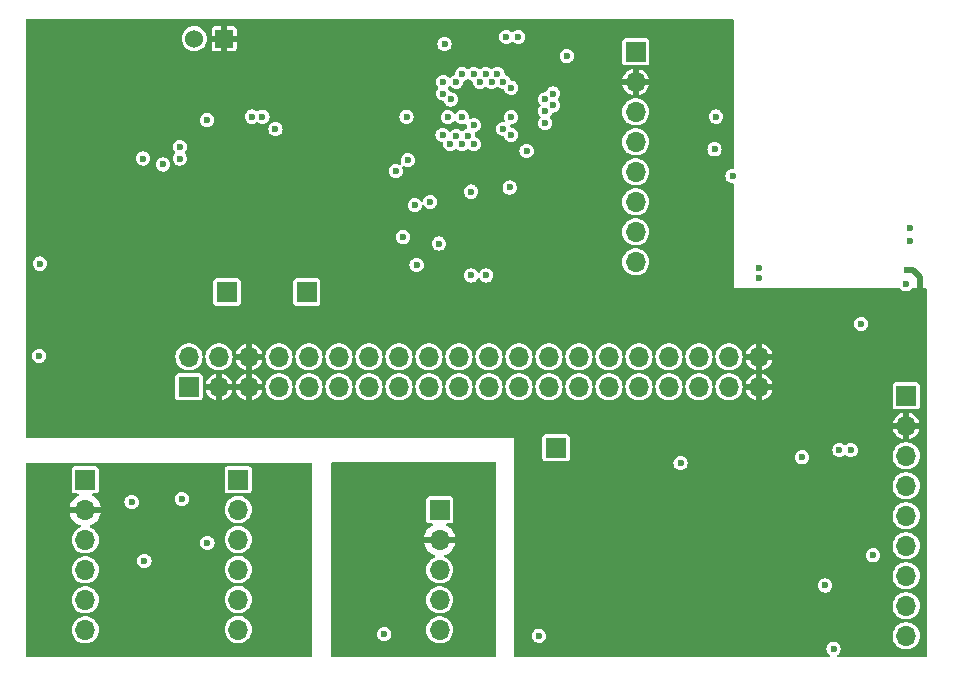
<source format=gbr>
%TF.GenerationSoftware,KiCad,Pcbnew,8.0.7*%
%TF.CreationDate,2025-02-08T18:07:02-05:00*%
%TF.ProjectId,Fallyx_EVK-RevA,46616c6c-7978-45f4-9556-4b2d52657641,rev?*%
%TF.SameCoordinates,Original*%
%TF.FileFunction,Copper,L2,Inr*%
%TF.FilePolarity,Positive*%
%FSLAX46Y46*%
G04 Gerber Fmt 4.6, Leading zero omitted, Abs format (unit mm)*
G04 Created by KiCad (PCBNEW 8.0.7) date 2025-02-08 18:07:02*
%MOMM*%
%LPD*%
G01*
G04 APERTURE LIST*
%TA.AperFunction,ComponentPad*%
%ADD10R,1.700000X1.700000*%
%TD*%
%TA.AperFunction,ComponentPad*%
%ADD11O,1.700000X1.700000*%
%TD*%
%TA.AperFunction,ComponentPad*%
%ADD12R,1.524000X1.524000*%
%TD*%
%TA.AperFunction,ComponentPad*%
%ADD13C,1.524000*%
%TD*%
%TA.AperFunction,ViaPad*%
%ADD14C,0.600000*%
%TD*%
%TA.AperFunction,Conductor*%
%ADD15C,0.500000*%
%TD*%
G04 APERTURE END LIST*
D10*
%TO.N,1V8*%
%TO.C,J4*%
X151800000Y-68270000D03*
D11*
%TO.N,GND*%
X151800000Y-70810000D03*
%TO.N,BLE_SWD*%
X151800000Y-73350000D03*
%TO.N,BLE_CLK*%
X151800000Y-75890000D03*
%TO.N,BLE_UART_TX*%
X151800000Y-78430000D03*
%TO.N,BLE_UART_RX*%
X151800000Y-80970000D03*
%TO.N,BLE_WAKE*%
X151800000Y-83510000D03*
%TO.N,BLE_RESET*%
X151800000Y-86050000D03*
%TD*%
D12*
%TO.N,GND*%
%TO.C,J5*%
X116970000Y-67150000D03*
D13*
%TO.N,VBAT*%
X114430000Y-67150000D03*
%TD*%
D10*
%TO.N,1V8*%
%TO.C,J12*%
X113975000Y-96625000D03*
D11*
X113975000Y-94085000D03*
%TO.N,GND*%
X116515000Y-96625000D03*
%TO.N,5V_USB*%
X116515000Y-94085000D03*
%TO.N,GND*%
X119055000Y-96625000D03*
X119055000Y-94085000D03*
%TO.N,unconnected-(J12-Pin_7-Pad7)*%
X121595000Y-96625000D03*
%TO.N,BLE_UART_TX*%
X121595000Y-94085000D03*
%TO.N,PC13*%
X124135000Y-96625000D03*
%TO.N,BLE_UART_RX*%
X124135000Y-94085000D03*
%TO.N,unconnected-(J12-Pin_11-Pad11)*%
X126675000Y-96625000D03*
%TO.N,unconnected-(J12-Pin_12-Pad12)*%
X126675000Y-94085000D03*
%TO.N,unconnected-(J12-Pin_13-Pad13)*%
X129215000Y-96625000D03*
%TO.N,unconnected-(J12-Pin_14-Pad14)*%
X129215000Y-94085000D03*
%TO.N,GPOUT*%
X131755000Y-96625000D03*
%TO.N,STM_nRST*%
X131755000Y-94085000D03*
%TO.N,PA4*%
X134295000Y-96625000D03*
%TO.N,PA1*%
X134295000Y-94085000D03*
%TO.N,I2C1_SDA*%
X136835000Y-96625000D03*
%TO.N,SPI1_SCK*%
X136835000Y-94085000D03*
%TO.N,PB12*%
X139375000Y-96625000D03*
%TO.N,I2C1_SCL*%
X139375000Y-94085000D03*
%TO.N,SPI2_MISO*%
X141915000Y-96625000D03*
%TO.N,SPI2_SCK*%
X141915000Y-94085000D03*
%TO.N,PA8*%
X144455000Y-96625000D03*
%TO.N,SPI2_MOSI*%
X144455000Y-94085000D03*
%TO.N,PA10*%
X146995000Y-96625000D03*
%TO.N,PA9*%
X146995000Y-94085000D03*
%TO.N,PA12*%
X149535000Y-96625000D03*
%TO.N,PA11*%
X149535000Y-94085000D03*
%TO.N,JTMS_SWCLK*%
X152075000Y-96625000D03*
%TO.N,JTMS_SWDIO*%
X152075000Y-94085000D03*
%TO.N,BLE_RESET*%
X154615000Y-96625000D03*
%TO.N,PA15*%
X154615000Y-94085000D03*
%TO.N,PB5*%
X157155000Y-96625000D03*
%TO.N,BLE_WAKE*%
X157155000Y-94085000D03*
%TO.N,PB7*%
X159695000Y-96625000D03*
%TO.N,PB6*%
X159695000Y-94085000D03*
%TO.N,GND*%
X162235000Y-96625000D03*
X162235000Y-94085000D03*
%TD*%
D10*
%TO.N,BLE2_VDD*%
%TO.C,J13*%
X174700000Y-97380000D03*
D11*
%TO.N,GND*%
X174700000Y-99920000D03*
%TO.N,BLE2_CTS*%
X174700000Y-102460000D03*
%TO.N,BLE2_P3_6*%
X174700000Y-105000000D03*
%TO.N,BLE2_TX*%
X174700000Y-107540000D03*
%TO.N,BLE2_RX*%
X174700000Y-110080000D03*
%TO.N,BLE2_RST_N*%
X174700000Y-112620000D03*
%TO.N,BLE2_P2_0*%
X174700000Y-115160000D03*
%TO.N,BLE2_P2_7*%
X174700000Y-117700000D03*
%TD*%
D10*
%TO.N,Net-(J7-Pin_1)*%
%TO.C,J7*%
X117200000Y-88600000D03*
%TD*%
%TO.N,/Fallyx_EVK_3/SW1_OUTPUT*%
%TO.C,J11*%
X145050000Y-101800000D03*
%TD*%
%TO.N,1V8*%
%TO.C,J1*%
X135200000Y-107040000D03*
D11*
%TO.N,GND*%
X135200000Y-109580000D03*
%TO.N,ILP_SCL*%
X135200000Y-112120000D03*
%TO.N,ILP_SDA*%
X135200000Y-114660000D03*
%TO.N,ILP_CS*%
X135200000Y-117200000D03*
%TD*%
D10*
%TO.N,Net-(J8-Pin_1)*%
%TO.C,J8*%
X123950000Y-88600000D03*
%TD*%
%TO.N,1V8*%
%TO.C,J2*%
X105200000Y-104510000D03*
D11*
%TO.N,GND*%
X105200000Y-107050000D03*
%TO.N,/Fallyx_EVK_3/BMI_SCL*%
X105200000Y-109590000D03*
%TO.N,/Fallyx_EVK_3/BMI_SDA*%
X105200000Y-112130000D03*
%TO.N,/Fallyx_EVK_3/BMI_SDO*%
X105200000Y-114670000D03*
%TO.N,/Fallyx_EVK_3/BMI_CS*%
X105200000Y-117210000D03*
%TD*%
D10*
%TO.N,/Fallyx_EVK_3/BMI_OSDO*%
%TO.C,J3*%
X118150000Y-104480000D03*
D11*
%TO.N,/Fallyx_EVK_3/BMI_nOCS*%
X118150000Y-107020000D03*
%TO.N,/Fallyx_EVK_3/BMI_INT1*%
X118150000Y-109560000D03*
%TO.N,/Fallyx_EVK_3/BMI_INT2*%
X118150000Y-112100000D03*
%TO.N,/Fallyx_EVK_3/BMI_ASCX*%
X118150000Y-114640000D03*
%TO.N,/Fallyx_EVK_3/BMI_ASDX*%
X118150000Y-117180000D03*
%TD*%
D14*
%TO.N,GND*%
X154250000Y-103900000D03*
X153350000Y-102950000D03*
X153350000Y-101700000D03*
X150950000Y-104800000D03*
X150950000Y-103050000D03*
X150950000Y-101550000D03*
X150950000Y-99900000D03*
X153950000Y-99000000D03*
X158150000Y-99400000D03*
X153950000Y-100700000D03*
%TO.N,BLE2_VDD*%
X162250000Y-87400000D03*
X162250000Y-86600000D03*
X168550000Y-118800000D03*
%TO.N,BLE2_P3_6*%
X167850000Y-113450000D03*
%TO.N,BLE2_VDD*%
X165900000Y-102600000D03*
%TO.N,BLE2_P0_2*%
X155600000Y-103100000D03*
X174700000Y-87950000D03*
%TO.N,GND*%
X174750000Y-86750000D03*
%TO.N,BLE2_VDD*%
X171900000Y-110900000D03*
%TO.N,BLE2_RST_N*%
X170900000Y-91300000D03*
%TO.N,BLE2_RX*%
X169050000Y-102000000D03*
%TO.N,BLE2_TX*%
X170000000Y-102000000D03*
%TO.N,BLE2_P2_7*%
X175000000Y-84300000D03*
%TO.N,BLE2_P2_0*%
X175000000Y-83150000D03*
%TO.N,GND*%
X171850000Y-118800000D03*
X152302185Y-118650000D03*
X158810000Y-83390000D03*
%TO.N,1V8*%
X110200000Y-111360000D03*
X131500000Y-78360000D03*
X113200000Y-76300000D03*
X145975000Y-68625000D03*
X130517401Y-117567401D03*
X111800000Y-77800000D03*
X140834924Y-67000000D03*
X135614924Y-67614924D03*
X134407500Y-80957500D03*
X132400000Y-73750000D03*
X135150000Y-84500000D03*
X101350000Y-86200000D03*
X158475000Y-76525000D03*
X113200000Y-77300000D03*
X110100000Y-77300000D03*
X113377500Y-106122500D03*
X143600000Y-117700000D03*
X115535000Y-109835000D03*
X109125000Y-106375000D03*
X141130000Y-79750000D03*
%TO.N,GND*%
X123701450Y-79400000D03*
X137000000Y-83650000D03*
X121100000Y-71480000D03*
X118500000Y-73380000D03*
X118820000Y-69300000D03*
X104300000Y-80425000D03*
X142750000Y-116850000D03*
X104275000Y-70175000D03*
X128650000Y-91000000D03*
X157200000Y-79750000D03*
X126600000Y-116650000D03*
X109200000Y-71850000D03*
X121000000Y-90450000D03*
X157950000Y-73050000D03*
X130300000Y-116550000D03*
X108025000Y-106375000D03*
X115600000Y-86200000D03*
X136100000Y-70150000D03*
X138500000Y-82450000D03*
X113590000Y-111360000D03*
X140000000Y-83650000D03*
X128500000Y-116550000D03*
X114650000Y-71600000D03*
X105000000Y-78050000D03*
X131400000Y-80707538D03*
X138500000Y-84800000D03*
X134000000Y-67000000D03*
X121800000Y-74020000D03*
X138442462Y-67000000D03*
X143875000Y-67075000D03*
X120576450Y-77600000D03*
X128242462Y-70707538D03*
X110100000Y-81350000D03*
X158550000Y-72175000D03*
X140600000Y-76000000D03*
X105000000Y-72550000D03*
X135150000Y-80100000D03*
X129900000Y-74927538D03*
X101250000Y-98000000D03*
%TO.N,BLE_WAKE*%
X139600000Y-70800000D03*
%TO.N,BLE_UART_RX*%
X136150000Y-72300000D03*
X119300000Y-73750000D03*
%TO.N,BLE_RESET*%
X158600000Y-73750000D03*
X160000000Y-78800000D03*
X140100000Y-70150000D03*
%TO.N,BLE_UART_TX*%
X120200000Y-73750000D03*
X135500000Y-71800000D03*
%TO.N,VBAT*%
X101300000Y-94000000D03*
%TO.N,I2C1_SDA*%
X136600000Y-70800000D03*
%TO.N,I2C1_SCL*%
X137100000Y-70150000D03*
%TO.N,QSPI_BK1_NCS*%
X133250000Y-86300000D03*
X132500000Y-77450000D03*
%TO.N,PA9*%
X144150000Y-73280000D03*
%TO.N,JTMS_SWDIO*%
X141250000Y-71300000D03*
%TO.N,JTMS_SWCLK*%
X141850000Y-67000000D03*
%TO.N,PA10*%
X144800000Y-72800000D03*
%TO.N,MCP_STAT*%
X137100000Y-73800000D03*
X115500000Y-74050000D03*
%TO.N,PA1*%
X135450000Y-75300000D03*
%TO.N,SPI1_SCK*%
X136600000Y-75400000D03*
%TO.N,QSPI_BK1_IO1*%
X138100000Y-76066400D03*
X137865000Y-87200000D03*
%TO.N,QSPI_BK1_IO2*%
X139135000Y-87200000D03*
X137599999Y-75400001D03*
%TO.N,GPOUT*%
X121300000Y-74800000D03*
X138100000Y-74475000D03*
%TO.N,QSPI_BK1_IO3*%
X137100000Y-76066400D03*
X137865000Y-80100000D03*
%TO.N,PB12*%
X142566400Y-76650000D03*
%TO.N,STM_nRST*%
X132100000Y-83950000D03*
%TO.N,PC13*%
X135500000Y-70800000D03*
%TO.N,Net-(U4A-NRST)*%
X133100000Y-81250000D03*
X135900000Y-73800000D03*
%TO.N,SPI2_SCK*%
X141250000Y-75300000D03*
%TO.N,PB7*%
X138100000Y-70150000D03*
%TO.N,PB5*%
X139100000Y-70150000D03*
%TO.N,SPI2_MISO*%
X140600000Y-74800000D03*
%TO.N,PA8*%
X141250000Y-73800000D03*
%TO.N,PA12*%
X144800000Y-71800000D03*
%TO.N,PA11*%
X144150000Y-72299999D03*
%TO.N,PA4*%
X136100000Y-76050000D03*
%TO.N,PB6*%
X138600000Y-70800000D03*
%TO.N,PA15*%
X140600000Y-70800000D03*
%TO.N,SPI2_MOSI*%
X144135588Y-74314412D03*
%TD*%
D15*
%TO.N,GND*%
X175900000Y-87350000D02*
X175900000Y-88650000D01*
X175700000Y-87150000D02*
X175900000Y-87350000D01*
X174750000Y-86750000D02*
X175300000Y-86750000D01*
X175300000Y-86750000D02*
X175700000Y-87150000D01*
%TD*%
%TA.AperFunction,Conductor*%
%TO.N,GND*%
G36*
X160059191Y-65519407D02*
G01*
X160095155Y-65568907D01*
X160100000Y-65599500D01*
X160100000Y-78095318D01*
X160081093Y-78153509D01*
X160031593Y-78189473D01*
X160006431Y-78193457D01*
X160006433Y-78193471D01*
X160005930Y-78193537D01*
X160001000Y-78194318D01*
X159999999Y-78194318D01*
X159843241Y-78214955D01*
X159843233Y-78214957D01*
X159697161Y-78275462D01*
X159697160Y-78275462D01*
X159571723Y-78371713D01*
X159571713Y-78371723D01*
X159475462Y-78497160D01*
X159475462Y-78497161D01*
X159414957Y-78643233D01*
X159414955Y-78643241D01*
X159394318Y-78799999D01*
X159394318Y-78800000D01*
X159414955Y-78956758D01*
X159414957Y-78956766D01*
X159475462Y-79102838D01*
X159475462Y-79102839D01*
X159571713Y-79228276D01*
X159571718Y-79228282D01*
X159697159Y-79324536D01*
X159843238Y-79385044D01*
X159960809Y-79400522D01*
X159999999Y-79405682D01*
X160001000Y-79405682D01*
X160001681Y-79405903D01*
X160006433Y-79406529D01*
X160006317Y-79407409D01*
X160059191Y-79424589D01*
X160095155Y-79474089D01*
X160100000Y-79504682D01*
X160100000Y-86400000D01*
X160100000Y-88300000D01*
X174162829Y-88300000D01*
X174221020Y-88318907D01*
X174241371Y-88338733D01*
X174264140Y-88368407D01*
X174271718Y-88378282D01*
X174397159Y-88474536D01*
X174543238Y-88535044D01*
X174660809Y-88550522D01*
X174699999Y-88555682D01*
X174700000Y-88555682D01*
X174700001Y-88555682D01*
X174731352Y-88551554D01*
X174856762Y-88535044D01*
X175002841Y-88474536D01*
X175128282Y-88378282D01*
X175158629Y-88338733D01*
X175209053Y-88304077D01*
X175237171Y-88300000D01*
X176400500Y-88300000D01*
X176458691Y-88318907D01*
X176494655Y-88368407D01*
X176499500Y-88399000D01*
X176499500Y-119400500D01*
X176480593Y-119458691D01*
X176431093Y-119494655D01*
X176400500Y-119499500D01*
X168916468Y-119499500D01*
X168858277Y-119480593D01*
X168822313Y-119431093D01*
X168822313Y-119369907D01*
X168856201Y-119321958D01*
X168887873Y-119297655D01*
X168978282Y-119228282D01*
X169074536Y-119102841D01*
X169135044Y-118956762D01*
X169155682Y-118800000D01*
X169135044Y-118643238D01*
X169126269Y-118622053D01*
X169074537Y-118497161D01*
X169074537Y-118497160D01*
X168978286Y-118371723D01*
X168978285Y-118371722D01*
X168978282Y-118371718D01*
X168978277Y-118371714D01*
X168978276Y-118371713D01*
X168852838Y-118275462D01*
X168706766Y-118214957D01*
X168706758Y-118214955D01*
X168550001Y-118194318D01*
X168549999Y-118194318D01*
X168393241Y-118214955D01*
X168393233Y-118214957D01*
X168247161Y-118275462D01*
X168247160Y-118275462D01*
X168121723Y-118371713D01*
X168121713Y-118371723D01*
X168025462Y-118497160D01*
X168025462Y-118497161D01*
X167964957Y-118643233D01*
X167964955Y-118643241D01*
X167944318Y-118799999D01*
X167944318Y-118800000D01*
X167964955Y-118956758D01*
X167964957Y-118956766D01*
X168025462Y-119102838D01*
X168025462Y-119102839D01*
X168025464Y-119102841D01*
X168121718Y-119228282D01*
X168121722Y-119228285D01*
X168121723Y-119228286D01*
X168243799Y-119321958D01*
X168278455Y-119372382D01*
X168276854Y-119433547D01*
X168239606Y-119482088D01*
X168183532Y-119499500D01*
X141599000Y-119499500D01*
X141540809Y-119480593D01*
X141504845Y-119431093D01*
X141500000Y-119400500D01*
X141500000Y-117699999D01*
X142994318Y-117699999D01*
X142994318Y-117700000D01*
X143014955Y-117856758D01*
X143014957Y-117856766D01*
X143075462Y-118002838D01*
X143075462Y-118002839D01*
X143171713Y-118128276D01*
X143171718Y-118128282D01*
X143297159Y-118224536D01*
X143297160Y-118224536D01*
X143297161Y-118224537D01*
X143420105Y-118275462D01*
X143443238Y-118285044D01*
X143560809Y-118300522D01*
X143599999Y-118305682D01*
X143600000Y-118305682D01*
X143600001Y-118305682D01*
X143631352Y-118301554D01*
X143756762Y-118285044D01*
X143902841Y-118224536D01*
X144028282Y-118128282D01*
X144124536Y-118002841D01*
X144185044Y-117856762D01*
X144205682Y-117700000D01*
X173544571Y-117700000D01*
X173564244Y-117912311D01*
X173585896Y-117988407D01*
X173622595Y-118117389D01*
X173717634Y-118308255D01*
X173846128Y-118478407D01*
X173846135Y-118478413D01*
X174003692Y-118622047D01*
X174003699Y-118622053D01*
X174037906Y-118643233D01*
X174184981Y-118734298D01*
X174383802Y-118811321D01*
X174593390Y-118850500D01*
X174806610Y-118850500D01*
X175016198Y-118811321D01*
X175215019Y-118734298D01*
X175396302Y-118622052D01*
X175553872Y-118478407D01*
X175682366Y-118308255D01*
X175777405Y-118117389D01*
X175835756Y-117912310D01*
X175855429Y-117700000D01*
X175835756Y-117487690D01*
X175777405Y-117282611D01*
X175682366Y-117091745D01*
X175553872Y-116921593D01*
X175499623Y-116872139D01*
X175396307Y-116777952D01*
X175396300Y-116777946D01*
X175215024Y-116665705D01*
X175215019Y-116665702D01*
X175016198Y-116588679D01*
X175016197Y-116588678D01*
X175016195Y-116588678D01*
X174806610Y-116549500D01*
X174593390Y-116549500D01*
X174383804Y-116588678D01*
X174184980Y-116665702D01*
X174184975Y-116665705D01*
X174003699Y-116777946D01*
X174003692Y-116777952D01*
X173846135Y-116921586D01*
X173846131Y-116921589D01*
X173846128Y-116921593D01*
X173846125Y-116921597D01*
X173717635Y-117091743D01*
X173717630Y-117091752D01*
X173622596Y-117282608D01*
X173564244Y-117487688D01*
X173544571Y-117700000D01*
X144205682Y-117700000D01*
X144185044Y-117543238D01*
X144162035Y-117487690D01*
X144124537Y-117397161D01*
X144124537Y-117397160D01*
X144028286Y-117271723D01*
X144028285Y-117271722D01*
X144028282Y-117271718D01*
X144028277Y-117271714D01*
X144028276Y-117271713D01*
X143902838Y-117175462D01*
X143756766Y-117114957D01*
X143756758Y-117114955D01*
X143600001Y-117094318D01*
X143599999Y-117094318D01*
X143443241Y-117114955D01*
X143443233Y-117114957D01*
X143297161Y-117175462D01*
X143297160Y-117175462D01*
X143171723Y-117271713D01*
X143171713Y-117271723D01*
X143075462Y-117397160D01*
X143075462Y-117397161D01*
X143014957Y-117543233D01*
X143014955Y-117543241D01*
X142994318Y-117699999D01*
X141500000Y-117699999D01*
X141500000Y-115160000D01*
X173544571Y-115160000D01*
X173564244Y-115372311D01*
X173585896Y-115448407D01*
X173622595Y-115577389D01*
X173717634Y-115768255D01*
X173846128Y-115938407D01*
X173846135Y-115938413D01*
X174003692Y-116082047D01*
X174003699Y-116082053D01*
X174030551Y-116098679D01*
X174184981Y-116194298D01*
X174383802Y-116271321D01*
X174593390Y-116310500D01*
X174806610Y-116310500D01*
X175016198Y-116271321D01*
X175215019Y-116194298D01*
X175396302Y-116082052D01*
X175553872Y-115938407D01*
X175682366Y-115768255D01*
X175777405Y-115577389D01*
X175835756Y-115372310D01*
X175855429Y-115160000D01*
X175835756Y-114947690D01*
X175777405Y-114742611D01*
X175682366Y-114551745D01*
X175553872Y-114381593D01*
X175499623Y-114332139D01*
X175396307Y-114237952D01*
X175396300Y-114237946D01*
X175215024Y-114125705D01*
X175215019Y-114125702D01*
X175016198Y-114048679D01*
X175016197Y-114048678D01*
X175016195Y-114048678D01*
X174806610Y-114009500D01*
X174593390Y-114009500D01*
X174383804Y-114048678D01*
X174184980Y-114125702D01*
X174184975Y-114125705D01*
X174003699Y-114237946D01*
X174003692Y-114237952D01*
X173846135Y-114381586D01*
X173846131Y-114381589D01*
X173846128Y-114381593D01*
X173846125Y-114381597D01*
X173717635Y-114551743D01*
X173717630Y-114551752D01*
X173622596Y-114742608D01*
X173564244Y-114947688D01*
X173544571Y-115160000D01*
X141500000Y-115160000D01*
X141500000Y-113449999D01*
X167244318Y-113449999D01*
X167244318Y-113450000D01*
X167264955Y-113606758D01*
X167264957Y-113606766D01*
X167325462Y-113752838D01*
X167325462Y-113752839D01*
X167325464Y-113752841D01*
X167421718Y-113878282D01*
X167547159Y-113974536D01*
X167547160Y-113974536D01*
X167547161Y-113974537D01*
X167693233Y-114035042D01*
X167693238Y-114035044D01*
X167796799Y-114048678D01*
X167849999Y-114055682D01*
X167850000Y-114055682D01*
X167850001Y-114055682D01*
X167903193Y-114048679D01*
X168006762Y-114035044D01*
X168152841Y-113974536D01*
X168278282Y-113878282D01*
X168374536Y-113752841D01*
X168435044Y-113606762D01*
X168455682Y-113450000D01*
X168435044Y-113293238D01*
X168374537Y-113147161D01*
X168374537Y-113147160D01*
X168278286Y-113021723D01*
X168278285Y-113021722D01*
X168278282Y-113021718D01*
X168278277Y-113021714D01*
X168278276Y-113021713D01*
X168152838Y-112925462D01*
X168006766Y-112864957D01*
X168006758Y-112864955D01*
X167850001Y-112844318D01*
X167849999Y-112844318D01*
X167693241Y-112864955D01*
X167693233Y-112864957D01*
X167547161Y-112925462D01*
X167547160Y-112925462D01*
X167421723Y-113021713D01*
X167421713Y-113021723D01*
X167325462Y-113147160D01*
X167325462Y-113147161D01*
X167264957Y-113293233D01*
X167264955Y-113293241D01*
X167244318Y-113449999D01*
X141500000Y-113449999D01*
X141500000Y-112620000D01*
X173544571Y-112620000D01*
X173564244Y-112832311D01*
X173585896Y-112908407D01*
X173622595Y-113037389D01*
X173717634Y-113228255D01*
X173846128Y-113398407D01*
X173916734Y-113462773D01*
X174003692Y-113542047D01*
X174003699Y-113542053D01*
X174030551Y-113558679D01*
X174184981Y-113654298D01*
X174383802Y-113731321D01*
X174593390Y-113770500D01*
X174806610Y-113770500D01*
X175016198Y-113731321D01*
X175215019Y-113654298D01*
X175396302Y-113542052D01*
X175553872Y-113398407D01*
X175682366Y-113228255D01*
X175777405Y-113037389D01*
X175835756Y-112832310D01*
X175855429Y-112620000D01*
X175835756Y-112407690D01*
X175777405Y-112202611D01*
X175682366Y-112011745D01*
X175553872Y-111841593D01*
X175495393Y-111788282D01*
X175396307Y-111697952D01*
X175396300Y-111697946D01*
X175215024Y-111585705D01*
X175215019Y-111585702D01*
X175016198Y-111508679D01*
X175016197Y-111508678D01*
X175016195Y-111508678D01*
X174806610Y-111469500D01*
X174593390Y-111469500D01*
X174383804Y-111508678D01*
X174184980Y-111585702D01*
X174184975Y-111585705D01*
X174003699Y-111697946D01*
X174003692Y-111697952D01*
X173846135Y-111841586D01*
X173846131Y-111841589D01*
X173846128Y-111841593D01*
X173846125Y-111841597D01*
X173717635Y-112011743D01*
X173717630Y-112011752D01*
X173622596Y-112202608D01*
X173564244Y-112407688D01*
X173544571Y-112620000D01*
X141500000Y-112620000D01*
X141500000Y-110899999D01*
X171294318Y-110899999D01*
X171294318Y-110900000D01*
X171314955Y-111056758D01*
X171314957Y-111056766D01*
X171375462Y-111202838D01*
X171375462Y-111202839D01*
X171396687Y-111230500D01*
X171471718Y-111328282D01*
X171597159Y-111424536D01*
X171597160Y-111424536D01*
X171597161Y-111424537D01*
X171743233Y-111485042D01*
X171743238Y-111485044D01*
X171860809Y-111500522D01*
X171899999Y-111505682D01*
X171900000Y-111505682D01*
X171900001Y-111505682D01*
X171931352Y-111501554D01*
X172056762Y-111485044D01*
X172202841Y-111424536D01*
X172328282Y-111328282D01*
X172424536Y-111202841D01*
X172485044Y-111056762D01*
X172505682Y-110900000D01*
X172485044Y-110743238D01*
X172483910Y-110740500D01*
X172424537Y-110597161D01*
X172424537Y-110597160D01*
X172328286Y-110471723D01*
X172328285Y-110471722D01*
X172328282Y-110471718D01*
X172328277Y-110471714D01*
X172328276Y-110471713D01*
X172202838Y-110375462D01*
X172056766Y-110314957D01*
X172056758Y-110314955D01*
X171900001Y-110294318D01*
X171899999Y-110294318D01*
X171743241Y-110314955D01*
X171743233Y-110314957D01*
X171597161Y-110375462D01*
X171597160Y-110375462D01*
X171471723Y-110471713D01*
X171471713Y-110471723D01*
X171375462Y-110597160D01*
X171375462Y-110597161D01*
X171314957Y-110743233D01*
X171314955Y-110743241D01*
X171294318Y-110899999D01*
X141500000Y-110899999D01*
X141500000Y-110080000D01*
X173544571Y-110080000D01*
X173564244Y-110292310D01*
X173622595Y-110497389D01*
X173717634Y-110688255D01*
X173846128Y-110858407D01*
X173846135Y-110858413D01*
X174003692Y-111002047D01*
X174003699Y-111002053D01*
X174030551Y-111018679D01*
X174184981Y-111114298D01*
X174383802Y-111191321D01*
X174593390Y-111230500D01*
X174806610Y-111230500D01*
X175016198Y-111191321D01*
X175215019Y-111114298D01*
X175396302Y-111002052D01*
X175553872Y-110858407D01*
X175682366Y-110688255D01*
X175777405Y-110497389D01*
X175835756Y-110292310D01*
X175855429Y-110080000D01*
X175835756Y-109867690D01*
X175777405Y-109662611D01*
X175682366Y-109471745D01*
X175553872Y-109301593D01*
X175474591Y-109229318D01*
X175396307Y-109157952D01*
X175396300Y-109157946D01*
X175215024Y-109045705D01*
X175215019Y-109045702D01*
X175016198Y-108968679D01*
X175016197Y-108968678D01*
X175016195Y-108968678D01*
X174806610Y-108929500D01*
X174593390Y-108929500D01*
X174383804Y-108968678D01*
X174184980Y-109045702D01*
X174184975Y-109045705D01*
X174003699Y-109157946D01*
X174003692Y-109157952D01*
X173846135Y-109301586D01*
X173846131Y-109301589D01*
X173846128Y-109301593D01*
X173846125Y-109301597D01*
X173717635Y-109471743D01*
X173717630Y-109471752D01*
X173622596Y-109662608D01*
X173564244Y-109867688D01*
X173564244Y-109867690D01*
X173544571Y-110080000D01*
X141500000Y-110080000D01*
X141500000Y-107540000D01*
X173544571Y-107540000D01*
X173564244Y-107752310D01*
X173622595Y-107957389D01*
X173717634Y-108148255D01*
X173846128Y-108318407D01*
X173846135Y-108318413D01*
X174003692Y-108462047D01*
X174003699Y-108462053D01*
X174030551Y-108478679D01*
X174184981Y-108574298D01*
X174383802Y-108651321D01*
X174593390Y-108690500D01*
X174806610Y-108690500D01*
X175016198Y-108651321D01*
X175215019Y-108574298D01*
X175396302Y-108462052D01*
X175553872Y-108318407D01*
X175682366Y-108148255D01*
X175777405Y-107957389D01*
X175835756Y-107752310D01*
X175855429Y-107540000D01*
X175835756Y-107327690D01*
X175777405Y-107122611D01*
X175682366Y-106931745D01*
X175553872Y-106761593D01*
X175428210Y-106647036D01*
X175396307Y-106617952D01*
X175396300Y-106617946D01*
X175215024Y-106505705D01*
X175215019Y-106505702D01*
X175016195Y-106428678D01*
X174806610Y-106389500D01*
X174593390Y-106389500D01*
X174383804Y-106428678D01*
X174184980Y-106505702D01*
X174184975Y-106505705D01*
X174003699Y-106617946D01*
X174003692Y-106617952D01*
X173846135Y-106761586D01*
X173846131Y-106761589D01*
X173846128Y-106761593D01*
X173846125Y-106761597D01*
X173717635Y-106931743D01*
X173717630Y-106931752D01*
X173622596Y-107122608D01*
X173564244Y-107327688D01*
X173564244Y-107327690D01*
X173544571Y-107540000D01*
X141500000Y-107540000D01*
X141500000Y-105000000D01*
X173544571Y-105000000D01*
X173564244Y-105212310D01*
X173622595Y-105417389D01*
X173717634Y-105608255D01*
X173846128Y-105778407D01*
X173846135Y-105778413D01*
X174003692Y-105922047D01*
X174003699Y-105922053D01*
X174074253Y-105965738D01*
X174184981Y-106034298D01*
X174383802Y-106111321D01*
X174593390Y-106150500D01*
X174806610Y-106150500D01*
X175016198Y-106111321D01*
X175215019Y-106034298D01*
X175396302Y-105922052D01*
X175553872Y-105778407D01*
X175682366Y-105608255D01*
X175777405Y-105417389D01*
X175835756Y-105212310D01*
X175855429Y-105000000D01*
X175835756Y-104787690D01*
X175777405Y-104582611D01*
X175682366Y-104391745D01*
X175553872Y-104221593D01*
X175499623Y-104172139D01*
X175396307Y-104077952D01*
X175396300Y-104077946D01*
X175215024Y-103965705D01*
X175215019Y-103965702D01*
X175016195Y-103888678D01*
X174806610Y-103849500D01*
X174593390Y-103849500D01*
X174383804Y-103888678D01*
X174184980Y-103965702D01*
X174184975Y-103965705D01*
X174003699Y-104077946D01*
X174003692Y-104077952D01*
X173846135Y-104221586D01*
X173846131Y-104221589D01*
X173846128Y-104221593D01*
X173846125Y-104221597D01*
X173717635Y-104391743D01*
X173717630Y-104391752D01*
X173622596Y-104582608D01*
X173564244Y-104787688D01*
X173564244Y-104787690D01*
X173544571Y-105000000D01*
X141500000Y-105000000D01*
X141500000Y-103099999D01*
X154994318Y-103099999D01*
X154994318Y-103100000D01*
X155014955Y-103256758D01*
X155014957Y-103256766D01*
X155075462Y-103402838D01*
X155075462Y-103402839D01*
X155145638Y-103494294D01*
X155171718Y-103528282D01*
X155297159Y-103624536D01*
X155443238Y-103685044D01*
X155560809Y-103700522D01*
X155599999Y-103705682D01*
X155600000Y-103705682D01*
X155600001Y-103705682D01*
X155631352Y-103701554D01*
X155756762Y-103685044D01*
X155902841Y-103624536D01*
X156028282Y-103528282D01*
X156124536Y-103402841D01*
X156185044Y-103256762D01*
X156205682Y-103100000D01*
X156185044Y-102943238D01*
X156157769Y-102877391D01*
X156124537Y-102797161D01*
X156124537Y-102797160D01*
X156028286Y-102671723D01*
X156028285Y-102671722D01*
X156028282Y-102671718D01*
X156028277Y-102671714D01*
X156028276Y-102671713D01*
X155934816Y-102599999D01*
X165294318Y-102599999D01*
X165294318Y-102600000D01*
X165314955Y-102756758D01*
X165314957Y-102756766D01*
X165375462Y-102902838D01*
X165375462Y-102902839D01*
X165471713Y-103028276D01*
X165471718Y-103028282D01*
X165597159Y-103124536D01*
X165743238Y-103185044D01*
X165860809Y-103200522D01*
X165899999Y-103205682D01*
X165900000Y-103205682D01*
X165900001Y-103205682D01*
X165931352Y-103201554D01*
X166056762Y-103185044D01*
X166202841Y-103124536D01*
X166328282Y-103028282D01*
X166424536Y-102902841D01*
X166485044Y-102756762D01*
X166505682Y-102600000D01*
X166485044Y-102443238D01*
X166424537Y-102297161D01*
X166424537Y-102297160D01*
X166328286Y-102171723D01*
X166328285Y-102171722D01*
X166328282Y-102171718D01*
X166328277Y-102171714D01*
X166328276Y-102171713D01*
X166202838Y-102075462D01*
X166056766Y-102014957D01*
X166056758Y-102014955D01*
X165943153Y-101999999D01*
X168444318Y-101999999D01*
X168444318Y-102000000D01*
X168464955Y-102156758D01*
X168464957Y-102156766D01*
X168525462Y-102302838D01*
X168525462Y-102302839D01*
X168525464Y-102302841D01*
X168621718Y-102428282D01*
X168747159Y-102524536D01*
X168893238Y-102585044D01*
X169006833Y-102599999D01*
X169049999Y-102605682D01*
X169050000Y-102605682D01*
X169050001Y-102605682D01*
X169093167Y-102599999D01*
X169206762Y-102585044D01*
X169352841Y-102524536D01*
X169464734Y-102438677D01*
X169522408Y-102418254D01*
X169581074Y-102435631D01*
X169585255Y-102438669D01*
X169697159Y-102524536D01*
X169843238Y-102585044D01*
X169956833Y-102599999D01*
X169999999Y-102605682D01*
X170000000Y-102605682D01*
X170000001Y-102605682D01*
X170043167Y-102599999D01*
X170156762Y-102585044D01*
X170302841Y-102524536D01*
X170386946Y-102460000D01*
X173544571Y-102460000D01*
X173564244Y-102672311D01*
X173577810Y-102719988D01*
X173622595Y-102877389D01*
X173717634Y-103068255D01*
X173846128Y-103238407D01*
X173866267Y-103256766D01*
X174003692Y-103382047D01*
X174003699Y-103382053D01*
X174107389Y-103446255D01*
X174184981Y-103494298D01*
X174383802Y-103571321D01*
X174593390Y-103610500D01*
X174806610Y-103610500D01*
X175016198Y-103571321D01*
X175215019Y-103494298D01*
X175396302Y-103382052D01*
X175553872Y-103238407D01*
X175682366Y-103068255D01*
X175777405Y-102877389D01*
X175835756Y-102672310D01*
X175855429Y-102460000D01*
X175835756Y-102247690D01*
X175777405Y-102042611D01*
X175682366Y-101851745D01*
X175553872Y-101681593D01*
X175444345Y-101581745D01*
X175396307Y-101537952D01*
X175396300Y-101537946D01*
X175215024Y-101425705D01*
X175215019Y-101425702D01*
X175187280Y-101414956D01*
X175016198Y-101348679D01*
X175016197Y-101348678D01*
X175016195Y-101348678D01*
X174806610Y-101309500D01*
X174593390Y-101309500D01*
X174383804Y-101348678D01*
X174184980Y-101425702D01*
X174184975Y-101425705D01*
X174003699Y-101537946D01*
X174003692Y-101537952D01*
X173846135Y-101681586D01*
X173846131Y-101681589D01*
X173846128Y-101681593D01*
X173846125Y-101681597D01*
X173717635Y-101851743D01*
X173717630Y-101851752D01*
X173622596Y-102042608D01*
X173564244Y-102247688D01*
X173544571Y-102460000D01*
X170386946Y-102460000D01*
X170428282Y-102428282D01*
X170524536Y-102302841D01*
X170585044Y-102156762D01*
X170605682Y-102000000D01*
X170585044Y-101843238D01*
X170524537Y-101697161D01*
X170524537Y-101697160D01*
X170428286Y-101571723D01*
X170428285Y-101571722D01*
X170428282Y-101571718D01*
X170428277Y-101571714D01*
X170428276Y-101571713D01*
X170302838Y-101475462D01*
X170156766Y-101414957D01*
X170156758Y-101414955D01*
X170000001Y-101394318D01*
X169999999Y-101394318D01*
X169843241Y-101414955D01*
X169843233Y-101414957D01*
X169697161Y-101475462D01*
X169697160Y-101475462D01*
X169585267Y-101561321D01*
X169527591Y-101581745D01*
X169468925Y-101564367D01*
X169464733Y-101561321D01*
X169352838Y-101475462D01*
X169206766Y-101414957D01*
X169206758Y-101414955D01*
X169050001Y-101394318D01*
X169049999Y-101394318D01*
X168893241Y-101414955D01*
X168893233Y-101414957D01*
X168747161Y-101475462D01*
X168747160Y-101475462D01*
X168621723Y-101571713D01*
X168621713Y-101571723D01*
X168525462Y-101697160D01*
X168525462Y-101697161D01*
X168464957Y-101843233D01*
X168464955Y-101843241D01*
X168444318Y-101999999D01*
X165943153Y-101999999D01*
X165900001Y-101994318D01*
X165899999Y-101994318D01*
X165743241Y-102014955D01*
X165743233Y-102014957D01*
X165597161Y-102075462D01*
X165597160Y-102075462D01*
X165471723Y-102171713D01*
X165471713Y-102171723D01*
X165375462Y-102297160D01*
X165375462Y-102297161D01*
X165314957Y-102443233D01*
X165314955Y-102443241D01*
X165294318Y-102599999D01*
X155934816Y-102599999D01*
X155902838Y-102575462D01*
X155756766Y-102514957D01*
X155756758Y-102514955D01*
X155600001Y-102494318D01*
X155599999Y-102494318D01*
X155443241Y-102514955D01*
X155443233Y-102514957D01*
X155297161Y-102575462D01*
X155297160Y-102575462D01*
X155171723Y-102671713D01*
X155171713Y-102671723D01*
X155075462Y-102797160D01*
X155075462Y-102797161D01*
X155014957Y-102943233D01*
X155014955Y-102943241D01*
X154994318Y-103099999D01*
X141500000Y-103099999D01*
X141500000Y-101000001D01*
X141500000Y-101000000D01*
X141499999Y-101000000D01*
X100249500Y-101000000D01*
X100191309Y-100981093D01*
X100155345Y-100931593D01*
X100151154Y-100905130D01*
X143899500Y-100905130D01*
X143899500Y-102694860D01*
X143899501Y-102694863D01*
X143902414Y-102719990D01*
X143927756Y-102777385D01*
X143947794Y-102822765D01*
X144027235Y-102902206D01*
X144130009Y-102947585D01*
X144155135Y-102950500D01*
X145944864Y-102950499D01*
X145969991Y-102947585D01*
X146072765Y-102902206D01*
X146152206Y-102822765D01*
X146197585Y-102719991D01*
X146200500Y-102694865D01*
X146200499Y-100905136D01*
X146197585Y-100880009D01*
X146152206Y-100777235D01*
X146072765Y-100697794D01*
X145969991Y-100652415D01*
X145969990Y-100652414D01*
X145969988Y-100652414D01*
X145944868Y-100649500D01*
X144155139Y-100649500D01*
X144155136Y-100649501D01*
X144130009Y-100652414D01*
X144027235Y-100697794D01*
X143947794Y-100777235D01*
X143902414Y-100880011D01*
X143899500Y-100905130D01*
X100151154Y-100905130D01*
X100150500Y-100901000D01*
X100150500Y-99670000D01*
X173575489Y-99670000D01*
X174266988Y-99670000D01*
X174234075Y-99727007D01*
X174200000Y-99854174D01*
X174200000Y-99985826D01*
X174234075Y-100112993D01*
X174266988Y-100170000D01*
X173575489Y-100170000D01*
X173623064Y-100337210D01*
X173718057Y-100527983D01*
X173718062Y-100527992D01*
X173846496Y-100698064D01*
X173846506Y-100698075D01*
X174003995Y-100841647D01*
X174003994Y-100841647D01*
X174185206Y-100953847D01*
X174383941Y-101030838D01*
X174450000Y-101043185D01*
X174450000Y-100353012D01*
X174507007Y-100385925D01*
X174634174Y-100420000D01*
X174765826Y-100420000D01*
X174892993Y-100385925D01*
X174950000Y-100353012D01*
X174950000Y-101043184D01*
X175016058Y-101030838D01*
X175214793Y-100953847D01*
X175396004Y-100841647D01*
X175553493Y-100698075D01*
X175553503Y-100698064D01*
X175681937Y-100527992D01*
X175681942Y-100527983D01*
X175776935Y-100337210D01*
X175824511Y-100170000D01*
X175133012Y-100170000D01*
X175165925Y-100112993D01*
X175200000Y-99985826D01*
X175200000Y-99854174D01*
X175165925Y-99727007D01*
X175133012Y-99670000D01*
X175824511Y-99670000D01*
X175776935Y-99502789D01*
X175681942Y-99312016D01*
X175681937Y-99312007D01*
X175553503Y-99141935D01*
X175553493Y-99141924D01*
X175396004Y-98998352D01*
X175396005Y-98998352D01*
X175214793Y-98886152D01*
X175016059Y-98809161D01*
X174950000Y-98796812D01*
X174950000Y-99486988D01*
X174892993Y-99454075D01*
X174765826Y-99420000D01*
X174634174Y-99420000D01*
X174507007Y-99454075D01*
X174450000Y-99486988D01*
X174450000Y-98796813D01*
X174449999Y-98796812D01*
X174383940Y-98809161D01*
X174185206Y-98886152D01*
X174003995Y-98998352D01*
X173846506Y-99141924D01*
X173846496Y-99141935D01*
X173718062Y-99312007D01*
X173718057Y-99312016D01*
X173623064Y-99502789D01*
X173575489Y-99670000D01*
X100150500Y-99670000D01*
X100150500Y-95730130D01*
X112824500Y-95730130D01*
X112824500Y-97519860D01*
X112824501Y-97519863D01*
X112827414Y-97544990D01*
X112828325Y-97547053D01*
X112872794Y-97647765D01*
X112952235Y-97727206D01*
X113055009Y-97772585D01*
X113080135Y-97775500D01*
X114869864Y-97775499D01*
X114894991Y-97772585D01*
X114997765Y-97727206D01*
X115077206Y-97647765D01*
X115122585Y-97544991D01*
X115125500Y-97519865D01*
X115125499Y-96375000D01*
X115390489Y-96375000D01*
X116081988Y-96375000D01*
X116049075Y-96432007D01*
X116015000Y-96559174D01*
X116015000Y-96690826D01*
X116049075Y-96817993D01*
X116081988Y-96875000D01*
X115390489Y-96875000D01*
X115438064Y-97042210D01*
X115533057Y-97232983D01*
X115533062Y-97232992D01*
X115661496Y-97403064D01*
X115661506Y-97403075D01*
X115818995Y-97546647D01*
X115818994Y-97546647D01*
X116000206Y-97658847D01*
X116198941Y-97735838D01*
X116265000Y-97748185D01*
X116265000Y-97058012D01*
X116322007Y-97090925D01*
X116449174Y-97125000D01*
X116580826Y-97125000D01*
X116707993Y-97090925D01*
X116765000Y-97058012D01*
X116765000Y-97748184D01*
X116831058Y-97735838D01*
X117029793Y-97658847D01*
X117211004Y-97546647D01*
X117368493Y-97403075D01*
X117368503Y-97403064D01*
X117496937Y-97232992D01*
X117496942Y-97232983D01*
X117591935Y-97042210D01*
X117639511Y-96875000D01*
X116948012Y-96875000D01*
X116980925Y-96817993D01*
X117015000Y-96690826D01*
X117015000Y-96559174D01*
X116980925Y-96432007D01*
X116948012Y-96375000D01*
X117639511Y-96375000D01*
X117930489Y-96375000D01*
X118621988Y-96375000D01*
X118589075Y-96432007D01*
X118555000Y-96559174D01*
X118555000Y-96690826D01*
X118589075Y-96817993D01*
X118621988Y-96875000D01*
X117930489Y-96875000D01*
X117978064Y-97042210D01*
X118073057Y-97232983D01*
X118073062Y-97232992D01*
X118201496Y-97403064D01*
X118201506Y-97403075D01*
X118358995Y-97546647D01*
X118358994Y-97546647D01*
X118540206Y-97658847D01*
X118738941Y-97735838D01*
X118805000Y-97748185D01*
X118805000Y-97058012D01*
X118862007Y-97090925D01*
X118989174Y-97125000D01*
X119120826Y-97125000D01*
X119247993Y-97090925D01*
X119305000Y-97058012D01*
X119305000Y-97748184D01*
X119371058Y-97735838D01*
X119569793Y-97658847D01*
X119751004Y-97546647D01*
X119908493Y-97403075D01*
X119908503Y-97403064D01*
X120036937Y-97232992D01*
X120036942Y-97232983D01*
X120131935Y-97042210D01*
X120179511Y-96875000D01*
X119488012Y-96875000D01*
X119520925Y-96817993D01*
X119555000Y-96690826D01*
X119555000Y-96625000D01*
X120439571Y-96625000D01*
X120459244Y-96837310D01*
X120517595Y-97042389D01*
X120612634Y-97233255D01*
X120741128Y-97403407D01*
X120741135Y-97403413D01*
X120898692Y-97547047D01*
X120898699Y-97547053D01*
X121002389Y-97611255D01*
X121079981Y-97659298D01*
X121278802Y-97736321D01*
X121488390Y-97775500D01*
X121701610Y-97775500D01*
X121911198Y-97736321D01*
X122110019Y-97659298D01*
X122291302Y-97547052D01*
X122448872Y-97403407D01*
X122577366Y-97233255D01*
X122672405Y-97042389D01*
X122730756Y-96837310D01*
X122750429Y-96625000D01*
X122979571Y-96625000D01*
X122999244Y-96837310D01*
X123057595Y-97042389D01*
X123152634Y-97233255D01*
X123281128Y-97403407D01*
X123281135Y-97403413D01*
X123438692Y-97547047D01*
X123438699Y-97547053D01*
X123542389Y-97611255D01*
X123619981Y-97659298D01*
X123818802Y-97736321D01*
X124028390Y-97775500D01*
X124241610Y-97775500D01*
X124451198Y-97736321D01*
X124650019Y-97659298D01*
X124831302Y-97547052D01*
X124988872Y-97403407D01*
X125117366Y-97233255D01*
X125212405Y-97042389D01*
X125270756Y-96837310D01*
X125290429Y-96625000D01*
X125519571Y-96625000D01*
X125539244Y-96837310D01*
X125597595Y-97042389D01*
X125692634Y-97233255D01*
X125821128Y-97403407D01*
X125821135Y-97403413D01*
X125978692Y-97547047D01*
X125978699Y-97547053D01*
X126082389Y-97611255D01*
X126159981Y-97659298D01*
X126358802Y-97736321D01*
X126568390Y-97775500D01*
X126781610Y-97775500D01*
X126991198Y-97736321D01*
X127190019Y-97659298D01*
X127371302Y-97547052D01*
X127528872Y-97403407D01*
X127657366Y-97233255D01*
X127752405Y-97042389D01*
X127810756Y-96837310D01*
X127830429Y-96625000D01*
X128059571Y-96625000D01*
X128079244Y-96837310D01*
X128137595Y-97042389D01*
X128232634Y-97233255D01*
X128361128Y-97403407D01*
X128361135Y-97403413D01*
X128518692Y-97547047D01*
X128518699Y-97547053D01*
X128622389Y-97611255D01*
X128699981Y-97659298D01*
X128898802Y-97736321D01*
X129108390Y-97775500D01*
X129321610Y-97775500D01*
X129531198Y-97736321D01*
X129730019Y-97659298D01*
X129911302Y-97547052D01*
X130068872Y-97403407D01*
X130197366Y-97233255D01*
X130292405Y-97042389D01*
X130350756Y-96837310D01*
X130370429Y-96625000D01*
X130599571Y-96625000D01*
X130619244Y-96837310D01*
X130677595Y-97042389D01*
X130772634Y-97233255D01*
X130901128Y-97403407D01*
X130901135Y-97403413D01*
X131058692Y-97547047D01*
X131058699Y-97547053D01*
X131162389Y-97611255D01*
X131239981Y-97659298D01*
X131438802Y-97736321D01*
X131648390Y-97775500D01*
X131861610Y-97775500D01*
X132071198Y-97736321D01*
X132270019Y-97659298D01*
X132451302Y-97547052D01*
X132608872Y-97403407D01*
X132737366Y-97233255D01*
X132832405Y-97042389D01*
X132890756Y-96837310D01*
X132910429Y-96625000D01*
X133139571Y-96625000D01*
X133159244Y-96837310D01*
X133217595Y-97042389D01*
X133312634Y-97233255D01*
X133441128Y-97403407D01*
X133441135Y-97403413D01*
X133598692Y-97547047D01*
X133598699Y-97547053D01*
X133702389Y-97611255D01*
X133779981Y-97659298D01*
X133978802Y-97736321D01*
X134188390Y-97775500D01*
X134401610Y-97775500D01*
X134611198Y-97736321D01*
X134810019Y-97659298D01*
X134991302Y-97547052D01*
X135148872Y-97403407D01*
X135277366Y-97233255D01*
X135372405Y-97042389D01*
X135430756Y-96837310D01*
X135450429Y-96625000D01*
X135679571Y-96625000D01*
X135699244Y-96837310D01*
X135757595Y-97042389D01*
X135852634Y-97233255D01*
X135981128Y-97403407D01*
X135981135Y-97403413D01*
X136138692Y-97547047D01*
X136138699Y-97547053D01*
X136242389Y-97611255D01*
X136319981Y-97659298D01*
X136518802Y-97736321D01*
X136728390Y-97775500D01*
X136941610Y-97775500D01*
X137151198Y-97736321D01*
X137350019Y-97659298D01*
X137531302Y-97547052D01*
X137688872Y-97403407D01*
X137817366Y-97233255D01*
X137912405Y-97042389D01*
X137970756Y-96837310D01*
X137990429Y-96625000D01*
X138219571Y-96625000D01*
X138239244Y-96837310D01*
X138297595Y-97042389D01*
X138392634Y-97233255D01*
X138521128Y-97403407D01*
X138521135Y-97403413D01*
X138678692Y-97547047D01*
X138678699Y-97547053D01*
X138782389Y-97611255D01*
X138859981Y-97659298D01*
X139058802Y-97736321D01*
X139268390Y-97775500D01*
X139481610Y-97775500D01*
X139691198Y-97736321D01*
X139890019Y-97659298D01*
X140071302Y-97547052D01*
X140228872Y-97403407D01*
X140357366Y-97233255D01*
X140452405Y-97042389D01*
X140510756Y-96837310D01*
X140530429Y-96625000D01*
X140759571Y-96625000D01*
X140779244Y-96837310D01*
X140837595Y-97042389D01*
X140932634Y-97233255D01*
X141061128Y-97403407D01*
X141061135Y-97403413D01*
X141218692Y-97547047D01*
X141218699Y-97547053D01*
X141322389Y-97611255D01*
X141399981Y-97659298D01*
X141598802Y-97736321D01*
X141808390Y-97775500D01*
X142021610Y-97775500D01*
X142231198Y-97736321D01*
X142430019Y-97659298D01*
X142611302Y-97547052D01*
X142768872Y-97403407D01*
X142897366Y-97233255D01*
X142992405Y-97042389D01*
X143050756Y-96837310D01*
X143070429Y-96625000D01*
X143299571Y-96625000D01*
X143319244Y-96837310D01*
X143377595Y-97042389D01*
X143472634Y-97233255D01*
X143601128Y-97403407D01*
X143601135Y-97403413D01*
X143758692Y-97547047D01*
X143758699Y-97547053D01*
X143862389Y-97611255D01*
X143939981Y-97659298D01*
X144138802Y-97736321D01*
X144348390Y-97775500D01*
X144561610Y-97775500D01*
X144771198Y-97736321D01*
X144970019Y-97659298D01*
X145151302Y-97547052D01*
X145308872Y-97403407D01*
X145437366Y-97233255D01*
X145532405Y-97042389D01*
X145590756Y-96837310D01*
X145610429Y-96625000D01*
X145839571Y-96625000D01*
X145859244Y-96837310D01*
X145917595Y-97042389D01*
X146012634Y-97233255D01*
X146141128Y-97403407D01*
X146141135Y-97403413D01*
X146298692Y-97547047D01*
X146298699Y-97547053D01*
X146402389Y-97611255D01*
X146479981Y-97659298D01*
X146678802Y-97736321D01*
X146888390Y-97775500D01*
X147101610Y-97775500D01*
X147311198Y-97736321D01*
X147510019Y-97659298D01*
X147691302Y-97547052D01*
X147848872Y-97403407D01*
X147977366Y-97233255D01*
X148072405Y-97042389D01*
X148130756Y-96837310D01*
X148150429Y-96625000D01*
X148379571Y-96625000D01*
X148399244Y-96837310D01*
X148457595Y-97042389D01*
X148552634Y-97233255D01*
X148681128Y-97403407D01*
X148681135Y-97403413D01*
X148838692Y-97547047D01*
X148838699Y-97547053D01*
X148942389Y-97611255D01*
X149019981Y-97659298D01*
X149218802Y-97736321D01*
X149428390Y-97775500D01*
X149641610Y-97775500D01*
X149851198Y-97736321D01*
X150050019Y-97659298D01*
X150231302Y-97547052D01*
X150388872Y-97403407D01*
X150517366Y-97233255D01*
X150612405Y-97042389D01*
X150670756Y-96837310D01*
X150690429Y-96625000D01*
X150919571Y-96625000D01*
X150939244Y-96837310D01*
X150997595Y-97042389D01*
X151092634Y-97233255D01*
X151221128Y-97403407D01*
X151221135Y-97403413D01*
X151378692Y-97547047D01*
X151378699Y-97547053D01*
X151482389Y-97611255D01*
X151559981Y-97659298D01*
X151758802Y-97736321D01*
X151968390Y-97775500D01*
X152181610Y-97775500D01*
X152391198Y-97736321D01*
X152590019Y-97659298D01*
X152771302Y-97547052D01*
X152928872Y-97403407D01*
X153057366Y-97233255D01*
X153152405Y-97042389D01*
X153210756Y-96837310D01*
X153230429Y-96625000D01*
X153459571Y-96625000D01*
X153479244Y-96837310D01*
X153537595Y-97042389D01*
X153632634Y-97233255D01*
X153761128Y-97403407D01*
X153761135Y-97403413D01*
X153918692Y-97547047D01*
X153918699Y-97547053D01*
X154022389Y-97611255D01*
X154099981Y-97659298D01*
X154298802Y-97736321D01*
X154508390Y-97775500D01*
X154721610Y-97775500D01*
X154931198Y-97736321D01*
X155130019Y-97659298D01*
X155311302Y-97547052D01*
X155468872Y-97403407D01*
X155597366Y-97233255D01*
X155692405Y-97042389D01*
X155750756Y-96837310D01*
X155770429Y-96625000D01*
X155999571Y-96625000D01*
X156019244Y-96837310D01*
X156077595Y-97042389D01*
X156172634Y-97233255D01*
X156301128Y-97403407D01*
X156301135Y-97403413D01*
X156458692Y-97547047D01*
X156458699Y-97547053D01*
X156562389Y-97611255D01*
X156639981Y-97659298D01*
X156838802Y-97736321D01*
X157048390Y-97775500D01*
X157261610Y-97775500D01*
X157471198Y-97736321D01*
X157670019Y-97659298D01*
X157851302Y-97547052D01*
X158008872Y-97403407D01*
X158137366Y-97233255D01*
X158232405Y-97042389D01*
X158290756Y-96837310D01*
X158310429Y-96625000D01*
X158539571Y-96625000D01*
X158559244Y-96837310D01*
X158617595Y-97042389D01*
X158712634Y-97233255D01*
X158841128Y-97403407D01*
X158841135Y-97403413D01*
X158998692Y-97547047D01*
X158998699Y-97547053D01*
X159102389Y-97611255D01*
X159179981Y-97659298D01*
X159378802Y-97736321D01*
X159588390Y-97775500D01*
X159801610Y-97775500D01*
X160011198Y-97736321D01*
X160210019Y-97659298D01*
X160391302Y-97547052D01*
X160548872Y-97403407D01*
X160677366Y-97233255D01*
X160772405Y-97042389D01*
X160830756Y-96837310D01*
X160850429Y-96625000D01*
X160830756Y-96412690D01*
X160820032Y-96375000D01*
X161110489Y-96375000D01*
X161801988Y-96375000D01*
X161769075Y-96432007D01*
X161735000Y-96559174D01*
X161735000Y-96690826D01*
X161769075Y-96817993D01*
X161801988Y-96875000D01*
X161110489Y-96875000D01*
X161158064Y-97042210D01*
X161253057Y-97232983D01*
X161253062Y-97232992D01*
X161381496Y-97403064D01*
X161381506Y-97403075D01*
X161538995Y-97546647D01*
X161538994Y-97546647D01*
X161720206Y-97658847D01*
X161918941Y-97735838D01*
X161985000Y-97748185D01*
X161985000Y-97058012D01*
X162042007Y-97090925D01*
X162169174Y-97125000D01*
X162300826Y-97125000D01*
X162427993Y-97090925D01*
X162485000Y-97058012D01*
X162485000Y-97748184D01*
X162551058Y-97735838D01*
X162749793Y-97658847D01*
X162931004Y-97546647D01*
X163088493Y-97403075D01*
X163088503Y-97403064D01*
X163216937Y-97232992D01*
X163216942Y-97232983D01*
X163311935Y-97042210D01*
X163359511Y-96875000D01*
X162668012Y-96875000D01*
X162700925Y-96817993D01*
X162735000Y-96690826D01*
X162735000Y-96559174D01*
X162715160Y-96485130D01*
X173549500Y-96485130D01*
X173549500Y-98274860D01*
X173549501Y-98274863D01*
X173552414Y-98299990D01*
X173577756Y-98357385D01*
X173597794Y-98402765D01*
X173677235Y-98482206D01*
X173780009Y-98527585D01*
X173805135Y-98530500D01*
X175594864Y-98530499D01*
X175619991Y-98527585D01*
X175722765Y-98482206D01*
X175802206Y-98402765D01*
X175847585Y-98299991D01*
X175850500Y-98274865D01*
X175850499Y-96485136D01*
X175847585Y-96460009D01*
X175802206Y-96357235D01*
X175722765Y-96277794D01*
X175619991Y-96232415D01*
X175619990Y-96232414D01*
X175619988Y-96232414D01*
X175594868Y-96229500D01*
X173805139Y-96229500D01*
X173805136Y-96229501D01*
X173780009Y-96232414D01*
X173677235Y-96277794D01*
X173597794Y-96357235D01*
X173552414Y-96460011D01*
X173549500Y-96485130D01*
X162715160Y-96485130D01*
X162700925Y-96432007D01*
X162668012Y-96375000D01*
X163359511Y-96375000D01*
X163311935Y-96207789D01*
X163216942Y-96017016D01*
X163216937Y-96017007D01*
X163088503Y-95846935D01*
X163088493Y-95846924D01*
X162931004Y-95703352D01*
X162931005Y-95703352D01*
X162749793Y-95591152D01*
X162551059Y-95514161D01*
X162485000Y-95501812D01*
X162485000Y-96191988D01*
X162427993Y-96159075D01*
X162300826Y-96125000D01*
X162169174Y-96125000D01*
X162042007Y-96159075D01*
X161985000Y-96191988D01*
X161985000Y-95501813D01*
X161984999Y-95501812D01*
X161918940Y-95514161D01*
X161720206Y-95591152D01*
X161538995Y-95703352D01*
X161381506Y-95846924D01*
X161381496Y-95846935D01*
X161253062Y-96017007D01*
X161253057Y-96017016D01*
X161158064Y-96207789D01*
X161110489Y-96375000D01*
X160820032Y-96375000D01*
X160772405Y-96207611D01*
X160677366Y-96016745D01*
X160548872Y-95846593D01*
X160421119Y-95730130D01*
X160391307Y-95702952D01*
X160391300Y-95702946D01*
X160210024Y-95590705D01*
X160210019Y-95590702D01*
X160011198Y-95513679D01*
X160011197Y-95513678D01*
X160011195Y-95513678D01*
X159801610Y-95474500D01*
X159588390Y-95474500D01*
X159378804Y-95513678D01*
X159179980Y-95590702D01*
X159179975Y-95590705D01*
X158998699Y-95702946D01*
X158998692Y-95702952D01*
X158841135Y-95846586D01*
X158841131Y-95846589D01*
X158841128Y-95846593D01*
X158841125Y-95846597D01*
X158712635Y-96016743D01*
X158712630Y-96016752D01*
X158617596Y-96207608D01*
X158617595Y-96207611D01*
X158611367Y-96229500D01*
X158559244Y-96412688D01*
X158539571Y-96625000D01*
X158310429Y-96625000D01*
X158290756Y-96412690D01*
X158232405Y-96207611D01*
X158137366Y-96016745D01*
X158008872Y-95846593D01*
X157881119Y-95730130D01*
X157851307Y-95702952D01*
X157851300Y-95702946D01*
X157670024Y-95590705D01*
X157670019Y-95590702D01*
X157471198Y-95513679D01*
X157471197Y-95513678D01*
X157471195Y-95513678D01*
X157261610Y-95474500D01*
X157048390Y-95474500D01*
X156838804Y-95513678D01*
X156639980Y-95590702D01*
X156639975Y-95590705D01*
X156458699Y-95702946D01*
X156458692Y-95702952D01*
X156301135Y-95846586D01*
X156301131Y-95846589D01*
X156301128Y-95846593D01*
X156301125Y-95846597D01*
X156172635Y-96016743D01*
X156172630Y-96016752D01*
X156077596Y-96207608D01*
X156077595Y-96207611D01*
X156071367Y-96229500D01*
X156019244Y-96412688D01*
X155999571Y-96625000D01*
X155770429Y-96625000D01*
X155750756Y-96412690D01*
X155692405Y-96207611D01*
X155597366Y-96016745D01*
X155468872Y-95846593D01*
X155341119Y-95730130D01*
X155311307Y-95702952D01*
X155311300Y-95702946D01*
X155130024Y-95590705D01*
X155130019Y-95590702D01*
X154931198Y-95513679D01*
X154931197Y-95513678D01*
X154931195Y-95513678D01*
X154721610Y-95474500D01*
X154508390Y-95474500D01*
X154298804Y-95513678D01*
X154099980Y-95590702D01*
X154099975Y-95590705D01*
X153918699Y-95702946D01*
X153918692Y-95702952D01*
X153761135Y-95846586D01*
X153761131Y-95846589D01*
X153761128Y-95846593D01*
X153761125Y-95846597D01*
X153632635Y-96016743D01*
X153632630Y-96016752D01*
X153537596Y-96207608D01*
X153537595Y-96207611D01*
X153531367Y-96229500D01*
X153479244Y-96412688D01*
X153459571Y-96625000D01*
X153230429Y-96625000D01*
X153210756Y-96412690D01*
X153152405Y-96207611D01*
X153057366Y-96016745D01*
X152928872Y-95846593D01*
X152801119Y-95730130D01*
X152771307Y-95702952D01*
X152771300Y-95702946D01*
X152590024Y-95590705D01*
X152590019Y-95590702D01*
X152391198Y-95513679D01*
X152391197Y-95513678D01*
X152391195Y-95513678D01*
X152181610Y-95474500D01*
X151968390Y-95474500D01*
X151758804Y-95513678D01*
X151559980Y-95590702D01*
X151559975Y-95590705D01*
X151378699Y-95702946D01*
X151378692Y-95702952D01*
X151221135Y-95846586D01*
X151221131Y-95846589D01*
X151221128Y-95846593D01*
X151221125Y-95846597D01*
X151092635Y-96016743D01*
X151092630Y-96016752D01*
X150997596Y-96207608D01*
X150997595Y-96207611D01*
X150991367Y-96229500D01*
X150939244Y-96412688D01*
X150919571Y-96625000D01*
X150690429Y-96625000D01*
X150670756Y-96412690D01*
X150612405Y-96207611D01*
X150517366Y-96016745D01*
X150388872Y-95846593D01*
X150261119Y-95730130D01*
X150231307Y-95702952D01*
X150231300Y-95702946D01*
X150050024Y-95590705D01*
X150050019Y-95590702D01*
X149851198Y-95513679D01*
X149851197Y-95513678D01*
X149851195Y-95513678D01*
X149641610Y-95474500D01*
X149428390Y-95474500D01*
X149218804Y-95513678D01*
X149019980Y-95590702D01*
X149019975Y-95590705D01*
X148838699Y-95702946D01*
X148838692Y-95702952D01*
X148681135Y-95846586D01*
X148681131Y-95846589D01*
X148681128Y-95846593D01*
X148681125Y-95846597D01*
X148552635Y-96016743D01*
X148552630Y-96016752D01*
X148457596Y-96207608D01*
X148457595Y-96207611D01*
X148451367Y-96229500D01*
X148399244Y-96412688D01*
X148379571Y-96625000D01*
X148150429Y-96625000D01*
X148130756Y-96412690D01*
X148072405Y-96207611D01*
X147977366Y-96016745D01*
X147848872Y-95846593D01*
X147721119Y-95730130D01*
X147691307Y-95702952D01*
X147691300Y-95702946D01*
X147510024Y-95590705D01*
X147510019Y-95590702D01*
X147311198Y-95513679D01*
X147311197Y-95513678D01*
X147311195Y-95513678D01*
X147101610Y-95474500D01*
X146888390Y-95474500D01*
X146678804Y-95513678D01*
X146479980Y-95590702D01*
X146479975Y-95590705D01*
X146298699Y-95702946D01*
X146298692Y-95702952D01*
X146141135Y-95846586D01*
X146141131Y-95846589D01*
X146141128Y-95846593D01*
X146141125Y-95846597D01*
X146012635Y-96016743D01*
X146012630Y-96016752D01*
X145917596Y-96207608D01*
X145917595Y-96207611D01*
X145911367Y-96229500D01*
X145859244Y-96412688D01*
X145839571Y-96625000D01*
X145610429Y-96625000D01*
X145590756Y-96412690D01*
X145532405Y-96207611D01*
X145437366Y-96016745D01*
X145308872Y-95846593D01*
X145181119Y-95730130D01*
X145151307Y-95702952D01*
X145151300Y-95702946D01*
X144970024Y-95590705D01*
X144970019Y-95590702D01*
X144771198Y-95513679D01*
X144771197Y-95513678D01*
X144771195Y-95513678D01*
X144561610Y-95474500D01*
X144348390Y-95474500D01*
X144138804Y-95513678D01*
X143939980Y-95590702D01*
X143939975Y-95590705D01*
X143758699Y-95702946D01*
X143758692Y-95702952D01*
X143601135Y-95846586D01*
X143601131Y-95846589D01*
X143601128Y-95846593D01*
X143601125Y-95846597D01*
X143472635Y-96016743D01*
X143472630Y-96016752D01*
X143377596Y-96207608D01*
X143377595Y-96207611D01*
X143371367Y-96229500D01*
X143319244Y-96412688D01*
X143299571Y-96625000D01*
X143070429Y-96625000D01*
X143050756Y-96412690D01*
X142992405Y-96207611D01*
X142897366Y-96016745D01*
X142768872Y-95846593D01*
X142641119Y-95730130D01*
X142611307Y-95702952D01*
X142611300Y-95702946D01*
X142430024Y-95590705D01*
X142430019Y-95590702D01*
X142231198Y-95513679D01*
X142231197Y-95513678D01*
X142231195Y-95513678D01*
X142021610Y-95474500D01*
X141808390Y-95474500D01*
X141598804Y-95513678D01*
X141399980Y-95590702D01*
X141399975Y-95590705D01*
X141218699Y-95702946D01*
X141218692Y-95702952D01*
X141061135Y-95846586D01*
X141061131Y-95846589D01*
X141061128Y-95846593D01*
X141061125Y-95846597D01*
X140932635Y-96016743D01*
X140932630Y-96016752D01*
X140837596Y-96207608D01*
X140837595Y-96207611D01*
X140831367Y-96229500D01*
X140779244Y-96412688D01*
X140759571Y-96625000D01*
X140530429Y-96625000D01*
X140510756Y-96412690D01*
X140452405Y-96207611D01*
X140357366Y-96016745D01*
X140228872Y-95846593D01*
X140101119Y-95730130D01*
X140071307Y-95702952D01*
X140071300Y-95702946D01*
X139890024Y-95590705D01*
X139890019Y-95590702D01*
X139691198Y-95513679D01*
X139691197Y-95513678D01*
X139691195Y-95513678D01*
X139481610Y-95474500D01*
X139268390Y-95474500D01*
X139058804Y-95513678D01*
X138859980Y-95590702D01*
X138859975Y-95590705D01*
X138678699Y-95702946D01*
X138678692Y-95702952D01*
X138521135Y-95846586D01*
X138521131Y-95846589D01*
X138521128Y-95846593D01*
X138521125Y-95846597D01*
X138392635Y-96016743D01*
X138392630Y-96016752D01*
X138297596Y-96207608D01*
X138297595Y-96207611D01*
X138291367Y-96229500D01*
X138239244Y-96412688D01*
X138219571Y-96625000D01*
X137990429Y-96625000D01*
X137970756Y-96412690D01*
X137912405Y-96207611D01*
X137817366Y-96016745D01*
X137688872Y-95846593D01*
X137561119Y-95730130D01*
X137531307Y-95702952D01*
X137531300Y-95702946D01*
X137350024Y-95590705D01*
X137350019Y-95590702D01*
X137151198Y-95513679D01*
X137151197Y-95513678D01*
X137151195Y-95513678D01*
X136941610Y-95474500D01*
X136728390Y-95474500D01*
X136518804Y-95513678D01*
X136319980Y-95590702D01*
X136319975Y-95590705D01*
X136138699Y-95702946D01*
X136138692Y-95702952D01*
X135981135Y-95846586D01*
X135981131Y-95846589D01*
X135981128Y-95846593D01*
X135981125Y-95846597D01*
X135852635Y-96016743D01*
X135852630Y-96016752D01*
X135757596Y-96207608D01*
X135757595Y-96207611D01*
X135751367Y-96229500D01*
X135699244Y-96412688D01*
X135679571Y-96625000D01*
X135450429Y-96625000D01*
X135430756Y-96412690D01*
X135372405Y-96207611D01*
X135277366Y-96016745D01*
X135148872Y-95846593D01*
X135021119Y-95730130D01*
X134991307Y-95702952D01*
X134991300Y-95702946D01*
X134810024Y-95590705D01*
X134810019Y-95590702D01*
X134611198Y-95513679D01*
X134611197Y-95513678D01*
X134611195Y-95513678D01*
X134401610Y-95474500D01*
X134188390Y-95474500D01*
X133978804Y-95513678D01*
X133779980Y-95590702D01*
X133779975Y-95590705D01*
X133598699Y-95702946D01*
X133598692Y-95702952D01*
X133441135Y-95846586D01*
X133441131Y-95846589D01*
X133441128Y-95846593D01*
X133441125Y-95846597D01*
X133312635Y-96016743D01*
X133312630Y-96016752D01*
X133217596Y-96207608D01*
X133217595Y-96207611D01*
X133211367Y-96229500D01*
X133159244Y-96412688D01*
X133139571Y-96625000D01*
X132910429Y-96625000D01*
X132890756Y-96412690D01*
X132832405Y-96207611D01*
X132737366Y-96016745D01*
X132608872Y-95846593D01*
X132481119Y-95730130D01*
X132451307Y-95702952D01*
X132451300Y-95702946D01*
X132270024Y-95590705D01*
X132270019Y-95590702D01*
X132071198Y-95513679D01*
X132071197Y-95513678D01*
X132071195Y-95513678D01*
X131861610Y-95474500D01*
X131648390Y-95474500D01*
X131438804Y-95513678D01*
X131239980Y-95590702D01*
X131239975Y-95590705D01*
X131058699Y-95702946D01*
X131058692Y-95702952D01*
X130901135Y-95846586D01*
X130901131Y-95846589D01*
X130901128Y-95846593D01*
X130901125Y-95846597D01*
X130772635Y-96016743D01*
X130772630Y-96016752D01*
X130677596Y-96207608D01*
X130677595Y-96207611D01*
X130671367Y-96229500D01*
X130619244Y-96412688D01*
X130599571Y-96625000D01*
X130370429Y-96625000D01*
X130350756Y-96412690D01*
X130292405Y-96207611D01*
X130197366Y-96016745D01*
X130068872Y-95846593D01*
X129941119Y-95730130D01*
X129911307Y-95702952D01*
X129911300Y-95702946D01*
X129730024Y-95590705D01*
X129730019Y-95590702D01*
X129531198Y-95513679D01*
X129531197Y-95513678D01*
X129531195Y-95513678D01*
X129321610Y-95474500D01*
X129108390Y-95474500D01*
X128898804Y-95513678D01*
X128699980Y-95590702D01*
X128699975Y-95590705D01*
X128518699Y-95702946D01*
X128518692Y-95702952D01*
X128361135Y-95846586D01*
X128361131Y-95846589D01*
X128361128Y-95846593D01*
X128361125Y-95846597D01*
X128232635Y-96016743D01*
X128232630Y-96016752D01*
X128137596Y-96207608D01*
X128137595Y-96207611D01*
X128131367Y-96229500D01*
X128079244Y-96412688D01*
X128059571Y-96625000D01*
X127830429Y-96625000D01*
X127810756Y-96412690D01*
X127752405Y-96207611D01*
X127657366Y-96016745D01*
X127528872Y-95846593D01*
X127401119Y-95730130D01*
X127371307Y-95702952D01*
X127371300Y-95702946D01*
X127190024Y-95590705D01*
X127190019Y-95590702D01*
X126991198Y-95513679D01*
X126991197Y-95513678D01*
X126991195Y-95513678D01*
X126781610Y-95474500D01*
X126568390Y-95474500D01*
X126358804Y-95513678D01*
X126159980Y-95590702D01*
X126159975Y-95590705D01*
X125978699Y-95702946D01*
X125978692Y-95702952D01*
X125821135Y-95846586D01*
X125821131Y-95846589D01*
X125821128Y-95846593D01*
X125821125Y-95846597D01*
X125692635Y-96016743D01*
X125692630Y-96016752D01*
X125597596Y-96207608D01*
X125597595Y-96207611D01*
X125591367Y-96229500D01*
X125539244Y-96412688D01*
X125519571Y-96625000D01*
X125290429Y-96625000D01*
X125270756Y-96412690D01*
X125212405Y-96207611D01*
X125117366Y-96016745D01*
X124988872Y-95846593D01*
X124861119Y-95730130D01*
X124831307Y-95702952D01*
X124831300Y-95702946D01*
X124650024Y-95590705D01*
X124650019Y-95590702D01*
X124451198Y-95513679D01*
X124451197Y-95513678D01*
X124451195Y-95513678D01*
X124241610Y-95474500D01*
X124028390Y-95474500D01*
X123818804Y-95513678D01*
X123619980Y-95590702D01*
X123619975Y-95590705D01*
X123438699Y-95702946D01*
X123438692Y-95702952D01*
X123281135Y-95846586D01*
X123281131Y-95846589D01*
X123281128Y-95846593D01*
X123281125Y-95846597D01*
X123152635Y-96016743D01*
X123152630Y-96016752D01*
X123057596Y-96207608D01*
X123057595Y-96207611D01*
X123051367Y-96229500D01*
X122999244Y-96412688D01*
X122979571Y-96625000D01*
X122750429Y-96625000D01*
X122730756Y-96412690D01*
X122672405Y-96207611D01*
X122577366Y-96016745D01*
X122448872Y-95846593D01*
X122321119Y-95730130D01*
X122291307Y-95702952D01*
X122291300Y-95702946D01*
X122110024Y-95590705D01*
X122110019Y-95590702D01*
X121911198Y-95513679D01*
X121911197Y-95513678D01*
X121911195Y-95513678D01*
X121701610Y-95474500D01*
X121488390Y-95474500D01*
X121278804Y-95513678D01*
X121079980Y-95590702D01*
X121079975Y-95590705D01*
X120898699Y-95702946D01*
X120898692Y-95702952D01*
X120741135Y-95846586D01*
X120741131Y-95846589D01*
X120741128Y-95846593D01*
X120741125Y-95846597D01*
X120612635Y-96016743D01*
X120612630Y-96016752D01*
X120517596Y-96207608D01*
X120517595Y-96207611D01*
X120511367Y-96229500D01*
X120459244Y-96412688D01*
X120439571Y-96625000D01*
X119555000Y-96625000D01*
X119555000Y-96559174D01*
X119520925Y-96432007D01*
X119488012Y-96375000D01*
X120179511Y-96375000D01*
X120131935Y-96207789D01*
X120036942Y-96017016D01*
X120036937Y-96017007D01*
X119908503Y-95846935D01*
X119908493Y-95846924D01*
X119751004Y-95703352D01*
X119751005Y-95703352D01*
X119569793Y-95591152D01*
X119371059Y-95514161D01*
X119305000Y-95501812D01*
X119305000Y-96191988D01*
X119247993Y-96159075D01*
X119120826Y-96125000D01*
X118989174Y-96125000D01*
X118862007Y-96159075D01*
X118805000Y-96191988D01*
X118805000Y-95501813D01*
X118804999Y-95501812D01*
X118738940Y-95514161D01*
X118540206Y-95591152D01*
X118358995Y-95703352D01*
X118201506Y-95846924D01*
X118201496Y-95846935D01*
X118073062Y-96017007D01*
X118073057Y-96017016D01*
X117978064Y-96207789D01*
X117930489Y-96375000D01*
X117639511Y-96375000D01*
X117591935Y-96207789D01*
X117496942Y-96017016D01*
X117496937Y-96017007D01*
X117368503Y-95846935D01*
X117368493Y-95846924D01*
X117211004Y-95703352D01*
X117211005Y-95703352D01*
X117029793Y-95591152D01*
X116831059Y-95514161D01*
X116765000Y-95501812D01*
X116765000Y-96191988D01*
X116707993Y-96159075D01*
X116580826Y-96125000D01*
X116449174Y-96125000D01*
X116322007Y-96159075D01*
X116265000Y-96191988D01*
X116265000Y-95501813D01*
X116264999Y-95501812D01*
X116198940Y-95514161D01*
X116000206Y-95591152D01*
X115818995Y-95703352D01*
X115661506Y-95846924D01*
X115661496Y-95846935D01*
X115533062Y-96017007D01*
X115533057Y-96017016D01*
X115438064Y-96207789D01*
X115390489Y-96375000D01*
X115125499Y-96375000D01*
X115125499Y-95730136D01*
X115122585Y-95705009D01*
X115077206Y-95602235D01*
X114997765Y-95522794D01*
X114894991Y-95477415D01*
X114894990Y-95477414D01*
X114894988Y-95477414D01*
X114869868Y-95474500D01*
X113080139Y-95474500D01*
X113080136Y-95474501D01*
X113055009Y-95477414D01*
X112952235Y-95522794D01*
X112872794Y-95602235D01*
X112827414Y-95705011D01*
X112824500Y-95730130D01*
X100150500Y-95730130D01*
X100150500Y-93999999D01*
X100694318Y-93999999D01*
X100694318Y-94000000D01*
X100714955Y-94156758D01*
X100714957Y-94156766D01*
X100775462Y-94302838D01*
X100775462Y-94302839D01*
X100775464Y-94302841D01*
X100871718Y-94428282D01*
X100997159Y-94524536D01*
X100997160Y-94524536D01*
X100997161Y-94524537D01*
X101143132Y-94585000D01*
X101143238Y-94585044D01*
X101260809Y-94600522D01*
X101299999Y-94605682D01*
X101300000Y-94605682D01*
X101300001Y-94605682D01*
X101331352Y-94601554D01*
X101456762Y-94585044D01*
X101602841Y-94524536D01*
X101728282Y-94428282D01*
X101824536Y-94302841D01*
X101885044Y-94156762D01*
X101894492Y-94085000D01*
X112819571Y-94085000D01*
X112839244Y-94297311D01*
X112849968Y-94335000D01*
X112897595Y-94502389D01*
X112992634Y-94693255D01*
X113121128Y-94863407D01*
X113121135Y-94863413D01*
X113278692Y-95007047D01*
X113278699Y-95007053D01*
X113382389Y-95071255D01*
X113459981Y-95119298D01*
X113658802Y-95196321D01*
X113868390Y-95235500D01*
X114081610Y-95235500D01*
X114291198Y-95196321D01*
X114490019Y-95119298D01*
X114671302Y-95007052D01*
X114828872Y-94863407D01*
X114957366Y-94693255D01*
X115052405Y-94502389D01*
X115110756Y-94297310D01*
X115130429Y-94085000D01*
X115359571Y-94085000D01*
X115379244Y-94297311D01*
X115389968Y-94335000D01*
X115437595Y-94502389D01*
X115532634Y-94693255D01*
X115661128Y-94863407D01*
X115661135Y-94863413D01*
X115818692Y-95007047D01*
X115818699Y-95007053D01*
X115922389Y-95071255D01*
X115999981Y-95119298D01*
X116198802Y-95196321D01*
X116408390Y-95235500D01*
X116621610Y-95235500D01*
X116831198Y-95196321D01*
X117030019Y-95119298D01*
X117211302Y-95007052D01*
X117368872Y-94863407D01*
X117497366Y-94693255D01*
X117592405Y-94502389D01*
X117650756Y-94297310D01*
X117670429Y-94085000D01*
X117650756Y-93872690D01*
X117640032Y-93835000D01*
X117930489Y-93835000D01*
X118621988Y-93835000D01*
X118589075Y-93892007D01*
X118555000Y-94019174D01*
X118555000Y-94150826D01*
X118589075Y-94277993D01*
X118621988Y-94335000D01*
X117930489Y-94335000D01*
X117978064Y-94502210D01*
X118073057Y-94692983D01*
X118073062Y-94692992D01*
X118201496Y-94863064D01*
X118201506Y-94863075D01*
X118358995Y-95006647D01*
X118358994Y-95006647D01*
X118540206Y-95118847D01*
X118738941Y-95195838D01*
X118805000Y-95208185D01*
X118805000Y-94518012D01*
X118862007Y-94550925D01*
X118989174Y-94585000D01*
X119120826Y-94585000D01*
X119247993Y-94550925D01*
X119305000Y-94518012D01*
X119305000Y-95208184D01*
X119371058Y-95195838D01*
X119569793Y-95118847D01*
X119751004Y-95006647D01*
X119908493Y-94863075D01*
X119908503Y-94863064D01*
X120036937Y-94692992D01*
X120036942Y-94692983D01*
X120131935Y-94502210D01*
X120179511Y-94335000D01*
X119488012Y-94335000D01*
X119520925Y-94277993D01*
X119555000Y-94150826D01*
X119555000Y-94085000D01*
X120439571Y-94085000D01*
X120459244Y-94297311D01*
X120469968Y-94335000D01*
X120517595Y-94502389D01*
X120612634Y-94693255D01*
X120741128Y-94863407D01*
X120741135Y-94863413D01*
X120898692Y-95007047D01*
X120898699Y-95007053D01*
X121002389Y-95071255D01*
X121079981Y-95119298D01*
X121278802Y-95196321D01*
X121488390Y-95235500D01*
X121701610Y-95235500D01*
X121911198Y-95196321D01*
X122110019Y-95119298D01*
X122291302Y-95007052D01*
X122448872Y-94863407D01*
X122577366Y-94693255D01*
X122672405Y-94502389D01*
X122730756Y-94297310D01*
X122750429Y-94085000D01*
X122979571Y-94085000D01*
X122999244Y-94297311D01*
X123009968Y-94335000D01*
X123057595Y-94502389D01*
X123152634Y-94693255D01*
X123281128Y-94863407D01*
X123281135Y-94863413D01*
X123438692Y-95007047D01*
X123438699Y-95007053D01*
X123542389Y-95071255D01*
X123619981Y-95119298D01*
X123818802Y-95196321D01*
X124028390Y-95235500D01*
X124241610Y-95235500D01*
X124451198Y-95196321D01*
X124650019Y-95119298D01*
X124831302Y-95007052D01*
X124988872Y-94863407D01*
X125117366Y-94693255D01*
X125212405Y-94502389D01*
X125270756Y-94297310D01*
X125290429Y-94085000D01*
X125519571Y-94085000D01*
X125539244Y-94297311D01*
X125549968Y-94335000D01*
X125597595Y-94502389D01*
X125692634Y-94693255D01*
X125821128Y-94863407D01*
X125821135Y-94863413D01*
X125978692Y-95007047D01*
X125978699Y-95007053D01*
X126082389Y-95071255D01*
X126159981Y-95119298D01*
X126358802Y-95196321D01*
X126568390Y-95235500D01*
X126781610Y-95235500D01*
X126991198Y-95196321D01*
X127190019Y-95119298D01*
X127371302Y-95007052D01*
X127528872Y-94863407D01*
X127657366Y-94693255D01*
X127752405Y-94502389D01*
X127810756Y-94297310D01*
X127830429Y-94085000D01*
X128059571Y-94085000D01*
X128079244Y-94297311D01*
X128089968Y-94335000D01*
X128137595Y-94502389D01*
X128232634Y-94693255D01*
X128361128Y-94863407D01*
X128361135Y-94863413D01*
X128518692Y-95007047D01*
X128518699Y-95007053D01*
X128622389Y-95071255D01*
X128699981Y-95119298D01*
X128898802Y-95196321D01*
X129108390Y-95235500D01*
X129321610Y-95235500D01*
X129531198Y-95196321D01*
X129730019Y-95119298D01*
X129911302Y-95007052D01*
X130068872Y-94863407D01*
X130197366Y-94693255D01*
X130292405Y-94502389D01*
X130350756Y-94297310D01*
X130370429Y-94085000D01*
X130599571Y-94085000D01*
X130619244Y-94297311D01*
X130629968Y-94335000D01*
X130677595Y-94502389D01*
X130772634Y-94693255D01*
X130901128Y-94863407D01*
X130901135Y-94863413D01*
X131058692Y-95007047D01*
X131058699Y-95007053D01*
X131162389Y-95071255D01*
X131239981Y-95119298D01*
X131438802Y-95196321D01*
X131648390Y-95235500D01*
X131861610Y-95235500D01*
X132071198Y-95196321D01*
X132270019Y-95119298D01*
X132451302Y-95007052D01*
X132608872Y-94863407D01*
X132737366Y-94693255D01*
X132832405Y-94502389D01*
X132890756Y-94297310D01*
X132910429Y-94085000D01*
X133139571Y-94085000D01*
X133159244Y-94297311D01*
X133169968Y-94335000D01*
X133217595Y-94502389D01*
X133312634Y-94693255D01*
X133441128Y-94863407D01*
X133441135Y-94863413D01*
X133598692Y-95007047D01*
X133598699Y-95007053D01*
X133702389Y-95071255D01*
X133779981Y-95119298D01*
X133978802Y-95196321D01*
X134188390Y-95235500D01*
X134401610Y-95235500D01*
X134611198Y-95196321D01*
X134810019Y-95119298D01*
X134991302Y-95007052D01*
X135148872Y-94863407D01*
X135277366Y-94693255D01*
X135372405Y-94502389D01*
X135430756Y-94297310D01*
X135450429Y-94085000D01*
X135679571Y-94085000D01*
X135699244Y-94297311D01*
X135709968Y-94335000D01*
X135757595Y-94502389D01*
X135852634Y-94693255D01*
X135981128Y-94863407D01*
X135981135Y-94863413D01*
X136138692Y-95007047D01*
X136138699Y-95007053D01*
X136242389Y-95071255D01*
X136319981Y-95119298D01*
X136518802Y-95196321D01*
X136728390Y-95235500D01*
X136941610Y-95235500D01*
X137151198Y-95196321D01*
X137350019Y-95119298D01*
X137531302Y-95007052D01*
X137688872Y-94863407D01*
X137817366Y-94693255D01*
X137912405Y-94502389D01*
X137970756Y-94297310D01*
X137990429Y-94085000D01*
X138219571Y-94085000D01*
X138239244Y-94297311D01*
X138249968Y-94335000D01*
X138297595Y-94502389D01*
X138392634Y-94693255D01*
X138521128Y-94863407D01*
X138521135Y-94863413D01*
X138678692Y-95007047D01*
X138678699Y-95007053D01*
X138782389Y-95071255D01*
X138859981Y-95119298D01*
X139058802Y-95196321D01*
X139268390Y-95235500D01*
X139481610Y-95235500D01*
X139691198Y-95196321D01*
X139890019Y-95119298D01*
X140071302Y-95007052D01*
X140228872Y-94863407D01*
X140357366Y-94693255D01*
X140452405Y-94502389D01*
X140510756Y-94297310D01*
X140530429Y-94085000D01*
X140759571Y-94085000D01*
X140779244Y-94297311D01*
X140789968Y-94335000D01*
X140837595Y-94502389D01*
X140932634Y-94693255D01*
X141061128Y-94863407D01*
X141061135Y-94863413D01*
X141218692Y-95007047D01*
X141218699Y-95007053D01*
X141322389Y-95071255D01*
X141399981Y-95119298D01*
X141598802Y-95196321D01*
X141808390Y-95235500D01*
X142021610Y-95235500D01*
X142231198Y-95196321D01*
X142430019Y-95119298D01*
X142611302Y-95007052D01*
X142768872Y-94863407D01*
X142897366Y-94693255D01*
X142992405Y-94502389D01*
X143050756Y-94297310D01*
X143070429Y-94085000D01*
X143299571Y-94085000D01*
X143319244Y-94297311D01*
X143329968Y-94335000D01*
X143377595Y-94502389D01*
X143472634Y-94693255D01*
X143601128Y-94863407D01*
X143601135Y-94863413D01*
X143758692Y-95007047D01*
X143758699Y-95007053D01*
X143862389Y-95071255D01*
X143939981Y-95119298D01*
X144138802Y-95196321D01*
X144348390Y-95235500D01*
X144561610Y-95235500D01*
X144771198Y-95196321D01*
X144970019Y-95119298D01*
X145151302Y-95007052D01*
X145308872Y-94863407D01*
X145437366Y-94693255D01*
X145532405Y-94502389D01*
X145590756Y-94297310D01*
X145610429Y-94085000D01*
X145839571Y-94085000D01*
X145859244Y-94297311D01*
X145869968Y-94335000D01*
X145917595Y-94502389D01*
X146012634Y-94693255D01*
X146141128Y-94863407D01*
X146141135Y-94863413D01*
X146298692Y-95007047D01*
X146298699Y-95007053D01*
X146402389Y-95071255D01*
X146479981Y-95119298D01*
X146678802Y-95196321D01*
X146888390Y-95235500D01*
X147101610Y-95235500D01*
X147311198Y-95196321D01*
X147510019Y-95119298D01*
X147691302Y-95007052D01*
X147848872Y-94863407D01*
X147977366Y-94693255D01*
X148072405Y-94502389D01*
X148130756Y-94297310D01*
X148150429Y-94085000D01*
X148379571Y-94085000D01*
X148399244Y-94297311D01*
X148409968Y-94335000D01*
X148457595Y-94502389D01*
X148552634Y-94693255D01*
X148681128Y-94863407D01*
X148681135Y-94863413D01*
X148838692Y-95007047D01*
X148838699Y-95007053D01*
X148942389Y-95071255D01*
X149019981Y-95119298D01*
X149218802Y-95196321D01*
X149428390Y-95235500D01*
X149641610Y-95235500D01*
X149851198Y-95196321D01*
X150050019Y-95119298D01*
X150231302Y-95007052D01*
X150388872Y-94863407D01*
X150517366Y-94693255D01*
X150612405Y-94502389D01*
X150670756Y-94297310D01*
X150690429Y-94085000D01*
X150919571Y-94085000D01*
X150939244Y-94297311D01*
X150949968Y-94335000D01*
X150997595Y-94502389D01*
X151092634Y-94693255D01*
X151221128Y-94863407D01*
X151221135Y-94863413D01*
X151378692Y-95007047D01*
X151378699Y-95007053D01*
X151482389Y-95071255D01*
X151559981Y-95119298D01*
X151758802Y-95196321D01*
X151968390Y-95235500D01*
X152181610Y-95235500D01*
X152391198Y-95196321D01*
X152590019Y-95119298D01*
X152771302Y-95007052D01*
X152928872Y-94863407D01*
X153057366Y-94693255D01*
X153152405Y-94502389D01*
X153210756Y-94297310D01*
X153230429Y-94085000D01*
X153459571Y-94085000D01*
X153479244Y-94297311D01*
X153489968Y-94335000D01*
X153537595Y-94502389D01*
X153632634Y-94693255D01*
X153761128Y-94863407D01*
X153761135Y-94863413D01*
X153918692Y-95007047D01*
X153918699Y-95007053D01*
X154022389Y-95071255D01*
X154099981Y-95119298D01*
X154298802Y-95196321D01*
X154508390Y-95235500D01*
X154721610Y-95235500D01*
X154931198Y-95196321D01*
X155130019Y-95119298D01*
X155311302Y-95007052D01*
X155468872Y-94863407D01*
X155597366Y-94693255D01*
X155692405Y-94502389D01*
X155750756Y-94297310D01*
X155770429Y-94085000D01*
X155999571Y-94085000D01*
X156019244Y-94297311D01*
X156029968Y-94335000D01*
X156077595Y-94502389D01*
X156172634Y-94693255D01*
X156301128Y-94863407D01*
X156301135Y-94863413D01*
X156458692Y-95007047D01*
X156458699Y-95007053D01*
X156562389Y-95071255D01*
X156639981Y-95119298D01*
X156838802Y-95196321D01*
X157048390Y-95235500D01*
X157261610Y-95235500D01*
X157471198Y-95196321D01*
X157670019Y-95119298D01*
X157851302Y-95007052D01*
X158008872Y-94863407D01*
X158137366Y-94693255D01*
X158232405Y-94502389D01*
X158290756Y-94297310D01*
X158310429Y-94085000D01*
X158539571Y-94085000D01*
X158559244Y-94297311D01*
X158569968Y-94335000D01*
X158617595Y-94502389D01*
X158712634Y-94693255D01*
X158841128Y-94863407D01*
X158841135Y-94863413D01*
X158998692Y-95007047D01*
X158998699Y-95007053D01*
X159102389Y-95071255D01*
X159179981Y-95119298D01*
X159378802Y-95196321D01*
X159588390Y-95235500D01*
X159801610Y-95235500D01*
X160011198Y-95196321D01*
X160210019Y-95119298D01*
X160391302Y-95007052D01*
X160548872Y-94863407D01*
X160677366Y-94693255D01*
X160772405Y-94502389D01*
X160830756Y-94297310D01*
X160850429Y-94085000D01*
X160830756Y-93872690D01*
X160820032Y-93835000D01*
X161110489Y-93835000D01*
X161801988Y-93835000D01*
X161769075Y-93892007D01*
X161735000Y-94019174D01*
X161735000Y-94150826D01*
X161769075Y-94277993D01*
X161801988Y-94335000D01*
X161110489Y-94335000D01*
X161158064Y-94502210D01*
X161253057Y-94692983D01*
X161253062Y-94692992D01*
X161381496Y-94863064D01*
X161381506Y-94863075D01*
X161538995Y-95006647D01*
X161538994Y-95006647D01*
X161720206Y-95118847D01*
X161918941Y-95195838D01*
X161985000Y-95208185D01*
X161985000Y-94518012D01*
X162042007Y-94550925D01*
X162169174Y-94585000D01*
X162300826Y-94585000D01*
X162427993Y-94550925D01*
X162485000Y-94518012D01*
X162485000Y-95208184D01*
X162551058Y-95195838D01*
X162749793Y-95118847D01*
X162931004Y-95006647D01*
X163088493Y-94863075D01*
X163088503Y-94863064D01*
X163216937Y-94692992D01*
X163216942Y-94692983D01*
X163311935Y-94502210D01*
X163359511Y-94335000D01*
X162668012Y-94335000D01*
X162700925Y-94277993D01*
X162735000Y-94150826D01*
X162735000Y-94019174D01*
X162700925Y-93892007D01*
X162668012Y-93835000D01*
X163359511Y-93835000D01*
X163311935Y-93667789D01*
X163216942Y-93477016D01*
X163216937Y-93477007D01*
X163088503Y-93306935D01*
X163088493Y-93306924D01*
X162931004Y-93163352D01*
X162931005Y-93163352D01*
X162749793Y-93051152D01*
X162551059Y-92974161D01*
X162485000Y-92961812D01*
X162485000Y-93651988D01*
X162427993Y-93619075D01*
X162300826Y-93585000D01*
X162169174Y-93585000D01*
X162042007Y-93619075D01*
X161985000Y-93651988D01*
X161985000Y-92961813D01*
X161984999Y-92961812D01*
X161918940Y-92974161D01*
X161720206Y-93051152D01*
X161538995Y-93163352D01*
X161381506Y-93306924D01*
X161381496Y-93306935D01*
X161253062Y-93477007D01*
X161253057Y-93477016D01*
X161158064Y-93667789D01*
X161110489Y-93835000D01*
X160820032Y-93835000D01*
X160772405Y-93667611D01*
X160677366Y-93476745D01*
X160548872Y-93306593D01*
X160494623Y-93257139D01*
X160391307Y-93162952D01*
X160391300Y-93162946D01*
X160210024Y-93050705D01*
X160210019Y-93050702D01*
X160011195Y-92973678D01*
X159801610Y-92934500D01*
X159588390Y-92934500D01*
X159378804Y-92973678D01*
X159179980Y-93050702D01*
X159179975Y-93050705D01*
X158998699Y-93162946D01*
X158998692Y-93162952D01*
X158841135Y-93306586D01*
X158841131Y-93306589D01*
X158841128Y-93306593D01*
X158841125Y-93306597D01*
X158712635Y-93476743D01*
X158712630Y-93476752D01*
X158617596Y-93667608D01*
X158617595Y-93667611D01*
X158609188Y-93697159D01*
X158559244Y-93872688D01*
X158539571Y-94085000D01*
X158310429Y-94085000D01*
X158290756Y-93872690D01*
X158232405Y-93667611D01*
X158137366Y-93476745D01*
X158008872Y-93306593D01*
X157954623Y-93257139D01*
X157851307Y-93162952D01*
X157851300Y-93162946D01*
X157670024Y-93050705D01*
X157670019Y-93050702D01*
X157471195Y-92973678D01*
X157261610Y-92934500D01*
X157048390Y-92934500D01*
X156838804Y-92973678D01*
X156639980Y-93050702D01*
X156639975Y-93050705D01*
X156458699Y-93162946D01*
X156458692Y-93162952D01*
X156301135Y-93306586D01*
X156301131Y-93306589D01*
X156301128Y-93306593D01*
X156301125Y-93306597D01*
X156172635Y-93476743D01*
X156172630Y-93476752D01*
X156077596Y-93667608D01*
X156077595Y-93667611D01*
X156069188Y-93697159D01*
X156019244Y-93872688D01*
X155999571Y-94085000D01*
X155770429Y-94085000D01*
X155750756Y-93872690D01*
X155692405Y-93667611D01*
X155597366Y-93476745D01*
X155468872Y-93306593D01*
X155414623Y-93257139D01*
X155311307Y-93162952D01*
X155311300Y-93162946D01*
X155130024Y-93050705D01*
X155130019Y-93050702D01*
X154931195Y-92973678D01*
X154721610Y-92934500D01*
X154508390Y-92934500D01*
X154298804Y-92973678D01*
X154099980Y-93050702D01*
X154099975Y-93050705D01*
X153918699Y-93162946D01*
X153918692Y-93162952D01*
X153761135Y-93306586D01*
X153761131Y-93306589D01*
X153761128Y-93306593D01*
X153761125Y-93306597D01*
X153632635Y-93476743D01*
X153632630Y-93476752D01*
X153537596Y-93667608D01*
X153537595Y-93667611D01*
X153529188Y-93697159D01*
X153479244Y-93872688D01*
X153459571Y-94085000D01*
X153230429Y-94085000D01*
X153210756Y-93872690D01*
X153152405Y-93667611D01*
X153057366Y-93476745D01*
X152928872Y-93306593D01*
X152874623Y-93257139D01*
X152771307Y-93162952D01*
X152771300Y-93162946D01*
X152590024Y-93050705D01*
X152590019Y-93050702D01*
X152391195Y-92973678D01*
X152181610Y-92934500D01*
X151968390Y-92934500D01*
X151758804Y-92973678D01*
X151559980Y-93050702D01*
X151559975Y-93050705D01*
X151378699Y-93162946D01*
X151378692Y-93162952D01*
X151221135Y-93306586D01*
X151221131Y-93306589D01*
X151221128Y-93306593D01*
X151221125Y-93306597D01*
X151092635Y-93476743D01*
X151092630Y-93476752D01*
X150997596Y-93667608D01*
X150997595Y-93667611D01*
X150989188Y-93697159D01*
X150939244Y-93872688D01*
X150919571Y-94085000D01*
X150690429Y-94085000D01*
X150670756Y-93872690D01*
X150612405Y-93667611D01*
X150517366Y-93476745D01*
X150388872Y-93306593D01*
X150334623Y-93257139D01*
X150231307Y-93162952D01*
X150231300Y-93162946D01*
X150050024Y-93050705D01*
X150050019Y-93050702D01*
X149851195Y-92973678D01*
X149641610Y-92934500D01*
X149428390Y-92934500D01*
X149218804Y-92973678D01*
X149019980Y-93050702D01*
X149019975Y-93050705D01*
X148838699Y-93162946D01*
X148838692Y-93162952D01*
X148681135Y-93306586D01*
X148681131Y-93306589D01*
X148681128Y-93306593D01*
X148681125Y-93306597D01*
X148552635Y-93476743D01*
X148552630Y-93476752D01*
X148457596Y-93667608D01*
X148457595Y-93667611D01*
X148449188Y-93697159D01*
X148399244Y-93872688D01*
X148379571Y-94085000D01*
X148150429Y-94085000D01*
X148130756Y-93872690D01*
X148072405Y-93667611D01*
X147977366Y-93476745D01*
X147848872Y-93306593D01*
X147794623Y-93257139D01*
X147691307Y-93162952D01*
X147691300Y-93162946D01*
X147510024Y-93050705D01*
X147510019Y-93050702D01*
X147311195Y-92973678D01*
X147101610Y-92934500D01*
X146888390Y-92934500D01*
X146678804Y-92973678D01*
X146479980Y-93050702D01*
X146479975Y-93050705D01*
X146298699Y-93162946D01*
X146298692Y-93162952D01*
X146141135Y-93306586D01*
X146141131Y-93306589D01*
X146141128Y-93306593D01*
X146141125Y-93306597D01*
X146012635Y-93476743D01*
X146012630Y-93476752D01*
X145917596Y-93667608D01*
X145917595Y-93667611D01*
X145909188Y-93697159D01*
X145859244Y-93872688D01*
X145839571Y-94085000D01*
X145610429Y-94085000D01*
X145590756Y-93872690D01*
X145532405Y-93667611D01*
X145437366Y-93476745D01*
X145308872Y-93306593D01*
X145254623Y-93257139D01*
X145151307Y-93162952D01*
X145151300Y-93162946D01*
X144970024Y-93050705D01*
X144970019Y-93050702D01*
X144771195Y-92973678D01*
X144561610Y-92934500D01*
X144348390Y-92934500D01*
X144138804Y-92973678D01*
X143939980Y-93050702D01*
X143939975Y-93050705D01*
X143758699Y-93162946D01*
X143758692Y-93162952D01*
X143601135Y-93306586D01*
X143601131Y-93306589D01*
X143601128Y-93306593D01*
X143601125Y-93306597D01*
X143472635Y-93476743D01*
X143472630Y-93476752D01*
X143377596Y-93667608D01*
X143377595Y-93667611D01*
X143369188Y-93697159D01*
X143319244Y-93872688D01*
X143299571Y-94085000D01*
X143070429Y-94085000D01*
X143050756Y-93872690D01*
X142992405Y-93667611D01*
X142897366Y-93476745D01*
X142768872Y-93306593D01*
X142714623Y-93257139D01*
X142611307Y-93162952D01*
X142611300Y-93162946D01*
X142430024Y-93050705D01*
X142430019Y-93050702D01*
X142231195Y-92973678D01*
X142021610Y-92934500D01*
X141808390Y-92934500D01*
X141598804Y-92973678D01*
X141399980Y-93050702D01*
X141399975Y-93050705D01*
X141218699Y-93162946D01*
X141218692Y-93162952D01*
X141061135Y-93306586D01*
X141061131Y-93306589D01*
X141061128Y-93306593D01*
X141061125Y-93306597D01*
X140932635Y-93476743D01*
X140932630Y-93476752D01*
X140837596Y-93667608D01*
X140837595Y-93667611D01*
X140829188Y-93697159D01*
X140779244Y-93872688D01*
X140759571Y-94085000D01*
X140530429Y-94085000D01*
X140510756Y-93872690D01*
X140452405Y-93667611D01*
X140357366Y-93476745D01*
X140228872Y-93306593D01*
X140174623Y-93257139D01*
X140071307Y-93162952D01*
X140071300Y-93162946D01*
X139890024Y-93050705D01*
X139890019Y-93050702D01*
X139691195Y-92973678D01*
X139481610Y-92934500D01*
X139268390Y-92934500D01*
X139058804Y-92973678D01*
X138859980Y-93050702D01*
X138859975Y-93050705D01*
X138678699Y-93162946D01*
X138678692Y-93162952D01*
X138521135Y-93306586D01*
X138521131Y-93306589D01*
X138521128Y-93306593D01*
X138521125Y-93306597D01*
X138392635Y-93476743D01*
X138392630Y-93476752D01*
X138297596Y-93667608D01*
X138297595Y-93667611D01*
X138289188Y-93697159D01*
X138239244Y-93872688D01*
X138219571Y-94085000D01*
X137990429Y-94085000D01*
X137970756Y-93872690D01*
X137912405Y-93667611D01*
X137817366Y-93476745D01*
X137688872Y-93306593D01*
X137634623Y-93257139D01*
X137531307Y-93162952D01*
X137531300Y-93162946D01*
X137350024Y-93050705D01*
X137350019Y-93050702D01*
X137151195Y-92973678D01*
X136941610Y-92934500D01*
X136728390Y-92934500D01*
X136518804Y-92973678D01*
X136319980Y-93050702D01*
X136319975Y-93050705D01*
X136138699Y-93162946D01*
X136138692Y-93162952D01*
X135981135Y-93306586D01*
X135981131Y-93306589D01*
X135981128Y-93306593D01*
X135981125Y-93306597D01*
X135852635Y-93476743D01*
X135852630Y-93476752D01*
X135757596Y-93667608D01*
X135757595Y-93667611D01*
X135749188Y-93697159D01*
X135699244Y-93872688D01*
X135679571Y-94085000D01*
X135450429Y-94085000D01*
X135430756Y-93872690D01*
X135372405Y-93667611D01*
X135277366Y-93476745D01*
X135148872Y-93306593D01*
X135094623Y-93257139D01*
X134991307Y-93162952D01*
X134991300Y-93162946D01*
X134810024Y-93050705D01*
X134810019Y-93050702D01*
X134611195Y-92973678D01*
X134401610Y-92934500D01*
X134188390Y-92934500D01*
X133978804Y-92973678D01*
X133779980Y-93050702D01*
X133779975Y-93050705D01*
X133598699Y-93162946D01*
X133598692Y-93162952D01*
X133441135Y-93306586D01*
X133441131Y-93306589D01*
X133441128Y-93306593D01*
X133441125Y-93306597D01*
X133312635Y-93476743D01*
X133312630Y-93476752D01*
X133217596Y-93667608D01*
X133217595Y-93667611D01*
X133209188Y-93697159D01*
X133159244Y-93872688D01*
X133139571Y-94085000D01*
X132910429Y-94085000D01*
X132890756Y-93872690D01*
X132832405Y-93667611D01*
X132737366Y-93476745D01*
X132608872Y-93306593D01*
X132554623Y-93257139D01*
X132451307Y-93162952D01*
X132451300Y-93162946D01*
X132270024Y-93050705D01*
X132270019Y-93050702D01*
X132071195Y-92973678D01*
X131861610Y-92934500D01*
X131648390Y-92934500D01*
X131438804Y-92973678D01*
X131239980Y-93050702D01*
X131239975Y-93050705D01*
X131058699Y-93162946D01*
X131058692Y-93162952D01*
X130901135Y-93306586D01*
X130901131Y-93306589D01*
X130901128Y-93306593D01*
X130901125Y-93306597D01*
X130772635Y-93476743D01*
X130772630Y-93476752D01*
X130677596Y-93667608D01*
X130677595Y-93667611D01*
X130669188Y-93697159D01*
X130619244Y-93872688D01*
X130599571Y-94085000D01*
X130370429Y-94085000D01*
X130350756Y-93872690D01*
X130292405Y-93667611D01*
X130197366Y-93476745D01*
X130068872Y-93306593D01*
X130014623Y-93257139D01*
X129911307Y-93162952D01*
X129911300Y-93162946D01*
X129730024Y-93050705D01*
X129730019Y-93050702D01*
X129531195Y-92973678D01*
X129321610Y-92934500D01*
X129108390Y-92934500D01*
X128898804Y-92973678D01*
X128699980Y-93050702D01*
X128699975Y-93050705D01*
X128518699Y-93162946D01*
X128518692Y-93162952D01*
X128361135Y-93306586D01*
X128361131Y-93306589D01*
X128361128Y-93306593D01*
X128361125Y-93306597D01*
X128232635Y-93476743D01*
X128232630Y-93476752D01*
X128137596Y-93667608D01*
X128137595Y-93667611D01*
X128129188Y-93697159D01*
X128079244Y-93872688D01*
X128059571Y-94085000D01*
X127830429Y-94085000D01*
X127810756Y-93872690D01*
X127752405Y-93667611D01*
X127657366Y-93476745D01*
X127528872Y-93306593D01*
X127474623Y-93257139D01*
X127371307Y-93162952D01*
X127371300Y-93162946D01*
X127190024Y-93050705D01*
X127190019Y-93050702D01*
X126991195Y-92973678D01*
X126781610Y-92934500D01*
X126568390Y-92934500D01*
X126358804Y-92973678D01*
X126159980Y-93050702D01*
X126159975Y-93050705D01*
X125978699Y-93162946D01*
X125978692Y-93162952D01*
X125821135Y-93306586D01*
X125821131Y-93306589D01*
X125821128Y-93306593D01*
X125821125Y-93306597D01*
X125692635Y-93476743D01*
X125692630Y-93476752D01*
X125597596Y-93667608D01*
X125597595Y-93667611D01*
X125589188Y-93697159D01*
X125539244Y-93872688D01*
X125519571Y-94085000D01*
X125290429Y-94085000D01*
X125270756Y-93872690D01*
X125212405Y-93667611D01*
X125117366Y-93476745D01*
X124988872Y-93306593D01*
X124934623Y-93257139D01*
X124831307Y-93162952D01*
X124831300Y-93162946D01*
X124650024Y-93050705D01*
X124650019Y-93050702D01*
X124451195Y-92973678D01*
X124241610Y-92934500D01*
X124028390Y-92934500D01*
X123818804Y-92973678D01*
X123619980Y-93050702D01*
X123619975Y-93050705D01*
X123438699Y-93162946D01*
X123438692Y-93162952D01*
X123281135Y-93306586D01*
X123281131Y-93306589D01*
X123281128Y-93306593D01*
X123281125Y-93306597D01*
X123152635Y-93476743D01*
X123152630Y-93476752D01*
X123057596Y-93667608D01*
X123057595Y-93667611D01*
X123049188Y-93697159D01*
X122999244Y-93872688D01*
X122979571Y-94085000D01*
X122750429Y-94085000D01*
X122730756Y-93872690D01*
X122672405Y-93667611D01*
X122577366Y-93476745D01*
X122448872Y-93306593D01*
X122394623Y-93257139D01*
X122291307Y-93162952D01*
X122291300Y-93162946D01*
X122110024Y-93050705D01*
X122110019Y-93050702D01*
X121911195Y-92973678D01*
X121701610Y-92934500D01*
X121488390Y-92934500D01*
X121278804Y-92973678D01*
X121079980Y-93050702D01*
X121079975Y-93050705D01*
X120898699Y-93162946D01*
X120898692Y-93162952D01*
X120741135Y-93306586D01*
X120741131Y-93306589D01*
X120741128Y-93306593D01*
X120741125Y-93306597D01*
X120612635Y-93476743D01*
X120612630Y-93476752D01*
X120517596Y-93667608D01*
X120517595Y-93667611D01*
X120509188Y-93697159D01*
X120459244Y-93872688D01*
X120439571Y-94085000D01*
X119555000Y-94085000D01*
X119555000Y-94019174D01*
X119520925Y-93892007D01*
X119488012Y-93835000D01*
X120179511Y-93835000D01*
X120131935Y-93667789D01*
X120036942Y-93477016D01*
X120036937Y-93477007D01*
X119908503Y-93306935D01*
X119908493Y-93306924D01*
X119751004Y-93163352D01*
X119751005Y-93163352D01*
X119569793Y-93051152D01*
X119371059Y-92974161D01*
X119305000Y-92961812D01*
X119305000Y-93651988D01*
X119247993Y-93619075D01*
X119120826Y-93585000D01*
X118989174Y-93585000D01*
X118862007Y-93619075D01*
X118805000Y-93651988D01*
X118805000Y-92961813D01*
X118804999Y-92961812D01*
X118738940Y-92974161D01*
X118540206Y-93051152D01*
X118358995Y-93163352D01*
X118201506Y-93306924D01*
X118201496Y-93306935D01*
X118073062Y-93477007D01*
X118073057Y-93477016D01*
X117978064Y-93667789D01*
X117930489Y-93835000D01*
X117640032Y-93835000D01*
X117592405Y-93667611D01*
X117497366Y-93476745D01*
X117368872Y-93306593D01*
X117314623Y-93257139D01*
X117211307Y-93162952D01*
X117211300Y-93162946D01*
X117030024Y-93050705D01*
X117030019Y-93050702D01*
X116831195Y-92973678D01*
X116621610Y-92934500D01*
X116408390Y-92934500D01*
X116198804Y-92973678D01*
X115999980Y-93050702D01*
X115999975Y-93050705D01*
X115818699Y-93162946D01*
X115818692Y-93162952D01*
X115661135Y-93306586D01*
X115661131Y-93306589D01*
X115661128Y-93306593D01*
X115661125Y-93306597D01*
X115532635Y-93476743D01*
X115532630Y-93476752D01*
X115437596Y-93667608D01*
X115437595Y-93667611D01*
X115429188Y-93697159D01*
X115379244Y-93872688D01*
X115359571Y-94085000D01*
X115130429Y-94085000D01*
X115110756Y-93872690D01*
X115052405Y-93667611D01*
X114957366Y-93476745D01*
X114828872Y-93306593D01*
X114774623Y-93257139D01*
X114671307Y-93162952D01*
X114671300Y-93162946D01*
X114490024Y-93050705D01*
X114490019Y-93050702D01*
X114291195Y-92973678D01*
X114081610Y-92934500D01*
X113868390Y-92934500D01*
X113658804Y-92973678D01*
X113459980Y-93050702D01*
X113459975Y-93050705D01*
X113278699Y-93162946D01*
X113278692Y-93162952D01*
X113121135Y-93306586D01*
X113121131Y-93306589D01*
X113121128Y-93306593D01*
X113121125Y-93306597D01*
X112992635Y-93476743D01*
X112992630Y-93476752D01*
X112897596Y-93667608D01*
X112897595Y-93667611D01*
X112889188Y-93697159D01*
X112839244Y-93872688D01*
X112819571Y-94085000D01*
X101894492Y-94085000D01*
X101905682Y-94000000D01*
X101885044Y-93843238D01*
X101824537Y-93697161D01*
X101824537Y-93697160D01*
X101728286Y-93571723D01*
X101728285Y-93571722D01*
X101728282Y-93571718D01*
X101728277Y-93571714D01*
X101728276Y-93571713D01*
X101657104Y-93517101D01*
X101602841Y-93475464D01*
X101602840Y-93475463D01*
X101602838Y-93475462D01*
X101456766Y-93414957D01*
X101456758Y-93414955D01*
X101300001Y-93394318D01*
X101299999Y-93394318D01*
X101143241Y-93414955D01*
X101143233Y-93414957D01*
X100997161Y-93475462D01*
X100997160Y-93475462D01*
X100871723Y-93571713D01*
X100871713Y-93571723D01*
X100775462Y-93697160D01*
X100775462Y-93697161D01*
X100714957Y-93843233D01*
X100714955Y-93843241D01*
X100694318Y-93999999D01*
X100150500Y-93999999D01*
X100150500Y-91299999D01*
X170294318Y-91299999D01*
X170294318Y-91300000D01*
X170314955Y-91456758D01*
X170314957Y-91456766D01*
X170375462Y-91602838D01*
X170375462Y-91602839D01*
X170375464Y-91602841D01*
X170471718Y-91728282D01*
X170597159Y-91824536D01*
X170743238Y-91885044D01*
X170860809Y-91900522D01*
X170899999Y-91905682D01*
X170900000Y-91905682D01*
X170900001Y-91905682D01*
X170931352Y-91901554D01*
X171056762Y-91885044D01*
X171202841Y-91824536D01*
X171328282Y-91728282D01*
X171424536Y-91602841D01*
X171485044Y-91456762D01*
X171505682Y-91300000D01*
X171485044Y-91143238D01*
X171424537Y-90997161D01*
X171424537Y-90997160D01*
X171328286Y-90871723D01*
X171328285Y-90871722D01*
X171328282Y-90871718D01*
X171328277Y-90871714D01*
X171328276Y-90871713D01*
X171202838Y-90775462D01*
X171056766Y-90714957D01*
X171056758Y-90714955D01*
X170900001Y-90694318D01*
X170899999Y-90694318D01*
X170743241Y-90714955D01*
X170743233Y-90714957D01*
X170597161Y-90775462D01*
X170597160Y-90775462D01*
X170471723Y-90871713D01*
X170471713Y-90871723D01*
X170375462Y-90997160D01*
X170375462Y-90997161D01*
X170314957Y-91143233D01*
X170314955Y-91143241D01*
X170294318Y-91299999D01*
X100150500Y-91299999D01*
X100150500Y-87705130D01*
X116049500Y-87705130D01*
X116049500Y-89494860D01*
X116049501Y-89494863D01*
X116052414Y-89519990D01*
X116077756Y-89577385D01*
X116097794Y-89622765D01*
X116177235Y-89702206D01*
X116280009Y-89747585D01*
X116305135Y-89750500D01*
X118094864Y-89750499D01*
X118119991Y-89747585D01*
X118222765Y-89702206D01*
X118302206Y-89622765D01*
X118347585Y-89519991D01*
X118350500Y-89494865D01*
X118350499Y-87705136D01*
X118350498Y-87705130D01*
X122799500Y-87705130D01*
X122799500Y-89494860D01*
X122799501Y-89494863D01*
X122802414Y-89519990D01*
X122827756Y-89577385D01*
X122847794Y-89622765D01*
X122927235Y-89702206D01*
X123030009Y-89747585D01*
X123055135Y-89750500D01*
X124844864Y-89750499D01*
X124869991Y-89747585D01*
X124972765Y-89702206D01*
X125052206Y-89622765D01*
X125097585Y-89519991D01*
X125100500Y-89494865D01*
X125100499Y-87705136D01*
X125097585Y-87680009D01*
X125052206Y-87577235D01*
X124972765Y-87497794D01*
X124869991Y-87452415D01*
X124869990Y-87452414D01*
X124869988Y-87452414D01*
X124844868Y-87449500D01*
X123055139Y-87449500D01*
X123055136Y-87449501D01*
X123030009Y-87452414D01*
X122927235Y-87497794D01*
X122847794Y-87577235D01*
X122802414Y-87680011D01*
X122799500Y-87705130D01*
X118350498Y-87705130D01*
X118347585Y-87680009D01*
X118302206Y-87577235D01*
X118222765Y-87497794D01*
X118119991Y-87452415D01*
X118119990Y-87452414D01*
X118119988Y-87452414D01*
X118094868Y-87449500D01*
X116305139Y-87449500D01*
X116305136Y-87449501D01*
X116280009Y-87452414D01*
X116177235Y-87497794D01*
X116097794Y-87577235D01*
X116052414Y-87680011D01*
X116049500Y-87705130D01*
X100150500Y-87705130D01*
X100150500Y-87199999D01*
X137259318Y-87199999D01*
X137259318Y-87200000D01*
X137279955Y-87356758D01*
X137279957Y-87356766D01*
X137340462Y-87502838D01*
X137340462Y-87502839D01*
X137397548Y-87577235D01*
X137436718Y-87628282D01*
X137562159Y-87724536D01*
X137708238Y-87785044D01*
X137825809Y-87800522D01*
X137864999Y-87805682D01*
X137865000Y-87805682D01*
X137865001Y-87805682D01*
X137896352Y-87801554D01*
X138021762Y-87785044D01*
X138167841Y-87724536D01*
X138293282Y-87628282D01*
X138389536Y-87502841D01*
X138408536Y-87456972D01*
X138448272Y-87410446D01*
X138507767Y-87396162D01*
X138564295Y-87419577D01*
X138591464Y-87456972D01*
X138610462Y-87502838D01*
X138610462Y-87502839D01*
X138667548Y-87577235D01*
X138706718Y-87628282D01*
X138832159Y-87724536D01*
X138978238Y-87785044D01*
X139095809Y-87800522D01*
X139134999Y-87805682D01*
X139135000Y-87805682D01*
X139135001Y-87805682D01*
X139166352Y-87801554D01*
X139291762Y-87785044D01*
X139437841Y-87724536D01*
X139563282Y-87628282D01*
X139659536Y-87502841D01*
X139720044Y-87356762D01*
X139740682Y-87200000D01*
X139720044Y-87043238D01*
X139678536Y-86943028D01*
X139659537Y-86897161D01*
X139659537Y-86897160D01*
X139563286Y-86771723D01*
X139563285Y-86771722D01*
X139563282Y-86771718D01*
X139563277Y-86771714D01*
X139563276Y-86771713D01*
X139437838Y-86675462D01*
X139291766Y-86614957D01*
X139291758Y-86614955D01*
X139135001Y-86594318D01*
X139134999Y-86594318D01*
X138978241Y-86614955D01*
X138978233Y-86614957D01*
X138832161Y-86675462D01*
X138832160Y-86675462D01*
X138706723Y-86771713D01*
X138706713Y-86771723D01*
X138610463Y-86897160D01*
X138591464Y-86943028D01*
X138551727Y-86989554D01*
X138492232Y-87003837D01*
X138435704Y-86980422D01*
X138408536Y-86943028D01*
X138393066Y-86905682D01*
X138389536Y-86897159D01*
X138293282Y-86771718D01*
X138293277Y-86771714D01*
X138293276Y-86771713D01*
X138167838Y-86675462D01*
X138021766Y-86614957D01*
X138021758Y-86614955D01*
X137865001Y-86594318D01*
X137864999Y-86594318D01*
X137708241Y-86614955D01*
X137708233Y-86614957D01*
X137562161Y-86675462D01*
X137562160Y-86675462D01*
X137436723Y-86771713D01*
X137436713Y-86771723D01*
X137340462Y-86897160D01*
X137340462Y-86897161D01*
X137279957Y-87043233D01*
X137279955Y-87043241D01*
X137259318Y-87199999D01*
X100150500Y-87199999D01*
X100150500Y-86199999D01*
X100744318Y-86199999D01*
X100744318Y-86200000D01*
X100764955Y-86356758D01*
X100764957Y-86356766D01*
X100825462Y-86502838D01*
X100825462Y-86502839D01*
X100911493Y-86614957D01*
X100921718Y-86628282D01*
X101047159Y-86724536D01*
X101047160Y-86724536D01*
X101047161Y-86724537D01*
X101056212Y-86728286D01*
X101193238Y-86785044D01*
X101310809Y-86800522D01*
X101349999Y-86805682D01*
X101350000Y-86805682D01*
X101350001Y-86805682D01*
X101381352Y-86801554D01*
X101506762Y-86785044D01*
X101652841Y-86724536D01*
X101778282Y-86628282D01*
X101874536Y-86502841D01*
X101935044Y-86356762D01*
X101942517Y-86299999D01*
X132644318Y-86299999D01*
X132644318Y-86300000D01*
X132664955Y-86456758D01*
X132664957Y-86456766D01*
X132725462Y-86602838D01*
X132725462Y-86602839D01*
X132818844Y-86724537D01*
X132821718Y-86728282D01*
X132947159Y-86824536D01*
X132947160Y-86824536D01*
X132947161Y-86824537D01*
X133093233Y-86885042D01*
X133093238Y-86885044D01*
X133210809Y-86900522D01*
X133249999Y-86905682D01*
X133250000Y-86905682D01*
X133250001Y-86905682D01*
X133281352Y-86901554D01*
X133406762Y-86885044D01*
X133552841Y-86824536D01*
X133678282Y-86728282D01*
X133774536Y-86602841D01*
X133835044Y-86456762D01*
X133855682Y-86300000D01*
X133835044Y-86143238D01*
X133806971Y-86075464D01*
X133796424Y-86050000D01*
X150644571Y-86050000D01*
X150664244Y-86262311D01*
X150674968Y-86300000D01*
X150722595Y-86467389D01*
X150817634Y-86658255D01*
X150946128Y-86828407D01*
X150946135Y-86828413D01*
X151103692Y-86972047D01*
X151103699Y-86972053D01*
X151148835Y-87000000D01*
X151284981Y-87084298D01*
X151483802Y-87161321D01*
X151693390Y-87200500D01*
X151906610Y-87200500D01*
X152116198Y-87161321D01*
X152315019Y-87084298D01*
X152496302Y-86972052D01*
X152653872Y-86828407D01*
X152782366Y-86658255D01*
X152877405Y-86467389D01*
X152935756Y-86262310D01*
X152955429Y-86050000D01*
X152935756Y-85837690D01*
X152877405Y-85632611D01*
X152782366Y-85441745D01*
X152653872Y-85271593D01*
X152599623Y-85222139D01*
X152496307Y-85127952D01*
X152496300Y-85127946D01*
X152315024Y-85015705D01*
X152315019Y-85015702D01*
X152116195Y-84938678D01*
X151906610Y-84899500D01*
X151693390Y-84899500D01*
X151483804Y-84938678D01*
X151284980Y-85015702D01*
X151284975Y-85015705D01*
X151103699Y-85127946D01*
X151103692Y-85127952D01*
X150946135Y-85271586D01*
X150946131Y-85271589D01*
X150946128Y-85271593D01*
X150946125Y-85271597D01*
X150817635Y-85441743D01*
X150817630Y-85441752D01*
X150722596Y-85632608D01*
X150664244Y-85837688D01*
X150644571Y-86050000D01*
X133796424Y-86050000D01*
X133774537Y-85997161D01*
X133774537Y-85997160D01*
X133678286Y-85871723D01*
X133678285Y-85871722D01*
X133678282Y-85871718D01*
X133678277Y-85871714D01*
X133678276Y-85871713D01*
X133552838Y-85775462D01*
X133406766Y-85714957D01*
X133406758Y-85714955D01*
X133250001Y-85694318D01*
X133249999Y-85694318D01*
X133093241Y-85714955D01*
X133093233Y-85714957D01*
X132947161Y-85775462D01*
X132947160Y-85775462D01*
X132821723Y-85871713D01*
X132821713Y-85871723D01*
X132725462Y-85997160D01*
X132725462Y-85997161D01*
X132664957Y-86143233D01*
X132664955Y-86143241D01*
X132644318Y-86299999D01*
X101942517Y-86299999D01*
X101955682Y-86200000D01*
X101935044Y-86043238D01*
X101915958Y-85997160D01*
X101874537Y-85897161D01*
X101874537Y-85897160D01*
X101778286Y-85771723D01*
X101778285Y-85771722D01*
X101778282Y-85771718D01*
X101778277Y-85771714D01*
X101778276Y-85771713D01*
X101652838Y-85675462D01*
X101506766Y-85614957D01*
X101506758Y-85614955D01*
X101350001Y-85594318D01*
X101349999Y-85594318D01*
X101193241Y-85614955D01*
X101193233Y-85614957D01*
X101047161Y-85675462D01*
X101047160Y-85675462D01*
X100921723Y-85771713D01*
X100921713Y-85771723D01*
X100825462Y-85897160D01*
X100825462Y-85897161D01*
X100764957Y-86043233D01*
X100764955Y-86043241D01*
X100744318Y-86199999D01*
X100150500Y-86199999D01*
X100150500Y-83949999D01*
X131494318Y-83949999D01*
X131494318Y-83950000D01*
X131514955Y-84106758D01*
X131514957Y-84106766D01*
X131575462Y-84252838D01*
X131575462Y-84252839D01*
X131644830Y-84343241D01*
X131671718Y-84378282D01*
X131797159Y-84474536D01*
X131943238Y-84535044D01*
X132060809Y-84550522D01*
X132099999Y-84555682D01*
X132100000Y-84555682D01*
X132100001Y-84555682D01*
X132131352Y-84551554D01*
X132256762Y-84535044D01*
X132341368Y-84499999D01*
X134544318Y-84499999D01*
X134544318Y-84500000D01*
X134564955Y-84656758D01*
X134564957Y-84656766D01*
X134625462Y-84802838D01*
X134625462Y-84802839D01*
X134704376Y-84905682D01*
X134721718Y-84928282D01*
X134847159Y-85024536D01*
X134993238Y-85085044D01*
X135110809Y-85100522D01*
X135149999Y-85105682D01*
X135150000Y-85105682D01*
X135150001Y-85105682D01*
X135181352Y-85101554D01*
X135306762Y-85085044D01*
X135452841Y-85024536D01*
X135578282Y-84928282D01*
X135674536Y-84802841D01*
X135735044Y-84656762D01*
X135755682Y-84500000D01*
X135735044Y-84343238D01*
X135697600Y-84252841D01*
X135674537Y-84197161D01*
X135674537Y-84197160D01*
X135578286Y-84071723D01*
X135578285Y-84071722D01*
X135578282Y-84071718D01*
X135578277Y-84071714D01*
X135578276Y-84071713D01*
X135507104Y-84017101D01*
X135452841Y-83975464D01*
X135452840Y-83975463D01*
X135452838Y-83975462D01*
X135306766Y-83914957D01*
X135306758Y-83914955D01*
X135150001Y-83894318D01*
X135149999Y-83894318D01*
X134993241Y-83914955D01*
X134993233Y-83914957D01*
X134847161Y-83975462D01*
X134847160Y-83975462D01*
X134721723Y-84071713D01*
X134721713Y-84071723D01*
X134625462Y-84197160D01*
X134625462Y-84197161D01*
X134564957Y-84343233D01*
X134564955Y-84343241D01*
X134544318Y-84499999D01*
X132341368Y-84499999D01*
X132402841Y-84474536D01*
X132528282Y-84378282D01*
X132624536Y-84252841D01*
X132685044Y-84106762D01*
X132705682Y-83950000D01*
X132702705Y-83927391D01*
X132685044Y-83793241D01*
X132685044Y-83793238D01*
X132624537Y-83647161D01*
X132624537Y-83647160D01*
X132528286Y-83521723D01*
X132528285Y-83521722D01*
X132528282Y-83521718D01*
X132528277Y-83521714D01*
X132528276Y-83521713D01*
X132513011Y-83510000D01*
X150644571Y-83510000D01*
X150664244Y-83722310D01*
X150722595Y-83927389D01*
X150817634Y-84118255D01*
X150946128Y-84288407D01*
X150946135Y-84288413D01*
X151103692Y-84432047D01*
X151103699Y-84432053D01*
X151143606Y-84456762D01*
X151284981Y-84544298D01*
X151483802Y-84621321D01*
X151693390Y-84660500D01*
X151906610Y-84660500D01*
X152116198Y-84621321D01*
X152315019Y-84544298D01*
X152496302Y-84432052D01*
X152653872Y-84288407D01*
X152782366Y-84118255D01*
X152877405Y-83927389D01*
X152935756Y-83722310D01*
X152955429Y-83510000D01*
X152935756Y-83297690D01*
X152877405Y-83092611D01*
X152782366Y-82901745D01*
X152653872Y-82731593D01*
X152537455Y-82625464D01*
X152496307Y-82587952D01*
X152496300Y-82587946D01*
X152315024Y-82475705D01*
X152315019Y-82475702D01*
X152116195Y-82398678D01*
X151906610Y-82359500D01*
X151693390Y-82359500D01*
X151483804Y-82398678D01*
X151284980Y-82475702D01*
X151284975Y-82475705D01*
X151103699Y-82587946D01*
X151103692Y-82587952D01*
X150946135Y-82731586D01*
X150946131Y-82731589D01*
X150946128Y-82731593D01*
X150946125Y-82731597D01*
X150817635Y-82901743D01*
X150817630Y-82901752D01*
X150722596Y-83092608D01*
X150664244Y-83297688D01*
X150664244Y-83297690D01*
X150644571Y-83510000D01*
X132513011Y-83510000D01*
X132402838Y-83425462D01*
X132256766Y-83364957D01*
X132256758Y-83364955D01*
X132100001Y-83344318D01*
X132099999Y-83344318D01*
X131943241Y-83364955D01*
X131943233Y-83364957D01*
X131797161Y-83425462D01*
X131797160Y-83425462D01*
X131671723Y-83521713D01*
X131671713Y-83521723D01*
X131575462Y-83647160D01*
X131575462Y-83647161D01*
X131514957Y-83793233D01*
X131514955Y-83793241D01*
X131494318Y-83949999D01*
X100150500Y-83949999D01*
X100150500Y-81249999D01*
X132494318Y-81249999D01*
X132494318Y-81250000D01*
X132514955Y-81406758D01*
X132514957Y-81406766D01*
X132575462Y-81552838D01*
X132575462Y-81552839D01*
X132671713Y-81678276D01*
X132671718Y-81678282D01*
X132797159Y-81774536D01*
X132943238Y-81835044D01*
X133060809Y-81850522D01*
X133099999Y-81855682D01*
X133100000Y-81855682D01*
X133100001Y-81855682D01*
X133131352Y-81851554D01*
X133256762Y-81835044D01*
X133402841Y-81774536D01*
X133528282Y-81678282D01*
X133624536Y-81552841D01*
X133685044Y-81406762D01*
X133699425Y-81297525D01*
X133725766Y-81242301D01*
X133779537Y-81213106D01*
X133840199Y-81221092D01*
X133877962Y-81255999D01*
X133879014Y-81255193D01*
X133882963Y-81260339D01*
X133882964Y-81260341D01*
X133979218Y-81385782D01*
X134104659Y-81482036D01*
X134250738Y-81542544D01*
X134368309Y-81558022D01*
X134407499Y-81563182D01*
X134407500Y-81563182D01*
X134407501Y-81563182D01*
X134438852Y-81559054D01*
X134564262Y-81542544D01*
X134710341Y-81482036D01*
X134835782Y-81385782D01*
X134932036Y-81260341D01*
X134992544Y-81114262D01*
X135011536Y-80970000D01*
X150644571Y-80970000D01*
X150664244Y-81182311D01*
X150683504Y-81250000D01*
X150722595Y-81387389D01*
X150817634Y-81578255D01*
X150946128Y-81748407D01*
X150946135Y-81748413D01*
X151103692Y-81892047D01*
X151103699Y-81892053D01*
X151207389Y-81956255D01*
X151284981Y-82004298D01*
X151483802Y-82081321D01*
X151693390Y-82120500D01*
X151906610Y-82120500D01*
X152116198Y-82081321D01*
X152315019Y-82004298D01*
X152496302Y-81892052D01*
X152653872Y-81748407D01*
X152782366Y-81578255D01*
X152877405Y-81387389D01*
X152935756Y-81182310D01*
X152955429Y-80970000D01*
X152935756Y-80757690D01*
X152877405Y-80552611D01*
X152782366Y-80361745D01*
X152653872Y-80191593D01*
X152553399Y-80099999D01*
X152496307Y-80047952D01*
X152496300Y-80047946D01*
X152315024Y-79935705D01*
X152315019Y-79935702D01*
X152240326Y-79906766D01*
X152116198Y-79858679D01*
X152116197Y-79858678D01*
X152116195Y-79858678D01*
X151906610Y-79819500D01*
X151693390Y-79819500D01*
X151483804Y-79858678D01*
X151284980Y-79935702D01*
X151284975Y-79935705D01*
X151103699Y-80047946D01*
X151103692Y-80047952D01*
X150946135Y-80191586D01*
X150946131Y-80191589D01*
X150946128Y-80191593D01*
X150946125Y-80191597D01*
X150817635Y-80361743D01*
X150817630Y-80361752D01*
X150722596Y-80552608D01*
X150664244Y-80757688D01*
X150644571Y-80970000D01*
X135011536Y-80970000D01*
X135013182Y-80957500D01*
X134992544Y-80800738D01*
X134974712Y-80757688D01*
X134932037Y-80654661D01*
X134932037Y-80654660D01*
X134835786Y-80529223D01*
X134835785Y-80529222D01*
X134835782Y-80529218D01*
X134835777Y-80529214D01*
X134835776Y-80529213D01*
X134710338Y-80432962D01*
X134564266Y-80372457D01*
X134564258Y-80372455D01*
X134407501Y-80351818D01*
X134407499Y-80351818D01*
X134250741Y-80372455D01*
X134250733Y-80372457D01*
X134104661Y-80432962D01*
X134104660Y-80432962D01*
X133979223Y-80529213D01*
X133979213Y-80529223D01*
X133882962Y-80654660D01*
X133882962Y-80654661D01*
X133822457Y-80800733D01*
X133822455Y-80800740D01*
X133808074Y-80909974D01*
X133781732Y-80965199D01*
X133727961Y-80994393D01*
X133667300Y-80986407D01*
X133629538Y-80951499D01*
X133628486Y-80952307D01*
X133528286Y-80821723D01*
X133528285Y-80821722D01*
X133528282Y-80821718D01*
X133528277Y-80821714D01*
X133528276Y-80821713D01*
X133402838Y-80725462D01*
X133256766Y-80664957D01*
X133256758Y-80664955D01*
X133100001Y-80644318D01*
X133099999Y-80644318D01*
X132943241Y-80664955D01*
X132943233Y-80664957D01*
X132797161Y-80725462D01*
X132797160Y-80725462D01*
X132671723Y-80821713D01*
X132671713Y-80821723D01*
X132575462Y-80947160D01*
X132575462Y-80947161D01*
X132514957Y-81093233D01*
X132514955Y-81093241D01*
X132494318Y-81249999D01*
X100150500Y-81249999D01*
X100150500Y-80099999D01*
X137259318Y-80099999D01*
X137259318Y-80100000D01*
X137279955Y-80256758D01*
X137279957Y-80256766D01*
X137340462Y-80402838D01*
X137340462Y-80402839D01*
X137363578Y-80432964D01*
X137436718Y-80528282D01*
X137562159Y-80624536D01*
X137562160Y-80624536D01*
X137562161Y-80624537D01*
X137634887Y-80654661D01*
X137708238Y-80685044D01*
X137825809Y-80700522D01*
X137864999Y-80705682D01*
X137865000Y-80705682D01*
X137865001Y-80705682D01*
X137896352Y-80701554D01*
X138021762Y-80685044D01*
X138167841Y-80624536D01*
X138293282Y-80528282D01*
X138389536Y-80402841D01*
X138450044Y-80256762D01*
X138470682Y-80100000D01*
X138450044Y-79943238D01*
X138446924Y-79935705D01*
X138389537Y-79797161D01*
X138389537Y-79797160D01*
X138353349Y-79749999D01*
X140524318Y-79749999D01*
X140524318Y-79750000D01*
X140544955Y-79906758D01*
X140544957Y-79906766D01*
X140605462Y-80052838D01*
X140605462Y-80052839D01*
X140641650Y-80100000D01*
X140701718Y-80178282D01*
X140827159Y-80274536D01*
X140973238Y-80335044D01*
X141090809Y-80350522D01*
X141129999Y-80355682D01*
X141130000Y-80355682D01*
X141130001Y-80355682D01*
X141161352Y-80351554D01*
X141286762Y-80335044D01*
X141432841Y-80274536D01*
X141558282Y-80178282D01*
X141654536Y-80052841D01*
X141715044Y-79906762D01*
X141735682Y-79750000D01*
X141715044Y-79593238D01*
X141682619Y-79514957D01*
X141654537Y-79447161D01*
X141654537Y-79447160D01*
X141558286Y-79321723D01*
X141558285Y-79321722D01*
X141558282Y-79321718D01*
X141558277Y-79321714D01*
X141558276Y-79321713D01*
X141487104Y-79267101D01*
X141432841Y-79225464D01*
X141432840Y-79225463D01*
X141432838Y-79225462D01*
X141286766Y-79164957D01*
X141286758Y-79164955D01*
X141130001Y-79144318D01*
X141129999Y-79144318D01*
X140973241Y-79164955D01*
X140973233Y-79164957D01*
X140827161Y-79225462D01*
X140827160Y-79225462D01*
X140701723Y-79321713D01*
X140701713Y-79321723D01*
X140605462Y-79447160D01*
X140605462Y-79447161D01*
X140544957Y-79593233D01*
X140544955Y-79593241D01*
X140524318Y-79749999D01*
X138353349Y-79749999D01*
X138293286Y-79671723D01*
X138293285Y-79671722D01*
X138293282Y-79671718D01*
X138293277Y-79671714D01*
X138293276Y-79671713D01*
X138222104Y-79617101D01*
X138167841Y-79575464D01*
X138167840Y-79575463D01*
X138167838Y-79575462D01*
X138021766Y-79514957D01*
X138021758Y-79514955D01*
X137865001Y-79494318D01*
X137864999Y-79494318D01*
X137708241Y-79514955D01*
X137708233Y-79514957D01*
X137562161Y-79575462D01*
X137562160Y-79575462D01*
X137436723Y-79671713D01*
X137436713Y-79671723D01*
X137340462Y-79797160D01*
X137340462Y-79797161D01*
X137279957Y-79943233D01*
X137279955Y-79943241D01*
X137259318Y-80099999D01*
X100150500Y-80099999D01*
X100150500Y-77299999D01*
X109494318Y-77299999D01*
X109494318Y-77300000D01*
X109514955Y-77456758D01*
X109514957Y-77456766D01*
X109575462Y-77602838D01*
X109575462Y-77602839D01*
X109670570Y-77726786D01*
X109671718Y-77728282D01*
X109797159Y-77824536D01*
X109797160Y-77824536D01*
X109797161Y-77824537D01*
X109926913Y-77878282D01*
X109943238Y-77885044D01*
X110060809Y-77900522D01*
X110099999Y-77905682D01*
X110100000Y-77905682D01*
X110100001Y-77905682D01*
X110131352Y-77901554D01*
X110256762Y-77885044D01*
X110402841Y-77824536D01*
X110434818Y-77799999D01*
X111194318Y-77799999D01*
X111194318Y-77800000D01*
X111214955Y-77956758D01*
X111214957Y-77956766D01*
X111275462Y-78102838D01*
X111275462Y-78102839D01*
X111361493Y-78214957D01*
X111371718Y-78228282D01*
X111497159Y-78324536D01*
X111497160Y-78324536D01*
X111497161Y-78324537D01*
X111611054Y-78371713D01*
X111643238Y-78385044D01*
X111760809Y-78400522D01*
X111799999Y-78405682D01*
X111800000Y-78405682D01*
X111800001Y-78405682D01*
X111831352Y-78401554D01*
X111956762Y-78385044D01*
X112017226Y-78359999D01*
X130894318Y-78359999D01*
X130894318Y-78360000D01*
X130914955Y-78516758D01*
X130914957Y-78516766D01*
X130975462Y-78662838D01*
X130975462Y-78662839D01*
X130975464Y-78662841D01*
X131071718Y-78788282D01*
X131197159Y-78884536D01*
X131343238Y-78945044D01*
X131460809Y-78960522D01*
X131499999Y-78965682D01*
X131500000Y-78965682D01*
X131500001Y-78965682D01*
X131531352Y-78961554D01*
X131656762Y-78945044D01*
X131802841Y-78884536D01*
X131928282Y-78788282D01*
X132024536Y-78662841D01*
X132085044Y-78516762D01*
X132096466Y-78430000D01*
X150644571Y-78430000D01*
X150664244Y-78642311D01*
X150687449Y-78723867D01*
X150722595Y-78847389D01*
X150817634Y-79038255D01*
X150946128Y-79208407D01*
X150964839Y-79225464D01*
X151103692Y-79352047D01*
X151103699Y-79352053D01*
X151190313Y-79405682D01*
X151284981Y-79464298D01*
X151483802Y-79541321D01*
X151693390Y-79580500D01*
X151906610Y-79580500D01*
X152116198Y-79541321D01*
X152315019Y-79464298D01*
X152496302Y-79352052D01*
X152653872Y-79208407D01*
X152782366Y-79038255D01*
X152877405Y-78847389D01*
X152935756Y-78642310D01*
X152955429Y-78430000D01*
X152935756Y-78217690D01*
X152877405Y-78012611D01*
X152782366Y-77821745D01*
X152653872Y-77651593D01*
X152599623Y-77602139D01*
X152496307Y-77507952D01*
X152496300Y-77507946D01*
X152315024Y-77395705D01*
X152315019Y-77395702D01*
X152116198Y-77318679D01*
X152116197Y-77318678D01*
X152116195Y-77318678D01*
X151906610Y-77279500D01*
X151693390Y-77279500D01*
X151483804Y-77318678D01*
X151284980Y-77395702D01*
X151284975Y-77395705D01*
X151103699Y-77507946D01*
X151103692Y-77507952D01*
X150946135Y-77651586D01*
X150946131Y-77651589D01*
X150946128Y-77651593D01*
X150946125Y-77651597D01*
X150817635Y-77821743D01*
X150817630Y-77821752D01*
X150722596Y-78012608D01*
X150664244Y-78217688D01*
X150644571Y-78430000D01*
X132096466Y-78430000D01*
X132105682Y-78360000D01*
X132104365Y-78350000D01*
X132094552Y-78275462D01*
X132085044Y-78203238D01*
X132035327Y-78083212D01*
X132030527Y-78022217D01*
X132062497Y-77970048D01*
X132119024Y-77946633D01*
X132178519Y-77960917D01*
X132187058Y-77966785D01*
X132197159Y-77974536D01*
X132343238Y-78035044D01*
X132460809Y-78050522D01*
X132499999Y-78055682D01*
X132500000Y-78055682D01*
X132500001Y-78055682D01*
X132531352Y-78051554D01*
X132656762Y-78035044D01*
X132802841Y-77974536D01*
X132928282Y-77878282D01*
X133024536Y-77752841D01*
X133085044Y-77606762D01*
X133105682Y-77450000D01*
X133085044Y-77293238D01*
X133052619Y-77214957D01*
X133024537Y-77147161D01*
X133024537Y-77147160D01*
X132928286Y-77021723D01*
X132928285Y-77021722D01*
X132928282Y-77021718D01*
X132928277Y-77021714D01*
X132928276Y-77021713D01*
X132838517Y-76952839D01*
X132802841Y-76925464D01*
X132802840Y-76925463D01*
X132802838Y-76925462D01*
X132656766Y-76864957D01*
X132656758Y-76864955D01*
X132500001Y-76844318D01*
X132499999Y-76844318D01*
X132343241Y-76864955D01*
X132343233Y-76864957D01*
X132197161Y-76925462D01*
X132197160Y-76925462D01*
X132071723Y-77021713D01*
X132071713Y-77021723D01*
X131975462Y-77147160D01*
X131975462Y-77147161D01*
X131914957Y-77293233D01*
X131914955Y-77293241D01*
X131894318Y-77449999D01*
X131894318Y-77450000D01*
X131914955Y-77606758D01*
X131914957Y-77606766D01*
X131964671Y-77726786D01*
X131969472Y-77787782D01*
X131937502Y-77839951D01*
X131880974Y-77863366D01*
X131821479Y-77849082D01*
X131812941Y-77843214D01*
X131802841Y-77835464D01*
X131802840Y-77835463D01*
X131802838Y-77835462D01*
X131656766Y-77774957D01*
X131656758Y-77774955D01*
X131500001Y-77754318D01*
X131499999Y-77754318D01*
X131343241Y-77774955D01*
X131343233Y-77774957D01*
X131197161Y-77835462D01*
X131197160Y-77835462D01*
X131071723Y-77931713D01*
X131071713Y-77931723D01*
X130975462Y-78057160D01*
X130975462Y-78057161D01*
X130914957Y-78203233D01*
X130914955Y-78203241D01*
X130894318Y-78359999D01*
X112017226Y-78359999D01*
X112102841Y-78324536D01*
X112228282Y-78228282D01*
X112324536Y-78102841D01*
X112385044Y-77956762D01*
X112405682Y-77800000D01*
X112404073Y-77787782D01*
X112385044Y-77643241D01*
X112385044Y-77643238D01*
X112369935Y-77606762D01*
X112324537Y-77497161D01*
X112324537Y-77497160D01*
X112228286Y-77371723D01*
X112228285Y-77371722D01*
X112228282Y-77371718D01*
X112228277Y-77371714D01*
X112228276Y-77371713D01*
X112134816Y-77299999D01*
X112102841Y-77275464D01*
X112102840Y-77275463D01*
X112102838Y-77275462D01*
X111956766Y-77214957D01*
X111956758Y-77214955D01*
X111800001Y-77194318D01*
X111799999Y-77194318D01*
X111643241Y-77214955D01*
X111643233Y-77214957D01*
X111497161Y-77275462D01*
X111497160Y-77275462D01*
X111371723Y-77371713D01*
X111371713Y-77371723D01*
X111275462Y-77497160D01*
X111275462Y-77497161D01*
X111214957Y-77643233D01*
X111214955Y-77643241D01*
X111194318Y-77799999D01*
X110434818Y-77799999D01*
X110528282Y-77728282D01*
X110624536Y-77602841D01*
X110685044Y-77456762D01*
X110705682Y-77300000D01*
X110685044Y-77143238D01*
X110646231Y-77049536D01*
X110624537Y-76997161D01*
X110624537Y-76997160D01*
X110528285Y-76871722D01*
X110528282Y-76871718D01*
X110528277Y-76871714D01*
X110528276Y-76871713D01*
X110450525Y-76812053D01*
X110402841Y-76775464D01*
X110402840Y-76775463D01*
X110402838Y-76775462D01*
X110256766Y-76714957D01*
X110256758Y-76714955D01*
X110100001Y-76694318D01*
X110099999Y-76694318D01*
X109943241Y-76714955D01*
X109943233Y-76714957D01*
X109797161Y-76775462D01*
X109797160Y-76775462D01*
X109671723Y-76871713D01*
X109671719Y-76871716D01*
X109671718Y-76871718D01*
X109671715Y-76871722D01*
X109575462Y-76997160D01*
X109575462Y-76997161D01*
X109514957Y-77143233D01*
X109514955Y-77143241D01*
X109494318Y-77299999D01*
X100150500Y-77299999D01*
X100150500Y-76299999D01*
X112594318Y-76299999D01*
X112594318Y-76300000D01*
X112614955Y-76456758D01*
X112614957Y-76456766D01*
X112675462Y-76602838D01*
X112675462Y-76602839D01*
X112771719Y-76728284D01*
X112773437Y-76730002D01*
X112774225Y-76731550D01*
X112775668Y-76733430D01*
X112775319Y-76733697D01*
X112801210Y-76784521D01*
X112791634Y-76844952D01*
X112773437Y-76869998D01*
X112771719Y-76871715D01*
X112675462Y-76997160D01*
X112675462Y-76997161D01*
X112614957Y-77143233D01*
X112614955Y-77143241D01*
X112594318Y-77299999D01*
X112594318Y-77300000D01*
X112614955Y-77456758D01*
X112614957Y-77456766D01*
X112675462Y-77602838D01*
X112675462Y-77602839D01*
X112770570Y-77726786D01*
X112771718Y-77728282D01*
X112897159Y-77824536D01*
X112897160Y-77824536D01*
X112897161Y-77824537D01*
X113026913Y-77878282D01*
X113043238Y-77885044D01*
X113160809Y-77900522D01*
X113199999Y-77905682D01*
X113200000Y-77905682D01*
X113200001Y-77905682D01*
X113231352Y-77901554D01*
X113356762Y-77885044D01*
X113502841Y-77824536D01*
X113628282Y-77728282D01*
X113724536Y-77602841D01*
X113785044Y-77456762D01*
X113805682Y-77300000D01*
X113785044Y-77143238D01*
X113746231Y-77049536D01*
X113724537Y-76997161D01*
X113724537Y-76997160D01*
X113628285Y-76871722D01*
X113628282Y-76871718D01*
X113628277Y-76871714D01*
X113626567Y-76870004D01*
X113625776Y-76868452D01*
X113624332Y-76866570D01*
X113624680Y-76866302D01*
X113598790Y-76815487D01*
X113608361Y-76755055D01*
X113626567Y-76729996D01*
X113628273Y-76728288D01*
X113628282Y-76728282D01*
X113724536Y-76602841D01*
X113785044Y-76456762D01*
X113805682Y-76300000D01*
X113785044Y-76143238D01*
X113777681Y-76125462D01*
X113724537Y-75997161D01*
X113724537Y-75997160D01*
X113628286Y-75871723D01*
X113628285Y-75871722D01*
X113628282Y-75871718D01*
X113628277Y-75871714D01*
X113628276Y-75871713D01*
X113502838Y-75775462D01*
X113356766Y-75714957D01*
X113356758Y-75714955D01*
X113200001Y-75694318D01*
X113199999Y-75694318D01*
X113043241Y-75714955D01*
X113043233Y-75714957D01*
X112897161Y-75775462D01*
X112897160Y-75775462D01*
X112771723Y-75871713D01*
X112771713Y-75871723D01*
X112675462Y-75997160D01*
X112675462Y-75997161D01*
X112614957Y-76143233D01*
X112614955Y-76143241D01*
X112594318Y-76299999D01*
X100150500Y-76299999D01*
X100150500Y-74799999D01*
X120694318Y-74799999D01*
X120694318Y-74800000D01*
X120714955Y-74956758D01*
X120714957Y-74956766D01*
X120775462Y-75102838D01*
X120775462Y-75102839D01*
X120871713Y-75228276D01*
X120871718Y-75228282D01*
X120997159Y-75324536D01*
X121143238Y-75385044D01*
X121256848Y-75400001D01*
X121299999Y-75405682D01*
X121300000Y-75405682D01*
X121300001Y-75405682D01*
X121331352Y-75401554D01*
X121456762Y-75385044D01*
X121602841Y-75324536D01*
X121634818Y-75299999D01*
X134844318Y-75299999D01*
X134844318Y-75300000D01*
X134864955Y-75456758D01*
X134864957Y-75456766D01*
X134925462Y-75602838D01*
X134925462Y-75602839D01*
X135011493Y-75714957D01*
X135021718Y-75728282D01*
X135147159Y-75824536D01*
X135293238Y-75885044D01*
X135414087Y-75900954D01*
X135469310Y-75927294D01*
X135498505Y-75981064D01*
X135499316Y-76012026D01*
X135494318Y-76049996D01*
X135494318Y-76050000D01*
X135514955Y-76206758D01*
X135514957Y-76206766D01*
X135575462Y-76352838D01*
X135575462Y-76352839D01*
X135671713Y-76478276D01*
X135671718Y-76478282D01*
X135797159Y-76574536D01*
X135943238Y-76635044D01*
X136056833Y-76649999D01*
X136099999Y-76655682D01*
X136100000Y-76655682D01*
X136100001Y-76655682D01*
X136143167Y-76649999D01*
X136256762Y-76635044D01*
X136402841Y-76574536D01*
X136528282Y-76478282D01*
X136528282Y-76478281D01*
X136532099Y-76475353D01*
X136589775Y-76454929D01*
X136648440Y-76472307D01*
X136670906Y-76493625D01*
X136671715Y-76494680D01*
X136671716Y-76494681D01*
X136711228Y-76524999D01*
X136797159Y-76590936D01*
X136943238Y-76651444D01*
X137060809Y-76666922D01*
X137099999Y-76672082D01*
X137100000Y-76672082D01*
X137100001Y-76672082D01*
X137131352Y-76667954D01*
X137256762Y-76651444D01*
X137402841Y-76590936D01*
X137528282Y-76494682D01*
X137528288Y-76494673D01*
X137529996Y-76492967D01*
X137531547Y-76492176D01*
X137533430Y-76490732D01*
X137533697Y-76491080D01*
X137584513Y-76465190D01*
X137644945Y-76474761D01*
X137670004Y-76492967D01*
X137671713Y-76494676D01*
X137671718Y-76494682D01*
X137797159Y-76590936D01*
X137943238Y-76651444D01*
X138060809Y-76666922D01*
X138099999Y-76672082D01*
X138100000Y-76672082D01*
X138100001Y-76672082D01*
X138131352Y-76667954D01*
X138256762Y-76651444D01*
X138260251Y-76649999D01*
X141960718Y-76649999D01*
X141960718Y-76650000D01*
X141981355Y-76806758D01*
X141981357Y-76806766D01*
X142041862Y-76952838D01*
X142041862Y-76952839D01*
X142109127Y-77040500D01*
X142138118Y-77078282D01*
X142263559Y-77174536D01*
X142409638Y-77235044D01*
X142527209Y-77250522D01*
X142566399Y-77255682D01*
X142566400Y-77255682D01*
X142566401Y-77255682D01*
X142597752Y-77251554D01*
X142723162Y-77235044D01*
X142869241Y-77174536D01*
X142994682Y-77078282D01*
X143090936Y-76952841D01*
X143151444Y-76806762D01*
X143172082Y-76650000D01*
X143151444Y-76493238D01*
X143136335Y-76456762D01*
X143090937Y-76347161D01*
X143090937Y-76347160D01*
X142994686Y-76221723D01*
X142994685Y-76221722D01*
X142994682Y-76221718D01*
X142994677Y-76221714D01*
X142994676Y-76221713D01*
X142923504Y-76167101D01*
X142869241Y-76125464D01*
X142869240Y-76125463D01*
X142869238Y-76125462D01*
X142723166Y-76064957D01*
X142723158Y-76064955D01*
X142566401Y-76044318D01*
X142566399Y-76044318D01*
X142409641Y-76064955D01*
X142409633Y-76064957D01*
X142263561Y-76125462D01*
X142263560Y-76125462D01*
X142138123Y-76221713D01*
X142138113Y-76221723D01*
X142041862Y-76347160D01*
X142041862Y-76347161D01*
X141981357Y-76493233D01*
X141981355Y-76493241D01*
X141960718Y-76649999D01*
X138260251Y-76649999D01*
X138402841Y-76590936D01*
X138528282Y-76494682D01*
X138624536Y-76369241D01*
X138685044Y-76223162D01*
X138705682Y-76066400D01*
X138685044Y-75909638D01*
X138629467Y-75775464D01*
X138624537Y-75763561D01*
X138624537Y-75763560D01*
X138528286Y-75638123D01*
X138528285Y-75638122D01*
X138528282Y-75638118D01*
X138528277Y-75638114D01*
X138528276Y-75638113D01*
X138474897Y-75597154D01*
X138402841Y-75541864D01*
X138402839Y-75541863D01*
X138266795Y-75485511D01*
X138220269Y-75445774D01*
X138209079Y-75406098D01*
X138206528Y-75406434D01*
X138195746Y-75324536D01*
X138185043Y-75243239D01*
X138166166Y-75197668D01*
X138161366Y-75136672D01*
X138193336Y-75084503D01*
X138244708Y-75061630D01*
X138256762Y-75060044D01*
X138402841Y-74999536D01*
X138528282Y-74903282D01*
X138607534Y-74799999D01*
X139994318Y-74799999D01*
X139994318Y-74800000D01*
X140014955Y-74956758D01*
X140014957Y-74956766D01*
X140075462Y-75102838D01*
X140075462Y-75102839D01*
X140171713Y-75228276D01*
X140171718Y-75228282D01*
X140297159Y-75324536D01*
X140443238Y-75385044D01*
X140589655Y-75404320D01*
X140644880Y-75430661D01*
X140668197Y-75464587D01*
X140675143Y-75481356D01*
X140725464Y-75602841D01*
X140752529Y-75638113D01*
X140811492Y-75714956D01*
X140821718Y-75728282D01*
X140947159Y-75824536D01*
X141093238Y-75885044D01*
X141210809Y-75900522D01*
X141249999Y-75905682D01*
X141250000Y-75905682D01*
X141250001Y-75905682D01*
X141281352Y-75901554D01*
X141369116Y-75890000D01*
X150644571Y-75890000D01*
X150660916Y-76066400D01*
X150664244Y-76102310D01*
X150722595Y-76307389D01*
X150817634Y-76498255D01*
X150946128Y-76668407D01*
X151013687Y-76729996D01*
X151103692Y-76812047D01*
X151103699Y-76812053D01*
X151191747Y-76866570D01*
X151284981Y-76924298D01*
X151483802Y-77001321D01*
X151693390Y-77040500D01*
X151906610Y-77040500D01*
X152116198Y-77001321D01*
X152315019Y-76924298D01*
X152496302Y-76812052D01*
X152653872Y-76668407D01*
X152762170Y-76524999D01*
X157869318Y-76524999D01*
X157869318Y-76525000D01*
X157889955Y-76681758D01*
X157889957Y-76681766D01*
X157950462Y-76827838D01*
X157950462Y-76827839D01*
X158046713Y-76953276D01*
X158046718Y-76953282D01*
X158172159Y-77049536D01*
X158172160Y-77049536D01*
X158172161Y-77049537D01*
X158318233Y-77110042D01*
X158318238Y-77110044D01*
X158435809Y-77125522D01*
X158474999Y-77130682D01*
X158475000Y-77130682D01*
X158475001Y-77130682D01*
X158506352Y-77126554D01*
X158631762Y-77110044D01*
X158777841Y-77049536D01*
X158903282Y-76953282D01*
X158999536Y-76827841D01*
X159060044Y-76681762D01*
X159080682Y-76525000D01*
X159076500Y-76493238D01*
X159071457Y-76454929D01*
X159060044Y-76368238D01*
X159034840Y-76307391D01*
X158999537Y-76222161D01*
X158999537Y-76222160D01*
X158903286Y-76096723D01*
X158903285Y-76096722D01*
X158903282Y-76096718D01*
X158903277Y-76096714D01*
X158903276Y-76096713D01*
X158777838Y-76000462D01*
X158631766Y-75939957D01*
X158631758Y-75939955D01*
X158475001Y-75919318D01*
X158474999Y-75919318D01*
X158318241Y-75939955D01*
X158318233Y-75939957D01*
X158172161Y-76000462D01*
X158172160Y-76000462D01*
X158046723Y-76096713D01*
X158046713Y-76096723D01*
X157950462Y-76222160D01*
X157950462Y-76222161D01*
X157889957Y-76368233D01*
X157889955Y-76368241D01*
X157869318Y-76524999D01*
X152762170Y-76524999D01*
X152782366Y-76498255D01*
X152877405Y-76307389D01*
X152935756Y-76102310D01*
X152955429Y-75890000D01*
X152935756Y-75677690D01*
X152877405Y-75472611D01*
X152782366Y-75281745D01*
X152653872Y-75111593D01*
X152539732Y-75007540D01*
X152496307Y-74967952D01*
X152496300Y-74967946D01*
X152315024Y-74855705D01*
X152315019Y-74855702D01*
X152271774Y-74838949D01*
X152116198Y-74778679D01*
X152116197Y-74778678D01*
X152116195Y-74778678D01*
X151906610Y-74739500D01*
X151693390Y-74739500D01*
X151483804Y-74778678D01*
X151284980Y-74855702D01*
X151284975Y-74855705D01*
X151103699Y-74967946D01*
X151103692Y-74967952D01*
X150946135Y-75111586D01*
X150946131Y-75111589D01*
X150946128Y-75111593D01*
X150946125Y-75111597D01*
X150817635Y-75281743D01*
X150817630Y-75281752D01*
X150722596Y-75472608D01*
X150664244Y-75677688D01*
X150644571Y-75890000D01*
X141369116Y-75890000D01*
X141406762Y-75885044D01*
X141552841Y-75824536D01*
X141678282Y-75728282D01*
X141774536Y-75602841D01*
X141835044Y-75456762D01*
X141855682Y-75300000D01*
X141853278Y-75281743D01*
X141835044Y-75143241D01*
X141835044Y-75143238D01*
X141815958Y-75097160D01*
X141774537Y-74997161D01*
X141774537Y-74997160D01*
X141678286Y-74871723D01*
X141678285Y-74871722D01*
X141678282Y-74871718D01*
X141678277Y-74871714D01*
X141678276Y-74871713D01*
X141577412Y-74794318D01*
X141552841Y-74775464D01*
X141552840Y-74775463D01*
X141552838Y-74775462D01*
X141406766Y-74714957D01*
X141406759Y-74714955D01*
X141260343Y-74695679D01*
X141205119Y-74669338D01*
X141181802Y-74635411D01*
X141142843Y-74541355D01*
X141138042Y-74480359D01*
X141170012Y-74428190D01*
X141226540Y-74404775D01*
X141247226Y-74405316D01*
X141250000Y-74405682D01*
X141406762Y-74385044D01*
X141552841Y-74324536D01*
X141566036Y-74314411D01*
X143529906Y-74314411D01*
X143529906Y-74314412D01*
X143550543Y-74471170D01*
X143550545Y-74471178D01*
X143611050Y-74617250D01*
X143611050Y-74617251D01*
X143704855Y-74739500D01*
X143707306Y-74742694D01*
X143832747Y-74838948D01*
X143832748Y-74838948D01*
X143832749Y-74838949D01*
X143978821Y-74899454D01*
X143978826Y-74899456D01*
X144096397Y-74914934D01*
X144135587Y-74920094D01*
X144135588Y-74920094D01*
X144135589Y-74920094D01*
X144166940Y-74915966D01*
X144292350Y-74899456D01*
X144438429Y-74838948D01*
X144563870Y-74742694D01*
X144660124Y-74617253D01*
X144720632Y-74471174D01*
X144741270Y-74314412D01*
X144720632Y-74157650D01*
X144677218Y-74052839D01*
X144660125Y-74011573D01*
X144660125Y-74011572D01*
X144563874Y-73886135D01*
X144563873Y-73886134D01*
X144563870Y-73886130D01*
X144557545Y-73881277D01*
X144522890Y-73830855D01*
X144524490Y-73769691D01*
X144557544Y-73724194D01*
X144578282Y-73708282D01*
X144674536Y-73582841D01*
X144723040Y-73465739D01*
X144762776Y-73419215D01*
X144801578Y-73405474D01*
X144956762Y-73385044D01*
X145041366Y-73350000D01*
X150644571Y-73350000D01*
X150664244Y-73562311D01*
X150673044Y-73593238D01*
X150722595Y-73767389D01*
X150817634Y-73958255D01*
X150946128Y-74128407D01*
X150994124Y-74172161D01*
X151103692Y-74272047D01*
X151103699Y-74272053D01*
X151188462Y-74324536D01*
X151284981Y-74384298D01*
X151483802Y-74461321D01*
X151693390Y-74500500D01*
X151906610Y-74500500D01*
X152116198Y-74461321D01*
X152315019Y-74384298D01*
X152496302Y-74272052D01*
X152653872Y-74128407D01*
X152782366Y-73958255D01*
X152877405Y-73767389D01*
X152882353Y-73749999D01*
X157994318Y-73749999D01*
X157994318Y-73750000D01*
X158014955Y-73906758D01*
X158014957Y-73906766D01*
X158075462Y-74052838D01*
X158075462Y-74052839D01*
X158167020Y-74172160D01*
X158171718Y-74178282D01*
X158297159Y-74274536D01*
X158297160Y-74274536D01*
X158297161Y-74274537D01*
X158402665Y-74318238D01*
X158443238Y-74335044D01*
X158560809Y-74350522D01*
X158599999Y-74355682D01*
X158600000Y-74355682D01*
X158600001Y-74355682D01*
X158631352Y-74351554D01*
X158756762Y-74335044D01*
X158902841Y-74274536D01*
X159028282Y-74178282D01*
X159124536Y-74052841D01*
X159185044Y-73906762D01*
X159205682Y-73750000D01*
X159185044Y-73593238D01*
X159131908Y-73464956D01*
X159124537Y-73447161D01*
X159124537Y-73447160D01*
X159028286Y-73321723D01*
X159028285Y-73321722D01*
X159028282Y-73321718D01*
X159028277Y-73321714D01*
X159028276Y-73321713D01*
X158957104Y-73267101D01*
X158902841Y-73225464D01*
X158902840Y-73225463D01*
X158902838Y-73225462D01*
X158756766Y-73164957D01*
X158756758Y-73164955D01*
X158600001Y-73144318D01*
X158599999Y-73144318D01*
X158443241Y-73164955D01*
X158443233Y-73164957D01*
X158297161Y-73225462D01*
X158297160Y-73225462D01*
X158171723Y-73321713D01*
X158171713Y-73321723D01*
X158075462Y-73447160D01*
X158075462Y-73447161D01*
X158014957Y-73593233D01*
X158014955Y-73593241D01*
X157994318Y-73749999D01*
X152882353Y-73749999D01*
X152935756Y-73562310D01*
X152955429Y-73350000D01*
X152935756Y-73137690D01*
X152877405Y-72932611D01*
X152782366Y-72741745D01*
X152653872Y-72571593D01*
X152572225Y-72497161D01*
X152496307Y-72427952D01*
X152496300Y-72427946D01*
X152315024Y-72315705D01*
X152315019Y-72315702D01*
X152274487Y-72300000D01*
X152116198Y-72238679D01*
X152116197Y-72238678D01*
X152116195Y-72238678D01*
X151906610Y-72199500D01*
X151693390Y-72199500D01*
X151483804Y-72238678D01*
X151284980Y-72315702D01*
X151284975Y-72315705D01*
X151103699Y-72427946D01*
X151103692Y-72427952D01*
X150946135Y-72571586D01*
X150946131Y-72571589D01*
X150946128Y-72571593D01*
X150946125Y-72571597D01*
X150817635Y-72741743D01*
X150817630Y-72741752D01*
X150722596Y-72932608D01*
X150722595Y-72932611D01*
X150715723Y-72956762D01*
X150664244Y-73137688D01*
X150644571Y-73350000D01*
X145041366Y-73350000D01*
X145102841Y-73324536D01*
X145228282Y-73228282D01*
X145324536Y-73102841D01*
X145385044Y-72956762D01*
X145405682Y-72800000D01*
X145385044Y-72643238D01*
X145324537Y-72497161D01*
X145324537Y-72497160D01*
X145228286Y-72371723D01*
X145228285Y-72371722D01*
X145228282Y-72371718D01*
X145228277Y-72371714D01*
X145226567Y-72370004D01*
X145225776Y-72368452D01*
X145224332Y-72366570D01*
X145224680Y-72366302D01*
X145198790Y-72315487D01*
X145208361Y-72255055D01*
X145226567Y-72229996D01*
X145228273Y-72228288D01*
X145228282Y-72228282D01*
X145324536Y-72102841D01*
X145385044Y-71956762D01*
X145405682Y-71800000D01*
X145385044Y-71643238D01*
X145324537Y-71497161D01*
X145324537Y-71497160D01*
X145228286Y-71371723D01*
X145228285Y-71371722D01*
X145228282Y-71371718D01*
X145228277Y-71371714D01*
X145228276Y-71371713D01*
X145114644Y-71284521D01*
X145102841Y-71275464D01*
X145102840Y-71275463D01*
X145102838Y-71275462D01*
X144956766Y-71214957D01*
X144956758Y-71214955D01*
X144800001Y-71194318D01*
X144799999Y-71194318D01*
X144643241Y-71214955D01*
X144643233Y-71214957D01*
X144497161Y-71275462D01*
X144497160Y-71275462D01*
X144371723Y-71371713D01*
X144371713Y-71371723D01*
X144275463Y-71497160D01*
X144218197Y-71635411D01*
X144178460Y-71681937D01*
X144139656Y-71695678D01*
X143993240Y-71714954D01*
X143993233Y-71714956D01*
X143847161Y-71775461D01*
X143847160Y-71775461D01*
X143721723Y-71871712D01*
X143721713Y-71871722D01*
X143625462Y-71997159D01*
X143625462Y-71997160D01*
X143564957Y-72143232D01*
X143564955Y-72143240D01*
X143544318Y-72299998D01*
X143544318Y-72299999D01*
X143564955Y-72456757D01*
X143564957Y-72456765D01*
X143625462Y-72602837D01*
X143625462Y-72602838D01*
X143722831Y-72729732D01*
X143743255Y-72787408D01*
X143725877Y-72846074D01*
X143722831Y-72850266D01*
X143625462Y-72977160D01*
X143625462Y-72977161D01*
X143564957Y-73123233D01*
X143564955Y-73123241D01*
X143544318Y-73279999D01*
X143544318Y-73280000D01*
X143564955Y-73436758D01*
X143564957Y-73436766D01*
X143625462Y-73582838D01*
X143625462Y-73582839D01*
X143633444Y-73593241D01*
X143721718Y-73708282D01*
X143721722Y-73708285D01*
X143721723Y-73708286D01*
X143728041Y-73713134D01*
X143762697Y-73763558D01*
X143761096Y-73824723D01*
X143728042Y-73870217D01*
X143707309Y-73886126D01*
X143707306Y-73886128D01*
X143611050Y-74011572D01*
X143611050Y-74011573D01*
X143550545Y-74157645D01*
X143550543Y-74157653D01*
X143529906Y-74314411D01*
X141566036Y-74314411D01*
X141678282Y-74228282D01*
X141774536Y-74102841D01*
X141835044Y-73956762D01*
X141855682Y-73800000D01*
X141835044Y-73643238D01*
X141810026Y-73582839D01*
X141774537Y-73497161D01*
X141774537Y-73497160D01*
X141678286Y-73371723D01*
X141678285Y-73371722D01*
X141678282Y-73371718D01*
X141678277Y-73371714D01*
X141678276Y-73371713D01*
X141601188Y-73312562D01*
X141552841Y-73275464D01*
X141552840Y-73275463D01*
X141552838Y-73275462D01*
X141406766Y-73214957D01*
X141406758Y-73214955D01*
X141250001Y-73194318D01*
X141249999Y-73194318D01*
X141093241Y-73214955D01*
X141093233Y-73214957D01*
X140947161Y-73275462D01*
X140947160Y-73275462D01*
X140821723Y-73371713D01*
X140821713Y-73371723D01*
X140725462Y-73497160D01*
X140725462Y-73497161D01*
X140664957Y-73643233D01*
X140664955Y-73643241D01*
X140644318Y-73799999D01*
X140644318Y-73800000D01*
X140664955Y-73956758D01*
X140664957Y-73956767D01*
X140707156Y-74058644D01*
X140711956Y-74119641D01*
X140679987Y-74171810D01*
X140623459Y-74195224D01*
X140602776Y-74194683D01*
X140600002Y-74194318D01*
X140599999Y-74194318D01*
X140443241Y-74214955D01*
X140443233Y-74214957D01*
X140297161Y-74275462D01*
X140297160Y-74275462D01*
X140171723Y-74371713D01*
X140171713Y-74371723D01*
X140075462Y-74497160D01*
X140075462Y-74497161D01*
X140014957Y-74643233D01*
X140014955Y-74643241D01*
X139994318Y-74799999D01*
X138607534Y-74799999D01*
X138624536Y-74777841D01*
X138685044Y-74631762D01*
X138705682Y-74475000D01*
X138705681Y-74474996D01*
X138691670Y-74368569D01*
X138685044Y-74318238D01*
X138683459Y-74314411D01*
X138624537Y-74172161D01*
X138624537Y-74172160D01*
X138528286Y-74046723D01*
X138528285Y-74046722D01*
X138528282Y-74046718D01*
X138528277Y-74046714D01*
X138528276Y-74046713D01*
X138457104Y-73992101D01*
X138402841Y-73950464D01*
X138402840Y-73950463D01*
X138402838Y-73950462D01*
X138256766Y-73889957D01*
X138256758Y-73889955D01*
X138100001Y-73869318D01*
X138099999Y-73869318D01*
X137943241Y-73889955D01*
X137943232Y-73889957D01*
X137837874Y-73933598D01*
X137776877Y-73938398D01*
X137724708Y-73906429D01*
X137701294Y-73849901D01*
X137701836Y-73829211D01*
X137705682Y-73799999D01*
X137698726Y-73747161D01*
X137685044Y-73643238D01*
X137660026Y-73582839D01*
X137624537Y-73497161D01*
X137624537Y-73497160D01*
X137528286Y-73371723D01*
X137528285Y-73371722D01*
X137528282Y-73371718D01*
X137528277Y-73371714D01*
X137528276Y-73371713D01*
X137451188Y-73312562D01*
X137402841Y-73275464D01*
X137402840Y-73275463D01*
X137402838Y-73275462D01*
X137256766Y-73214957D01*
X137256758Y-73214955D01*
X137100001Y-73194318D01*
X137099999Y-73194318D01*
X136943241Y-73214955D01*
X136943233Y-73214957D01*
X136797161Y-73275462D01*
X136797160Y-73275462D01*
X136671723Y-73371713D01*
X136671713Y-73371723D01*
X136578542Y-73493147D01*
X136528117Y-73527803D01*
X136466953Y-73526201D01*
X136421458Y-73493147D01*
X136328286Y-73371723D01*
X136328285Y-73371722D01*
X136328282Y-73371718D01*
X136328277Y-73371714D01*
X136328276Y-73371713D01*
X136251188Y-73312562D01*
X136202841Y-73275464D01*
X136202840Y-73275463D01*
X136202838Y-73275462D01*
X136056766Y-73214957D01*
X136056758Y-73214955D01*
X135900001Y-73194318D01*
X135899999Y-73194318D01*
X135743241Y-73214955D01*
X135743233Y-73214957D01*
X135597161Y-73275462D01*
X135597160Y-73275462D01*
X135471723Y-73371713D01*
X135471713Y-73371723D01*
X135375462Y-73497160D01*
X135375462Y-73497161D01*
X135314957Y-73643233D01*
X135314955Y-73643241D01*
X135294318Y-73799999D01*
X135294318Y-73800000D01*
X135314955Y-73956758D01*
X135314957Y-73956766D01*
X135375462Y-74102838D01*
X135375462Y-74102839D01*
X135461493Y-74214957D01*
X135471718Y-74228282D01*
X135597159Y-74324536D01*
X135597160Y-74324536D01*
X135597161Y-74324537D01*
X135741437Y-74384298D01*
X135743238Y-74385044D01*
X135860809Y-74400522D01*
X135899999Y-74405682D01*
X135900000Y-74405682D01*
X135900001Y-74405682D01*
X135931352Y-74401554D01*
X136056762Y-74385044D01*
X136202841Y-74324536D01*
X136328282Y-74228282D01*
X136421458Y-74106851D01*
X136471882Y-74072196D01*
X136533047Y-74073797D01*
X136578541Y-74106851D01*
X136595086Y-74128413D01*
X136661492Y-74214956D01*
X136671718Y-74228282D01*
X136797159Y-74324536D01*
X136797160Y-74324536D01*
X136797161Y-74324537D01*
X136941437Y-74384298D01*
X136943238Y-74385044D01*
X137060809Y-74400522D01*
X137099999Y-74405682D01*
X137100000Y-74405682D01*
X137100001Y-74405682D01*
X137131352Y-74401554D01*
X137256762Y-74385044D01*
X137362125Y-74341400D01*
X137423121Y-74336600D01*
X137475290Y-74368569D01*
X137498705Y-74425097D01*
X137498163Y-74445785D01*
X137494318Y-74474996D01*
X137494318Y-74475000D01*
X137514955Y-74631758D01*
X137514957Y-74631767D01*
X137533831Y-74677332D01*
X137538631Y-74738329D01*
X137506662Y-74790498D01*
X137455291Y-74813370D01*
X137443235Y-74814957D01*
X137297160Y-74875463D01*
X137297159Y-74875463D01*
X137171722Y-74971714D01*
X137170004Y-74973433D01*
X137168453Y-74974223D01*
X137166569Y-74975669D01*
X137166300Y-74975319D01*
X137115487Y-75001210D01*
X137055055Y-74991639D01*
X137029996Y-74973433D01*
X137028285Y-74971722D01*
X137028282Y-74971718D01*
X137028277Y-74971714D01*
X137028276Y-74971713D01*
X136902838Y-74875462D01*
X136756766Y-74814957D01*
X136756758Y-74814955D01*
X136600001Y-74794318D01*
X136599999Y-74794318D01*
X136443241Y-74814955D01*
X136443233Y-74814957D01*
X136297161Y-74875462D01*
X136297160Y-74875462D01*
X136171723Y-74971713D01*
X136171718Y-74971718D01*
X136152197Y-74997159D01*
X136141013Y-75011734D01*
X136090588Y-75046389D01*
X136029424Y-75044787D01*
X135980882Y-75007540D01*
X135976738Y-75000972D01*
X135974537Y-74997160D01*
X135878286Y-74871723D01*
X135878285Y-74871722D01*
X135878282Y-74871718D01*
X135878277Y-74871714D01*
X135878276Y-74871713D01*
X135777412Y-74794318D01*
X135752841Y-74775464D01*
X135752840Y-74775463D01*
X135752838Y-74775462D01*
X135606766Y-74714957D01*
X135606758Y-74714955D01*
X135450001Y-74694318D01*
X135449999Y-74694318D01*
X135293241Y-74714955D01*
X135293233Y-74714957D01*
X135147161Y-74775462D01*
X135147160Y-74775462D01*
X135021723Y-74871713D01*
X135021713Y-74871723D01*
X134925462Y-74997160D01*
X134925462Y-74997161D01*
X134864957Y-75143233D01*
X134864955Y-75143241D01*
X134844318Y-75299999D01*
X121634818Y-75299999D01*
X121728282Y-75228282D01*
X121824536Y-75102841D01*
X121885044Y-74956762D01*
X121905682Y-74800000D01*
X121902764Y-74777839D01*
X121891769Y-74694318D01*
X121885044Y-74643238D01*
X121880292Y-74631766D01*
X121824537Y-74497161D01*
X121824537Y-74497160D01*
X121728286Y-74371723D01*
X121728285Y-74371722D01*
X121728282Y-74371718D01*
X121728277Y-74371714D01*
X121728276Y-74371713D01*
X121602838Y-74275462D01*
X121456766Y-74214957D01*
X121456758Y-74214955D01*
X121300001Y-74194318D01*
X121299999Y-74194318D01*
X121143241Y-74214955D01*
X121143233Y-74214957D01*
X120997161Y-74275462D01*
X120997160Y-74275462D01*
X120871723Y-74371713D01*
X120871713Y-74371723D01*
X120775462Y-74497160D01*
X120775462Y-74497161D01*
X120714957Y-74643233D01*
X120714955Y-74643241D01*
X120694318Y-74799999D01*
X100150500Y-74799999D01*
X100150500Y-74049999D01*
X114894318Y-74049999D01*
X114894318Y-74050000D01*
X114914955Y-74206758D01*
X114914957Y-74206766D01*
X114975462Y-74352838D01*
X114975462Y-74352839D01*
X115071713Y-74478276D01*
X115071718Y-74478282D01*
X115197159Y-74574536D01*
X115197160Y-74574536D01*
X115197161Y-74574537D01*
X115343233Y-74635042D01*
X115343238Y-74635044D01*
X115460809Y-74650522D01*
X115499999Y-74655682D01*
X115500000Y-74655682D01*
X115500001Y-74655682D01*
X115531352Y-74651554D01*
X115656762Y-74635044D01*
X115802841Y-74574536D01*
X115928282Y-74478282D01*
X116024536Y-74352841D01*
X116085044Y-74206762D01*
X116105682Y-74050000D01*
X116085044Y-73893238D01*
X116056664Y-73824723D01*
X116025713Y-73749999D01*
X118694318Y-73749999D01*
X118694318Y-73750000D01*
X118714955Y-73906758D01*
X118714957Y-73906766D01*
X118775462Y-74052838D01*
X118775462Y-74052839D01*
X118867020Y-74172160D01*
X118871718Y-74178282D01*
X118997159Y-74274536D01*
X118997160Y-74274536D01*
X118997161Y-74274537D01*
X119102665Y-74318238D01*
X119143238Y-74335044D01*
X119260809Y-74350522D01*
X119299999Y-74355682D01*
X119300000Y-74355682D01*
X119300001Y-74355682D01*
X119331352Y-74351554D01*
X119456762Y-74335044D01*
X119602841Y-74274536D01*
X119689735Y-74207859D01*
X119747408Y-74187437D01*
X119806074Y-74204814D01*
X119810234Y-74207836D01*
X119897159Y-74274536D01*
X119897162Y-74274537D01*
X119897163Y-74274538D01*
X120002672Y-74318241D01*
X120043238Y-74335044D01*
X120160809Y-74350522D01*
X120199999Y-74355682D01*
X120200000Y-74355682D01*
X120200001Y-74355682D01*
X120231352Y-74351554D01*
X120356762Y-74335044D01*
X120502841Y-74274536D01*
X120628282Y-74178282D01*
X120724536Y-74052841D01*
X120785044Y-73906762D01*
X120805682Y-73750000D01*
X120805682Y-73749999D01*
X131794318Y-73749999D01*
X131794318Y-73750000D01*
X131814955Y-73906758D01*
X131814957Y-73906766D01*
X131875462Y-74052838D01*
X131875462Y-74052839D01*
X131967020Y-74172160D01*
X131971718Y-74178282D01*
X132097159Y-74274536D01*
X132097160Y-74274536D01*
X132097161Y-74274537D01*
X132202665Y-74318238D01*
X132243238Y-74335044D01*
X132360809Y-74350522D01*
X132399999Y-74355682D01*
X132400000Y-74355682D01*
X132400001Y-74355682D01*
X132431352Y-74351554D01*
X132556762Y-74335044D01*
X132702841Y-74274536D01*
X132828282Y-74178282D01*
X132924536Y-74052841D01*
X132985044Y-73906762D01*
X133005682Y-73750000D01*
X132985044Y-73593238D01*
X132931908Y-73464956D01*
X132924537Y-73447161D01*
X132924537Y-73447160D01*
X132828286Y-73321723D01*
X132828285Y-73321722D01*
X132828282Y-73321718D01*
X132828277Y-73321714D01*
X132828276Y-73321713D01*
X132757104Y-73267101D01*
X132702841Y-73225464D01*
X132702840Y-73225463D01*
X132702838Y-73225462D01*
X132556766Y-73164957D01*
X132556758Y-73164955D01*
X132400001Y-73144318D01*
X132399999Y-73144318D01*
X132243241Y-73164955D01*
X132243233Y-73164957D01*
X132097161Y-73225462D01*
X132097160Y-73225462D01*
X131971723Y-73321713D01*
X131971713Y-73321723D01*
X131875462Y-73447160D01*
X131875462Y-73447161D01*
X131814957Y-73593233D01*
X131814955Y-73593241D01*
X131794318Y-73749999D01*
X120805682Y-73749999D01*
X120785044Y-73593238D01*
X120731908Y-73464956D01*
X120724537Y-73447161D01*
X120724537Y-73447160D01*
X120628286Y-73321723D01*
X120628285Y-73321722D01*
X120628282Y-73321718D01*
X120628277Y-73321714D01*
X120628276Y-73321713D01*
X120557104Y-73267101D01*
X120502841Y-73225464D01*
X120502840Y-73225463D01*
X120502838Y-73225462D01*
X120356766Y-73164957D01*
X120356758Y-73164955D01*
X120200001Y-73144318D01*
X120199999Y-73144318D01*
X120043241Y-73164955D01*
X120043233Y-73164957D01*
X119897161Y-73225462D01*
X119897160Y-73225462D01*
X119810267Y-73292138D01*
X119752591Y-73312562D01*
X119693925Y-73295184D01*
X119689733Y-73292138D01*
X119640579Y-73254421D01*
X119602841Y-73225464D01*
X119602840Y-73225463D01*
X119602838Y-73225462D01*
X119456766Y-73164957D01*
X119456758Y-73164955D01*
X119300001Y-73144318D01*
X119299999Y-73144318D01*
X119143241Y-73164955D01*
X119143233Y-73164957D01*
X118997161Y-73225462D01*
X118997160Y-73225462D01*
X118871723Y-73321713D01*
X118871713Y-73321723D01*
X118775462Y-73447160D01*
X118775462Y-73447161D01*
X118714957Y-73593233D01*
X118714955Y-73593241D01*
X118694318Y-73749999D01*
X116025713Y-73749999D01*
X116024537Y-73747161D01*
X116024537Y-73747160D01*
X115928286Y-73621723D01*
X115928285Y-73621722D01*
X115928282Y-73621718D01*
X115928277Y-73621714D01*
X115928276Y-73621713D01*
X115802838Y-73525462D01*
X115656766Y-73464957D01*
X115656758Y-73464955D01*
X115500001Y-73444318D01*
X115499999Y-73444318D01*
X115343241Y-73464955D01*
X115343233Y-73464957D01*
X115197161Y-73525462D01*
X115197160Y-73525462D01*
X115071723Y-73621713D01*
X115071713Y-73621723D01*
X114975462Y-73747160D01*
X114975462Y-73747161D01*
X114914957Y-73893233D01*
X114914955Y-73893241D01*
X114894318Y-74049999D01*
X100150500Y-74049999D01*
X100150500Y-70799999D01*
X134894318Y-70799999D01*
X134894318Y-70800000D01*
X134914955Y-70956758D01*
X134914957Y-70956766D01*
X134975462Y-71102838D01*
X134975462Y-71102839D01*
X135071719Y-71228284D01*
X135073437Y-71230002D01*
X135074225Y-71231550D01*
X135075668Y-71233430D01*
X135075319Y-71233697D01*
X135101210Y-71284521D01*
X135091634Y-71344952D01*
X135073437Y-71369998D01*
X135071719Y-71371715D01*
X134975462Y-71497160D01*
X134975462Y-71497161D01*
X134914957Y-71643233D01*
X134914955Y-71643241D01*
X134894318Y-71799999D01*
X134894318Y-71800000D01*
X134914955Y-71956758D01*
X134914957Y-71956766D01*
X134975462Y-72102838D01*
X134975462Y-72102839D01*
X135071713Y-72228276D01*
X135071718Y-72228282D01*
X135197159Y-72324536D01*
X135343238Y-72385044D01*
X135489655Y-72404320D01*
X135544880Y-72430661D01*
X135568197Y-72464587D01*
X135612522Y-72571597D01*
X135625464Y-72602841D01*
X135721718Y-72728282D01*
X135721722Y-72728285D01*
X135721723Y-72728286D01*
X135739261Y-72741743D01*
X135847159Y-72824536D01*
X135847160Y-72824536D01*
X135847161Y-72824537D01*
X135912782Y-72851718D01*
X135993238Y-72885044D01*
X136110809Y-72900522D01*
X136149999Y-72905682D01*
X136150000Y-72905682D01*
X136150001Y-72905682D01*
X136181352Y-72901554D01*
X136306762Y-72885044D01*
X136452841Y-72824536D01*
X136578282Y-72728282D01*
X136674536Y-72602841D01*
X136735044Y-72456762D01*
X136755682Y-72300000D01*
X136735044Y-72143238D01*
X136674537Y-71997161D01*
X136674537Y-71997160D01*
X136578286Y-71871723D01*
X136578285Y-71871722D01*
X136578282Y-71871718D01*
X136578277Y-71871714D01*
X136578276Y-71871713D01*
X136452838Y-71775462D01*
X136306766Y-71714957D01*
X136306759Y-71714955D01*
X136160343Y-71695679D01*
X136105119Y-71669338D01*
X136081802Y-71635411D01*
X136024537Y-71497161D01*
X136024537Y-71497160D01*
X135928286Y-71371723D01*
X135928285Y-71371722D01*
X135928282Y-71371718D01*
X135928277Y-71371714D01*
X135926567Y-71370004D01*
X135925776Y-71368452D01*
X135924332Y-71366570D01*
X135924680Y-71366302D01*
X135898790Y-71315487D01*
X135908361Y-71255055D01*
X135926567Y-71229996D01*
X135928273Y-71228288D01*
X135928282Y-71228282D01*
X135971460Y-71172010D01*
X136021882Y-71137357D01*
X136083046Y-71138958D01*
X136128539Y-71172010D01*
X136171718Y-71228282D01*
X136171721Y-71228284D01*
X136171723Y-71228286D01*
X136175977Y-71231550D01*
X136297159Y-71324536D01*
X136297160Y-71324536D01*
X136297161Y-71324537D01*
X136397991Y-71366302D01*
X136443238Y-71385044D01*
X136560809Y-71400522D01*
X136599999Y-71405682D01*
X136600000Y-71405682D01*
X136600001Y-71405682D01*
X136631352Y-71401554D01*
X136756762Y-71385044D01*
X136902841Y-71324536D01*
X137028282Y-71228282D01*
X137124536Y-71102841D01*
X137185044Y-70956762D01*
X137204320Y-70810343D01*
X137230661Y-70755119D01*
X137264586Y-70731802D01*
X137402841Y-70674536D01*
X137528282Y-70578282D01*
X137528288Y-70578273D01*
X137529996Y-70576567D01*
X137531547Y-70575776D01*
X137533430Y-70574332D01*
X137533697Y-70574680D01*
X137584513Y-70548790D01*
X137644945Y-70558361D01*
X137670004Y-70576567D01*
X137671714Y-70578277D01*
X137671718Y-70578282D01*
X137797159Y-70674536D01*
X137797160Y-70674536D01*
X137797161Y-70674537D01*
X137935411Y-70731802D01*
X137981937Y-70771538D01*
X137995679Y-70810343D01*
X138014955Y-70956759D01*
X138014957Y-70956766D01*
X138075462Y-71102838D01*
X138075462Y-71102839D01*
X138161493Y-71214957D01*
X138171718Y-71228282D01*
X138171721Y-71228284D01*
X138171723Y-71228286D01*
X138175977Y-71231550D01*
X138297159Y-71324536D01*
X138297160Y-71324536D01*
X138297161Y-71324537D01*
X138397991Y-71366302D01*
X138443238Y-71385044D01*
X138560809Y-71400522D01*
X138599999Y-71405682D01*
X138600000Y-71405682D01*
X138600001Y-71405682D01*
X138631352Y-71401554D01*
X138756762Y-71385044D01*
X138902841Y-71324536D01*
X139028282Y-71228282D01*
X139028288Y-71228273D01*
X139029996Y-71226567D01*
X139031547Y-71225776D01*
X139033430Y-71224332D01*
X139033697Y-71224680D01*
X139084513Y-71198790D01*
X139144945Y-71208361D01*
X139170004Y-71226567D01*
X139171713Y-71228276D01*
X139171718Y-71228282D01*
X139171721Y-71228284D01*
X139171723Y-71228286D01*
X139175977Y-71231550D01*
X139297159Y-71324536D01*
X139297160Y-71324536D01*
X139297161Y-71324537D01*
X139397991Y-71366302D01*
X139443238Y-71385044D01*
X139560809Y-71400522D01*
X139599999Y-71405682D01*
X139600000Y-71405682D01*
X139600001Y-71405682D01*
X139631352Y-71401554D01*
X139756762Y-71385044D01*
X139902841Y-71324536D01*
X140028282Y-71228282D01*
X140028288Y-71228273D01*
X140029996Y-71226567D01*
X140031547Y-71225776D01*
X140033430Y-71224332D01*
X140033697Y-71224680D01*
X140084513Y-71198790D01*
X140144945Y-71208361D01*
X140170004Y-71226567D01*
X140171713Y-71228276D01*
X140171718Y-71228282D01*
X140171721Y-71228284D01*
X140171723Y-71228286D01*
X140175977Y-71231550D01*
X140297159Y-71324536D01*
X140297160Y-71324536D01*
X140297161Y-71324537D01*
X140397991Y-71366302D01*
X140443238Y-71385044D01*
X140589655Y-71404320D01*
X140644880Y-71430661D01*
X140668197Y-71464587D01*
X140725464Y-71602841D01*
X140750456Y-71635411D01*
X140811492Y-71714956D01*
X140821718Y-71728282D01*
X140947159Y-71824536D01*
X140947160Y-71824536D01*
X140947161Y-71824537D01*
X141061052Y-71871712D01*
X141093238Y-71885044D01*
X141210809Y-71900522D01*
X141249999Y-71905682D01*
X141250000Y-71905682D01*
X141250001Y-71905682D01*
X141281352Y-71901554D01*
X141406762Y-71885044D01*
X141552841Y-71824536D01*
X141678282Y-71728282D01*
X141774536Y-71602841D01*
X141835044Y-71456762D01*
X141855682Y-71300000D01*
X141852512Y-71275925D01*
X141843846Y-71210099D01*
X141835044Y-71143238D01*
X141774537Y-70997161D01*
X141774537Y-70997160D01*
X141678286Y-70871723D01*
X141678285Y-70871722D01*
X141678282Y-70871718D01*
X141678277Y-70871714D01*
X141678276Y-70871713D01*
X141552838Y-70775462D01*
X141406766Y-70714957D01*
X141406759Y-70714955D01*
X141260343Y-70695679D01*
X141205119Y-70669338D01*
X141181802Y-70635411D01*
X141150566Y-70560000D01*
X150675489Y-70560000D01*
X151366988Y-70560000D01*
X151334075Y-70617007D01*
X151300000Y-70744174D01*
X151300000Y-70875826D01*
X151334075Y-71002993D01*
X151366988Y-71060000D01*
X150675489Y-71060000D01*
X150723064Y-71227210D01*
X150818057Y-71417983D01*
X150818062Y-71417992D01*
X150946496Y-71588064D01*
X150946506Y-71588075D01*
X151103995Y-71731647D01*
X151103994Y-71731647D01*
X151285206Y-71843847D01*
X151483941Y-71920838D01*
X151550000Y-71933185D01*
X151550000Y-71243012D01*
X151607007Y-71275925D01*
X151734174Y-71310000D01*
X151865826Y-71310000D01*
X151992993Y-71275925D01*
X152050000Y-71243012D01*
X152050000Y-71933184D01*
X152116058Y-71920838D01*
X152314793Y-71843847D01*
X152496004Y-71731647D01*
X152653493Y-71588075D01*
X152653503Y-71588064D01*
X152781937Y-71417992D01*
X152781942Y-71417983D01*
X152876935Y-71227210D01*
X152924511Y-71060000D01*
X152233012Y-71060000D01*
X152265925Y-71002993D01*
X152300000Y-70875826D01*
X152300000Y-70744174D01*
X152265925Y-70617007D01*
X152233012Y-70560000D01*
X152924511Y-70560000D01*
X152876935Y-70392789D01*
X152781942Y-70202016D01*
X152781937Y-70202007D01*
X152653503Y-70031935D01*
X152653493Y-70031924D01*
X152496004Y-69888352D01*
X152496005Y-69888352D01*
X152314793Y-69776152D01*
X152116059Y-69699161D01*
X152050000Y-69686812D01*
X152050000Y-70376988D01*
X151992993Y-70344075D01*
X151865826Y-70310000D01*
X151734174Y-70310000D01*
X151607007Y-70344075D01*
X151550000Y-70376988D01*
X151550000Y-69686813D01*
X151549999Y-69686812D01*
X151483940Y-69699161D01*
X151285206Y-69776152D01*
X151103995Y-69888352D01*
X150946506Y-70031924D01*
X150946496Y-70031935D01*
X150818062Y-70202007D01*
X150818057Y-70202016D01*
X150723064Y-70392789D01*
X150675489Y-70560000D01*
X141150566Y-70560000D01*
X141124537Y-70497161D01*
X141124537Y-70497160D01*
X141028286Y-70371723D01*
X141028285Y-70371722D01*
X141028282Y-70371718D01*
X141028277Y-70371714D01*
X141028276Y-70371713D01*
X140947849Y-70310000D01*
X140902841Y-70275464D01*
X140902839Y-70275463D01*
X140764587Y-70218197D01*
X140718062Y-70178460D01*
X140704320Y-70139655D01*
X140685044Y-69993238D01*
X140624537Y-69847161D01*
X140624537Y-69847160D01*
X140528286Y-69721723D01*
X140528285Y-69721722D01*
X140528282Y-69721718D01*
X140528277Y-69721714D01*
X140528276Y-69721713D01*
X140402838Y-69625462D01*
X140256766Y-69564957D01*
X140256758Y-69564955D01*
X140100001Y-69544318D01*
X140099999Y-69544318D01*
X139943241Y-69564955D01*
X139943233Y-69564957D01*
X139797161Y-69625462D01*
X139797160Y-69625462D01*
X139671715Y-69721719D01*
X139669998Y-69723437D01*
X139668449Y-69724225D01*
X139666570Y-69725668D01*
X139666302Y-69725319D01*
X139615479Y-69751210D01*
X139555048Y-69741634D01*
X139530002Y-69723437D01*
X139528284Y-69721719D01*
X139402838Y-69625462D01*
X139256766Y-69564957D01*
X139256758Y-69564955D01*
X139100001Y-69544318D01*
X139099999Y-69544318D01*
X138943241Y-69564955D01*
X138943233Y-69564957D01*
X138797161Y-69625462D01*
X138797160Y-69625462D01*
X138671715Y-69721719D01*
X138669998Y-69723437D01*
X138668449Y-69724225D01*
X138666570Y-69725668D01*
X138666302Y-69725319D01*
X138615479Y-69751210D01*
X138555048Y-69741634D01*
X138530002Y-69723437D01*
X138528284Y-69721719D01*
X138402838Y-69625462D01*
X138256766Y-69564957D01*
X138256758Y-69564955D01*
X138100001Y-69544318D01*
X138099999Y-69544318D01*
X137943241Y-69564955D01*
X137943233Y-69564957D01*
X137797161Y-69625462D01*
X137797160Y-69625462D01*
X137671715Y-69721719D01*
X137669998Y-69723437D01*
X137668449Y-69724225D01*
X137666570Y-69725668D01*
X137666302Y-69725319D01*
X137615479Y-69751210D01*
X137555048Y-69741634D01*
X137530002Y-69723437D01*
X137528284Y-69721719D01*
X137402838Y-69625462D01*
X137256766Y-69564957D01*
X137256758Y-69564955D01*
X137100001Y-69544318D01*
X137099999Y-69544318D01*
X136943241Y-69564955D01*
X136943233Y-69564957D01*
X136797161Y-69625462D01*
X136797160Y-69625462D01*
X136671723Y-69721713D01*
X136671713Y-69721723D01*
X136575462Y-69847160D01*
X136575462Y-69847161D01*
X136514957Y-69993233D01*
X136514955Y-69993240D01*
X136495679Y-70139656D01*
X136469338Y-70194881D01*
X136435412Y-70218197D01*
X136297160Y-70275463D01*
X136171723Y-70371713D01*
X136171713Y-70371723D01*
X136128542Y-70427986D01*
X136078118Y-70462642D01*
X136016953Y-70461041D01*
X135971458Y-70427986D01*
X135928286Y-70371723D01*
X135928285Y-70371722D01*
X135928282Y-70371718D01*
X135928277Y-70371714D01*
X135928276Y-70371713D01*
X135802838Y-70275462D01*
X135656766Y-70214957D01*
X135656758Y-70214955D01*
X135500001Y-70194318D01*
X135499999Y-70194318D01*
X135343241Y-70214955D01*
X135343233Y-70214957D01*
X135197161Y-70275462D01*
X135197160Y-70275462D01*
X135071723Y-70371713D01*
X135071713Y-70371723D01*
X134975462Y-70497160D01*
X134975462Y-70497161D01*
X134914957Y-70643233D01*
X134914955Y-70643241D01*
X134894318Y-70799999D01*
X100150500Y-70799999D01*
X100150500Y-68624999D01*
X145369318Y-68624999D01*
X145369318Y-68625000D01*
X145389955Y-68781758D01*
X145389957Y-68781766D01*
X145450462Y-68927838D01*
X145450462Y-68927839D01*
X145450464Y-68927841D01*
X145546718Y-69053282D01*
X145672159Y-69149536D01*
X145672160Y-69149536D01*
X145672161Y-69149537D01*
X145769823Y-69189990D01*
X145818238Y-69210044D01*
X145935809Y-69225522D01*
X145974999Y-69230682D01*
X145975000Y-69230682D01*
X145975001Y-69230682D01*
X146006352Y-69226554D01*
X146131762Y-69210044D01*
X146277841Y-69149536D01*
X146403282Y-69053282D01*
X146499536Y-68927841D01*
X146560044Y-68781762D01*
X146580682Y-68625000D01*
X146560044Y-68468238D01*
X146499537Y-68322161D01*
X146499537Y-68322160D01*
X146403286Y-68196723D01*
X146403285Y-68196722D01*
X146403282Y-68196718D01*
X146403277Y-68196714D01*
X146403276Y-68196713D01*
X146277838Y-68100462D01*
X146131766Y-68039957D01*
X146131758Y-68039955D01*
X145975001Y-68019318D01*
X145974999Y-68019318D01*
X145818241Y-68039955D01*
X145818233Y-68039957D01*
X145672161Y-68100462D01*
X145672160Y-68100462D01*
X145546723Y-68196713D01*
X145546713Y-68196723D01*
X145450462Y-68322160D01*
X145450462Y-68322161D01*
X145389957Y-68468233D01*
X145389955Y-68468241D01*
X145369318Y-68624999D01*
X100150500Y-68624999D01*
X100150500Y-67149996D01*
X113362359Y-67149996D01*
X113362359Y-67150003D01*
X113382871Y-67358280D01*
X113382872Y-67358286D01*
X113443001Y-67556502D01*
X113443628Y-67558569D01*
X113473750Y-67614924D01*
X113542288Y-67743148D01*
X113542292Y-67743154D01*
X113675059Y-67904931D01*
X113675068Y-67904940D01*
X113814438Y-68019318D01*
X113836850Y-68037711D01*
X114021431Y-68136372D01*
X114160958Y-68178696D01*
X114221713Y-68197127D01*
X114221719Y-68197128D01*
X114429997Y-68217641D01*
X114430000Y-68217641D01*
X114430003Y-68217641D01*
X114638280Y-68197128D01*
X114638286Y-68197127D01*
X114639651Y-68196713D01*
X114838569Y-68136372D01*
X115023150Y-68037711D01*
X115184936Y-67904936D01*
X115317711Y-67743150D01*
X115416372Y-67558569D01*
X115477127Y-67358286D01*
X115477943Y-67350009D01*
X115497641Y-67150003D01*
X115497641Y-67149996D01*
X115477128Y-66941719D01*
X115477127Y-66941713D01*
X115458696Y-66880958D01*
X115416372Y-66741431D01*
X115317711Y-66556850D01*
X115250919Y-66475464D01*
X115184940Y-66395068D01*
X115184931Y-66395059D01*
X115121743Y-66343202D01*
X115908000Y-66343202D01*
X115908000Y-66899999D01*
X115908001Y-66900000D01*
X116527749Y-66900000D01*
X116496619Y-66953919D01*
X116462000Y-67083120D01*
X116462000Y-67216880D01*
X116496619Y-67346081D01*
X116527749Y-67400000D01*
X115908002Y-67400000D01*
X115908001Y-67400001D01*
X115908001Y-67956791D01*
X115910909Y-67981874D01*
X115956213Y-68084477D01*
X116035522Y-68163786D01*
X116138127Y-68209090D01*
X116163203Y-68211999D01*
X116719998Y-68211999D01*
X116720000Y-68211998D01*
X116720000Y-67592251D01*
X116773919Y-67623381D01*
X116903120Y-67658000D01*
X117036880Y-67658000D01*
X117166081Y-67623381D01*
X117220000Y-67592251D01*
X117220000Y-68211998D01*
X117220001Y-68211999D01*
X117776790Y-68211999D01*
X117776791Y-68211998D01*
X117801874Y-68209090D01*
X117904477Y-68163786D01*
X117983786Y-68084477D01*
X118029090Y-67981872D01*
X118031999Y-67956797D01*
X118032000Y-67956795D01*
X118032000Y-67614923D01*
X135009242Y-67614923D01*
X135009242Y-67614924D01*
X135029879Y-67771682D01*
X135029881Y-67771690D01*
X135090386Y-67917762D01*
X135090386Y-67917763D01*
X135184147Y-68039955D01*
X135186642Y-68043206D01*
X135312083Y-68139460D01*
X135312084Y-68139460D01*
X135312085Y-68139461D01*
X135458157Y-68199966D01*
X135458162Y-68199968D01*
X135575733Y-68215446D01*
X135614923Y-68220606D01*
X135614924Y-68220606D01*
X135614925Y-68220606D01*
X135646276Y-68216478D01*
X135771686Y-68199968D01*
X135917765Y-68139460D01*
X136043206Y-68043206D01*
X136139460Y-67917765D01*
X136199968Y-67771686D01*
X136220606Y-67614924D01*
X136199968Y-67458162D01*
X136185893Y-67424182D01*
X136139461Y-67312085D01*
X136139461Y-67312084D01*
X136043210Y-67186647D01*
X136043209Y-67186646D01*
X136043206Y-67186642D01*
X136043201Y-67186638D01*
X136043200Y-67186637D01*
X135972028Y-67132025D01*
X135917765Y-67090388D01*
X135917764Y-67090387D01*
X135917762Y-67090386D01*
X135771690Y-67029881D01*
X135771682Y-67029879D01*
X135614925Y-67009242D01*
X135614923Y-67009242D01*
X135458165Y-67029879D01*
X135458157Y-67029881D01*
X135312085Y-67090386D01*
X135312084Y-67090386D01*
X135186647Y-67186637D01*
X135186637Y-67186647D01*
X135090386Y-67312084D01*
X135090386Y-67312085D01*
X135029881Y-67458157D01*
X135029879Y-67458165D01*
X135009242Y-67614923D01*
X118032000Y-67614923D01*
X118032000Y-67400001D01*
X118031999Y-67400000D01*
X117412251Y-67400000D01*
X117443381Y-67346081D01*
X117478000Y-67216880D01*
X117478000Y-67083120D01*
X117455728Y-66999999D01*
X140229242Y-66999999D01*
X140229242Y-67000000D01*
X140249879Y-67156758D01*
X140249881Y-67156766D01*
X140310386Y-67302838D01*
X140310386Y-67302839D01*
X140406637Y-67428276D01*
X140406642Y-67428282D01*
X140532083Y-67524536D01*
X140532084Y-67524536D01*
X140532085Y-67524537D01*
X140614246Y-67558569D01*
X140678162Y-67585044D01*
X140795733Y-67600522D01*
X140834923Y-67605682D01*
X140834924Y-67605682D01*
X140834925Y-67605682D01*
X140866276Y-67601554D01*
X140991686Y-67585044D01*
X141137765Y-67524536D01*
X141263206Y-67428282D01*
X141263918Y-67427353D01*
X141264606Y-67426880D01*
X141267794Y-67423693D01*
X141268384Y-67424283D01*
X141314339Y-67392697D01*
X141375503Y-67394295D01*
X141416640Y-67424182D01*
X141417130Y-67423693D01*
X141420218Y-67426781D01*
X141421005Y-67427352D01*
X141421718Y-67428282D01*
X141547159Y-67524536D01*
X141547160Y-67524536D01*
X141547161Y-67524537D01*
X141629322Y-67558569D01*
X141693238Y-67585044D01*
X141810809Y-67600522D01*
X141849999Y-67605682D01*
X141850000Y-67605682D01*
X141850001Y-67605682D01*
X141881352Y-67601554D01*
X142006762Y-67585044D01*
X142152841Y-67524536D01*
X142278282Y-67428282D01*
X142319067Y-67375130D01*
X150649500Y-67375130D01*
X150649500Y-69164860D01*
X150649501Y-69164863D01*
X150652414Y-69189990D01*
X150661268Y-69210042D01*
X150697794Y-69292765D01*
X150777235Y-69372206D01*
X150880009Y-69417585D01*
X150905135Y-69420500D01*
X152694864Y-69420499D01*
X152719991Y-69417585D01*
X152822765Y-69372206D01*
X152902206Y-69292765D01*
X152947585Y-69189991D01*
X152950500Y-69164865D01*
X152950499Y-67375136D01*
X152947585Y-67350009D01*
X152902206Y-67247235D01*
X152822765Y-67167794D01*
X152719991Y-67122415D01*
X152719990Y-67122414D01*
X152719988Y-67122414D01*
X152694868Y-67119500D01*
X150905139Y-67119500D01*
X150905136Y-67119501D01*
X150880009Y-67122414D01*
X150777235Y-67167794D01*
X150697794Y-67247235D01*
X150652414Y-67350011D01*
X150649500Y-67375130D01*
X142319067Y-67375130D01*
X142374536Y-67302841D01*
X142435044Y-67156762D01*
X142455682Y-67000000D01*
X142435044Y-66843238D01*
X142435042Y-66843233D01*
X142374537Y-66697161D01*
X142374537Y-66697160D01*
X142278286Y-66571723D01*
X142278284Y-66571721D01*
X142278282Y-66571718D01*
X142278277Y-66571714D01*
X142278276Y-66571713D01*
X142152838Y-66475462D01*
X142006766Y-66414957D01*
X142006758Y-66414955D01*
X141850001Y-66394318D01*
X141849999Y-66394318D01*
X141693241Y-66414955D01*
X141693233Y-66414957D01*
X141547161Y-66475462D01*
X141547160Y-66475462D01*
X141421723Y-66571713D01*
X141421715Y-66571721D01*
X141421003Y-66572650D01*
X141420312Y-66573124D01*
X141417130Y-66576307D01*
X141416540Y-66575717D01*
X141370578Y-66607305D01*
X141309413Y-66605702D01*
X141268282Y-66575818D01*
X141267794Y-66576307D01*
X141264710Y-66573223D01*
X141263921Y-66572650D01*
X141263208Y-66571721D01*
X141263206Y-66571718D01*
X141263201Y-66571714D01*
X141263200Y-66571713D01*
X141137762Y-66475462D01*
X140991690Y-66414957D01*
X140991682Y-66414955D01*
X140834925Y-66394318D01*
X140834923Y-66394318D01*
X140678165Y-66414955D01*
X140678157Y-66414957D01*
X140532085Y-66475462D01*
X140532084Y-66475462D01*
X140406647Y-66571713D01*
X140406637Y-66571723D01*
X140310386Y-66697160D01*
X140310386Y-66697161D01*
X140249881Y-66843233D01*
X140249879Y-66843241D01*
X140229242Y-66999999D01*
X117455728Y-66999999D01*
X117443381Y-66953919D01*
X117412251Y-66900000D01*
X118031998Y-66900000D01*
X118031999Y-66899999D01*
X118031999Y-66343210D01*
X118031998Y-66343208D01*
X118029090Y-66318125D01*
X117983786Y-66215522D01*
X117904477Y-66136213D01*
X117801872Y-66090909D01*
X117776797Y-66088000D01*
X117220001Y-66088000D01*
X117220000Y-66088001D01*
X117220000Y-66707748D01*
X117166081Y-66676619D01*
X117036880Y-66642000D01*
X116903120Y-66642000D01*
X116773919Y-66676619D01*
X116720000Y-66707748D01*
X116720000Y-66088001D01*
X116719999Y-66088000D01*
X116163210Y-66088000D01*
X116163207Y-66088001D01*
X116138125Y-66090909D01*
X116035522Y-66136213D01*
X115956213Y-66215522D01*
X115910909Y-66318127D01*
X115908000Y-66343202D01*
X115121743Y-66343202D01*
X115023154Y-66262292D01*
X115023148Y-66262288D01*
X114838569Y-66163628D01*
X114638286Y-66102872D01*
X114638280Y-66102871D01*
X114430003Y-66082359D01*
X114429997Y-66082359D01*
X114221719Y-66102871D01*
X114221713Y-66102872D01*
X114021430Y-66163628D01*
X113836851Y-66262288D01*
X113836845Y-66262292D01*
X113675068Y-66395059D01*
X113675059Y-66395068D01*
X113542292Y-66556845D01*
X113542288Y-66556851D01*
X113443628Y-66741430D01*
X113382872Y-66941713D01*
X113382871Y-66941719D01*
X113362359Y-67149996D01*
X100150500Y-67149996D01*
X100150500Y-65599500D01*
X100169407Y-65541309D01*
X100218907Y-65505345D01*
X100249500Y-65500500D01*
X160001000Y-65500500D01*
X160059191Y-65519407D01*
G37*
%TD.AperFunction*%
%TD*%
%TA.AperFunction,Conductor*%
%TO.N,GND*%
G36*
X124359191Y-103068907D02*
G01*
X124395155Y-103118407D01*
X124400000Y-103149000D01*
X124400000Y-119400500D01*
X124381093Y-119458691D01*
X124331593Y-119494655D01*
X124301000Y-119499500D01*
X100249500Y-119499500D01*
X100191309Y-119480593D01*
X100155345Y-119431093D01*
X100150500Y-119400500D01*
X100150500Y-117210000D01*
X104044571Y-117210000D01*
X104064244Y-117422310D01*
X104122595Y-117627389D01*
X104217634Y-117818255D01*
X104346128Y-117988407D01*
X104346135Y-117988413D01*
X104503692Y-118132047D01*
X104503699Y-118132053D01*
X104607389Y-118196255D01*
X104684981Y-118244298D01*
X104883802Y-118321321D01*
X105093390Y-118360500D01*
X105306610Y-118360500D01*
X105516198Y-118321321D01*
X105715019Y-118244298D01*
X105896302Y-118132052D01*
X106053872Y-117988407D01*
X106182366Y-117818255D01*
X106277405Y-117627389D01*
X106335756Y-117422310D01*
X106355429Y-117210000D01*
X106352649Y-117180000D01*
X116994571Y-117180000D01*
X117014244Y-117392310D01*
X117072595Y-117597389D01*
X117167634Y-117788255D01*
X117296128Y-117958407D01*
X117296135Y-117958413D01*
X117453692Y-118102047D01*
X117453699Y-118102053D01*
X117502151Y-118132053D01*
X117634981Y-118214298D01*
X117833802Y-118291321D01*
X118043390Y-118330500D01*
X118256610Y-118330500D01*
X118466198Y-118291321D01*
X118665019Y-118214298D01*
X118846302Y-118102052D01*
X119003872Y-117958407D01*
X119132366Y-117788255D01*
X119227405Y-117597389D01*
X119285756Y-117392310D01*
X119305429Y-117180000D01*
X119285756Y-116967690D01*
X119227405Y-116762611D01*
X119132366Y-116571745D01*
X119003872Y-116401593D01*
X118879215Y-116287952D01*
X118846307Y-116257952D01*
X118846300Y-116257946D01*
X118665024Y-116145705D01*
X118665019Y-116145702D01*
X118466198Y-116068679D01*
X118466197Y-116068678D01*
X118466195Y-116068678D01*
X118256610Y-116029500D01*
X118043390Y-116029500D01*
X117833804Y-116068678D01*
X117634980Y-116145702D01*
X117634975Y-116145705D01*
X117453699Y-116257946D01*
X117453692Y-116257952D01*
X117296135Y-116401586D01*
X117296131Y-116401589D01*
X117296128Y-116401593D01*
X117296125Y-116401597D01*
X117167635Y-116571743D01*
X117167630Y-116571752D01*
X117072596Y-116762608D01*
X117014244Y-116967688D01*
X117014244Y-116967690D01*
X116994571Y-117180000D01*
X106352649Y-117180000D01*
X106335756Y-116997690D01*
X106277405Y-116792611D01*
X106182366Y-116601745D01*
X106053872Y-116431593D01*
X105999623Y-116382139D01*
X105896307Y-116287952D01*
X105896300Y-116287946D01*
X105715024Y-116175705D01*
X105715019Y-116175702D01*
X105516195Y-116098678D01*
X105306610Y-116059500D01*
X105093390Y-116059500D01*
X104883804Y-116098678D01*
X104684980Y-116175702D01*
X104684975Y-116175705D01*
X104503699Y-116287946D01*
X104503692Y-116287952D01*
X104346135Y-116431586D01*
X104346131Y-116431589D01*
X104346128Y-116431593D01*
X104346125Y-116431597D01*
X104217635Y-116601743D01*
X104217630Y-116601752D01*
X104122596Y-116792608D01*
X104064244Y-116997688D01*
X104064244Y-116997690D01*
X104044571Y-117210000D01*
X100150500Y-117210000D01*
X100150500Y-114670000D01*
X104044571Y-114670000D01*
X104064244Y-114882310D01*
X104122595Y-115087389D01*
X104217634Y-115278255D01*
X104346128Y-115448407D01*
X104346135Y-115448413D01*
X104503692Y-115592047D01*
X104503699Y-115592053D01*
X104607389Y-115656255D01*
X104684981Y-115704298D01*
X104883802Y-115781321D01*
X105093390Y-115820500D01*
X105306610Y-115820500D01*
X105516198Y-115781321D01*
X105715019Y-115704298D01*
X105896302Y-115592052D01*
X106053872Y-115448407D01*
X106182366Y-115278255D01*
X106277405Y-115087389D01*
X106335756Y-114882310D01*
X106355429Y-114670000D01*
X106352649Y-114640000D01*
X116994571Y-114640000D01*
X117014244Y-114852310D01*
X117072595Y-115057389D01*
X117167634Y-115248255D01*
X117296128Y-115418407D01*
X117296135Y-115418413D01*
X117453692Y-115562047D01*
X117453699Y-115562053D01*
X117502151Y-115592053D01*
X117634981Y-115674298D01*
X117833802Y-115751321D01*
X118043390Y-115790500D01*
X118256610Y-115790500D01*
X118466198Y-115751321D01*
X118665019Y-115674298D01*
X118846302Y-115562052D01*
X119003872Y-115418407D01*
X119132366Y-115248255D01*
X119227405Y-115057389D01*
X119285756Y-114852310D01*
X119305429Y-114640000D01*
X119285756Y-114427690D01*
X119227405Y-114222611D01*
X119132366Y-114031745D01*
X119003872Y-113861593D01*
X118879215Y-113747952D01*
X118846307Y-113717952D01*
X118846300Y-113717946D01*
X118665024Y-113605705D01*
X118665019Y-113605702D01*
X118466198Y-113528679D01*
X118466197Y-113528678D01*
X118466195Y-113528678D01*
X118256610Y-113489500D01*
X118043390Y-113489500D01*
X117833804Y-113528678D01*
X117634980Y-113605702D01*
X117634975Y-113605705D01*
X117453699Y-113717946D01*
X117453692Y-113717952D01*
X117296135Y-113861586D01*
X117296131Y-113861589D01*
X117296128Y-113861593D01*
X117296125Y-113861597D01*
X117167635Y-114031743D01*
X117167630Y-114031752D01*
X117072596Y-114222608D01*
X117014244Y-114427688D01*
X117014244Y-114427690D01*
X116994571Y-114640000D01*
X106352649Y-114640000D01*
X106335756Y-114457690D01*
X106277405Y-114252611D01*
X106182366Y-114061745D01*
X106053872Y-113891593D01*
X105999623Y-113842139D01*
X105896307Y-113747952D01*
X105896300Y-113747946D01*
X105715024Y-113635705D01*
X105715019Y-113635702D01*
X105516195Y-113558678D01*
X105306610Y-113519500D01*
X105093390Y-113519500D01*
X104883804Y-113558678D01*
X104684980Y-113635702D01*
X104684975Y-113635705D01*
X104503699Y-113747946D01*
X104503692Y-113747952D01*
X104346135Y-113891586D01*
X104346131Y-113891589D01*
X104346128Y-113891593D01*
X104346125Y-113891597D01*
X104217635Y-114061743D01*
X104217630Y-114061752D01*
X104122596Y-114252608D01*
X104064244Y-114457688D01*
X104064244Y-114457690D01*
X104044571Y-114670000D01*
X100150500Y-114670000D01*
X100150500Y-112130000D01*
X104044571Y-112130000D01*
X104064244Y-112342310D01*
X104122595Y-112547389D01*
X104217634Y-112738255D01*
X104346128Y-112908407D01*
X104346135Y-112908413D01*
X104503692Y-113052047D01*
X104503699Y-113052053D01*
X104607389Y-113116255D01*
X104684981Y-113164298D01*
X104883802Y-113241321D01*
X105093390Y-113280500D01*
X105306610Y-113280500D01*
X105516198Y-113241321D01*
X105715019Y-113164298D01*
X105896302Y-113052052D01*
X106053872Y-112908407D01*
X106182366Y-112738255D01*
X106277405Y-112547389D01*
X106335756Y-112342310D01*
X106355429Y-112130000D01*
X106352649Y-112100000D01*
X116994571Y-112100000D01*
X117014244Y-112312310D01*
X117072595Y-112517389D01*
X117167634Y-112708255D01*
X117296128Y-112878407D01*
X117296135Y-112878413D01*
X117453692Y-113022047D01*
X117453699Y-113022053D01*
X117502151Y-113052053D01*
X117634981Y-113134298D01*
X117833802Y-113211321D01*
X118043390Y-113250500D01*
X118256610Y-113250500D01*
X118466198Y-113211321D01*
X118665019Y-113134298D01*
X118846302Y-113022052D01*
X119003872Y-112878407D01*
X119132366Y-112708255D01*
X119227405Y-112517389D01*
X119285756Y-112312310D01*
X119305429Y-112100000D01*
X119285756Y-111887690D01*
X119227405Y-111682611D01*
X119132366Y-111491745D01*
X119003872Y-111321593D01*
X118879215Y-111207952D01*
X118846307Y-111177952D01*
X118846300Y-111177946D01*
X118665024Y-111065705D01*
X118665019Y-111065702D01*
X118642967Y-111057159D01*
X118466198Y-110988679D01*
X118466197Y-110988678D01*
X118466195Y-110988678D01*
X118256610Y-110949500D01*
X118043390Y-110949500D01*
X117833804Y-110988678D01*
X117634980Y-111065702D01*
X117634975Y-111065705D01*
X117453699Y-111177946D01*
X117453692Y-111177952D01*
X117296135Y-111321586D01*
X117296131Y-111321589D01*
X117296128Y-111321593D01*
X117296125Y-111321597D01*
X117167635Y-111491743D01*
X117167630Y-111491752D01*
X117072596Y-111682608D01*
X117014244Y-111887688D01*
X117014244Y-111887690D01*
X116994571Y-112100000D01*
X106352649Y-112100000D01*
X106335756Y-111917690D01*
X106277405Y-111712611D01*
X106182366Y-111521745D01*
X106060220Y-111359999D01*
X109594318Y-111359999D01*
X109594318Y-111360000D01*
X109614955Y-111516758D01*
X109614957Y-111516766D01*
X109675462Y-111662838D01*
X109675462Y-111662839D01*
X109771713Y-111788276D01*
X109771718Y-111788282D01*
X109897159Y-111884536D01*
X109897160Y-111884536D01*
X109897161Y-111884537D01*
X110043233Y-111945042D01*
X110043238Y-111945044D01*
X110160809Y-111960522D01*
X110199999Y-111965682D01*
X110200000Y-111965682D01*
X110200001Y-111965682D01*
X110231352Y-111961554D01*
X110356762Y-111945044D01*
X110502841Y-111884536D01*
X110628282Y-111788282D01*
X110724536Y-111662841D01*
X110785044Y-111516762D01*
X110805682Y-111360000D01*
X110785044Y-111203238D01*
X110724537Y-111057161D01*
X110724537Y-111057160D01*
X110628286Y-110931723D01*
X110628285Y-110931722D01*
X110628282Y-110931718D01*
X110628277Y-110931714D01*
X110628276Y-110931713D01*
X110502838Y-110835462D01*
X110356766Y-110774957D01*
X110356758Y-110774955D01*
X110200001Y-110754318D01*
X110199999Y-110754318D01*
X110043241Y-110774955D01*
X110043233Y-110774957D01*
X109897161Y-110835462D01*
X109897160Y-110835462D01*
X109771723Y-110931713D01*
X109771713Y-110931723D01*
X109675462Y-111057160D01*
X109675462Y-111057161D01*
X109614957Y-111203233D01*
X109614955Y-111203241D01*
X109594318Y-111359999D01*
X106060220Y-111359999D01*
X106053872Y-111351593D01*
X105999623Y-111302139D01*
X105896307Y-111207952D01*
X105896300Y-111207946D01*
X105715024Y-111095705D01*
X105715019Y-111095702D01*
X105516195Y-111018678D01*
X105306610Y-110979500D01*
X105093390Y-110979500D01*
X104883804Y-111018678D01*
X104684980Y-111095702D01*
X104684975Y-111095705D01*
X104503699Y-111207946D01*
X104503692Y-111207952D01*
X104346135Y-111351586D01*
X104346131Y-111351589D01*
X104346128Y-111351593D01*
X104346125Y-111351597D01*
X104217635Y-111521743D01*
X104217630Y-111521752D01*
X104122596Y-111712608D01*
X104064244Y-111917688D01*
X104061709Y-111945044D01*
X104044571Y-112130000D01*
X100150500Y-112130000D01*
X100150500Y-106800000D01*
X103869364Y-106800000D01*
X104766988Y-106800000D01*
X104734075Y-106857007D01*
X104700000Y-106984174D01*
X104700000Y-107115826D01*
X104734075Y-107242993D01*
X104766988Y-107300000D01*
X103869364Y-107300000D01*
X103926569Y-107513489D01*
X104026399Y-107727577D01*
X104161886Y-107921073D01*
X104328926Y-108088113D01*
X104522422Y-108223600D01*
X104736512Y-108323432D01*
X104767696Y-108331787D01*
X104819011Y-108365110D01*
X104840939Y-108422231D01*
X104825104Y-108481332D01*
X104777838Y-108519729D01*
X104684980Y-108555702D01*
X104684975Y-108555705D01*
X104503699Y-108667946D01*
X104503692Y-108667952D01*
X104346135Y-108811586D01*
X104346131Y-108811589D01*
X104346128Y-108811593D01*
X104346125Y-108811597D01*
X104217635Y-108981743D01*
X104217630Y-108981752D01*
X104122596Y-109172608D01*
X104064244Y-109377688D01*
X104064244Y-109377690D01*
X104044571Y-109590000D01*
X104064244Y-109802310D01*
X104122595Y-110007389D01*
X104217634Y-110198255D01*
X104346128Y-110368407D01*
X104346135Y-110368413D01*
X104503692Y-110512047D01*
X104503699Y-110512053D01*
X104607389Y-110576255D01*
X104684981Y-110624298D01*
X104883802Y-110701321D01*
X105093390Y-110740500D01*
X105306610Y-110740500D01*
X105516198Y-110701321D01*
X105715019Y-110624298D01*
X105896302Y-110512052D01*
X106053872Y-110368407D01*
X106182366Y-110198255D01*
X106277405Y-110007389D01*
X106326455Y-109834999D01*
X114929318Y-109834999D01*
X114929318Y-109835000D01*
X114949955Y-109991758D01*
X114949957Y-109991766D01*
X115010462Y-110137838D01*
X115010462Y-110137839D01*
X115010464Y-110137841D01*
X115106718Y-110263282D01*
X115232159Y-110359536D01*
X115378238Y-110420044D01*
X115495809Y-110435522D01*
X115534999Y-110440682D01*
X115535000Y-110440682D01*
X115535001Y-110440682D01*
X115566352Y-110436554D01*
X115691762Y-110420044D01*
X115837841Y-110359536D01*
X115963282Y-110263282D01*
X116059536Y-110137841D01*
X116120044Y-109991762D01*
X116140682Y-109835000D01*
X116120044Y-109678238D01*
X116071068Y-109560000D01*
X116994571Y-109560000D01*
X117014244Y-109772310D01*
X117072595Y-109977389D01*
X117167634Y-110168255D01*
X117296128Y-110338407D01*
X117329031Y-110368402D01*
X117453692Y-110482047D01*
X117453699Y-110482053D01*
X117502151Y-110512053D01*
X117634981Y-110594298D01*
X117833802Y-110671321D01*
X118043390Y-110710500D01*
X118256610Y-110710500D01*
X118466198Y-110671321D01*
X118665019Y-110594298D01*
X118846302Y-110482052D01*
X119003872Y-110338407D01*
X119132366Y-110168255D01*
X119227405Y-109977389D01*
X119285756Y-109772310D01*
X119305429Y-109560000D01*
X119285756Y-109347690D01*
X119227405Y-109142611D01*
X119132366Y-108951745D01*
X119003872Y-108781593D01*
X118879215Y-108667952D01*
X118846307Y-108637952D01*
X118846300Y-108637946D01*
X118665024Y-108525705D01*
X118665019Y-108525702D01*
X118550486Y-108481332D01*
X118466198Y-108448679D01*
X118466197Y-108448678D01*
X118466195Y-108448678D01*
X118256610Y-108409500D01*
X118043390Y-108409500D01*
X117833804Y-108448678D01*
X117634980Y-108525702D01*
X117634975Y-108525705D01*
X117453699Y-108637946D01*
X117453692Y-108637952D01*
X117296135Y-108781586D01*
X117296131Y-108781589D01*
X117296128Y-108781593D01*
X117296125Y-108781597D01*
X117167635Y-108951743D01*
X117167630Y-108951752D01*
X117072596Y-109142608D01*
X117014244Y-109347688D01*
X117014244Y-109347690D01*
X116994571Y-109560000D01*
X116071068Y-109560000D01*
X116059537Y-109532161D01*
X116059537Y-109532160D01*
X115963286Y-109406723D01*
X115963285Y-109406722D01*
X115963282Y-109406718D01*
X115963277Y-109406714D01*
X115963276Y-109406713D01*
X115837838Y-109310462D01*
X115691766Y-109249957D01*
X115691758Y-109249955D01*
X115535001Y-109229318D01*
X115534999Y-109229318D01*
X115378241Y-109249955D01*
X115378233Y-109249957D01*
X115232161Y-109310462D01*
X115232160Y-109310462D01*
X115106723Y-109406713D01*
X115106713Y-109406723D01*
X115010462Y-109532160D01*
X115010462Y-109532161D01*
X114949957Y-109678233D01*
X114949955Y-109678241D01*
X114929318Y-109834999D01*
X106326455Y-109834999D01*
X106335756Y-109802310D01*
X106355429Y-109590000D01*
X106335756Y-109377690D01*
X106277405Y-109172611D01*
X106182366Y-108981745D01*
X106053872Y-108811593D01*
X105999623Y-108762139D01*
X105896307Y-108667952D01*
X105896300Y-108667946D01*
X105715024Y-108555705D01*
X105715019Y-108555702D01*
X105622161Y-108519729D01*
X105574730Y-108481077D01*
X105559076Y-108421928D01*
X105581179Y-108364874D01*
X105632303Y-108331787D01*
X105663487Y-108323431D01*
X105877577Y-108223600D01*
X106071073Y-108088113D01*
X106238113Y-107921073D01*
X106373600Y-107727577D01*
X106473430Y-107513489D01*
X106530636Y-107300000D01*
X105633012Y-107300000D01*
X105665925Y-107242993D01*
X105700000Y-107115826D01*
X105700000Y-107020000D01*
X116994571Y-107020000D01*
X117014244Y-107232311D01*
X117033504Y-107300000D01*
X117072595Y-107437389D01*
X117167634Y-107628255D01*
X117296128Y-107798407D01*
X117296135Y-107798413D01*
X117453692Y-107942047D01*
X117453699Y-107942053D01*
X117557389Y-108006255D01*
X117634981Y-108054298D01*
X117833802Y-108131321D01*
X118043390Y-108170500D01*
X118256610Y-108170500D01*
X118466198Y-108131321D01*
X118665019Y-108054298D01*
X118846302Y-107942052D01*
X119003872Y-107798407D01*
X119132366Y-107628255D01*
X119227405Y-107437389D01*
X119285756Y-107232310D01*
X119305429Y-107020000D01*
X119285756Y-106807690D01*
X119227405Y-106602611D01*
X119132366Y-106411745D01*
X119003872Y-106241593D01*
X118935130Y-106178926D01*
X118846307Y-106097952D01*
X118846300Y-106097946D01*
X118665024Y-105985705D01*
X118665019Y-105985702D01*
X118613493Y-105965741D01*
X118466198Y-105908679D01*
X118466197Y-105908678D01*
X118466195Y-105908678D01*
X118256610Y-105869500D01*
X118043390Y-105869500D01*
X117833804Y-105908678D01*
X117634980Y-105985702D01*
X117634975Y-105985705D01*
X117453699Y-106097946D01*
X117453692Y-106097952D01*
X117296135Y-106241586D01*
X117296131Y-106241589D01*
X117296128Y-106241593D01*
X117296125Y-106241597D01*
X117167635Y-106411743D01*
X117167630Y-106411752D01*
X117072596Y-106602608D01*
X117014244Y-106807688D01*
X116994571Y-107020000D01*
X105700000Y-107020000D01*
X105700000Y-106984174D01*
X105665925Y-106857007D01*
X105633012Y-106800000D01*
X106530636Y-106800000D01*
X106473429Y-106586505D01*
X106374802Y-106374999D01*
X108519318Y-106374999D01*
X108519318Y-106375000D01*
X108539955Y-106531758D01*
X108539957Y-106531766D01*
X108600462Y-106677838D01*
X108600462Y-106677839D01*
X108696713Y-106803276D01*
X108696718Y-106803282D01*
X108696722Y-106803285D01*
X108696723Y-106803286D01*
X108726082Y-106825813D01*
X108822159Y-106899536D01*
X108968238Y-106960044D01*
X109085809Y-106975522D01*
X109124999Y-106980682D01*
X109125000Y-106980682D01*
X109125001Y-106980682D01*
X109156352Y-106976554D01*
X109281762Y-106960044D01*
X109427841Y-106899536D01*
X109553282Y-106803282D01*
X109649536Y-106677841D01*
X109710044Y-106531762D01*
X109730682Y-106375000D01*
X109710044Y-106218238D01*
X109710042Y-106218233D01*
X109670388Y-106122499D01*
X112771818Y-106122499D01*
X112771818Y-106122500D01*
X112792455Y-106279258D01*
X112792457Y-106279266D01*
X112852962Y-106425338D01*
X112852962Y-106425339D01*
X112948618Y-106550000D01*
X112949218Y-106550782D01*
X113074659Y-106647036D01*
X113074660Y-106647036D01*
X113074661Y-106647037D01*
X113220733Y-106707542D01*
X113220738Y-106707544D01*
X113338309Y-106723022D01*
X113377499Y-106728182D01*
X113377500Y-106728182D01*
X113377501Y-106728182D01*
X113408852Y-106724054D01*
X113534262Y-106707544D01*
X113680341Y-106647036D01*
X113805782Y-106550782D01*
X113902036Y-106425341D01*
X113962544Y-106279262D01*
X113983182Y-106122500D01*
X113962544Y-105965738D01*
X113902037Y-105819661D01*
X113902037Y-105819660D01*
X113805786Y-105694223D01*
X113805785Y-105694222D01*
X113805782Y-105694218D01*
X113805777Y-105694214D01*
X113805776Y-105694213D01*
X113722743Y-105630500D01*
X113680341Y-105597964D01*
X113680340Y-105597963D01*
X113680338Y-105597962D01*
X113534266Y-105537457D01*
X113534258Y-105537455D01*
X113377501Y-105516818D01*
X113377499Y-105516818D01*
X113220741Y-105537455D01*
X113220733Y-105537457D01*
X113074661Y-105597962D01*
X113074660Y-105597962D01*
X112949223Y-105694213D01*
X112949213Y-105694223D01*
X112852962Y-105819660D01*
X112852962Y-105819661D01*
X112792457Y-105965733D01*
X112792455Y-105965741D01*
X112771818Y-106122499D01*
X109670388Y-106122499D01*
X109649537Y-106072161D01*
X109649537Y-106072160D01*
X109553286Y-105946723D01*
X109553285Y-105946722D01*
X109553282Y-105946718D01*
X109553277Y-105946714D01*
X109553276Y-105946713D01*
X109427838Y-105850462D01*
X109281766Y-105789957D01*
X109281758Y-105789955D01*
X109125001Y-105769318D01*
X109124999Y-105769318D01*
X108968241Y-105789955D01*
X108968233Y-105789957D01*
X108822161Y-105850462D01*
X108822160Y-105850462D01*
X108696723Y-105946713D01*
X108696713Y-105946723D01*
X108600462Y-106072160D01*
X108600462Y-106072161D01*
X108539957Y-106218233D01*
X108539955Y-106218241D01*
X108519318Y-106374999D01*
X106374802Y-106374999D01*
X106373605Y-106372432D01*
X106373601Y-106372424D01*
X106238113Y-106178926D01*
X106071073Y-106011886D01*
X105877577Y-105876399D01*
X105819299Y-105849224D01*
X105774551Y-105807496D01*
X105762876Y-105747434D01*
X105788734Y-105691982D01*
X105842247Y-105662318D01*
X105861136Y-105660499D01*
X106094864Y-105660499D01*
X106119991Y-105657585D01*
X106222765Y-105612206D01*
X106302206Y-105532765D01*
X106347585Y-105429991D01*
X106350500Y-105404865D01*
X106350499Y-103615136D01*
X106347585Y-103590009D01*
X106345431Y-103585130D01*
X116999500Y-103585130D01*
X116999500Y-105374860D01*
X116999501Y-105374863D01*
X117002414Y-105399990D01*
X117015660Y-105429988D01*
X117047794Y-105502765D01*
X117127235Y-105582206D01*
X117230009Y-105627585D01*
X117255135Y-105630500D01*
X119044864Y-105630499D01*
X119069991Y-105627585D01*
X119172765Y-105582206D01*
X119252206Y-105502765D01*
X119297585Y-105399991D01*
X119300500Y-105374865D01*
X119300499Y-103585136D01*
X119297585Y-103560009D01*
X119252206Y-103457235D01*
X119172765Y-103377794D01*
X119069991Y-103332415D01*
X119069990Y-103332414D01*
X119069988Y-103332414D01*
X119044868Y-103329500D01*
X117255139Y-103329500D01*
X117255136Y-103329501D01*
X117230009Y-103332414D01*
X117127235Y-103377794D01*
X117047794Y-103457235D01*
X117002414Y-103560011D01*
X116999500Y-103585130D01*
X106345431Y-103585130D01*
X106302206Y-103487235D01*
X106222765Y-103407794D01*
X106119991Y-103362415D01*
X106119990Y-103362414D01*
X106119988Y-103362414D01*
X106094868Y-103359500D01*
X104305139Y-103359500D01*
X104305136Y-103359501D01*
X104280009Y-103362414D01*
X104177235Y-103407794D01*
X104097794Y-103487235D01*
X104052414Y-103590011D01*
X104049500Y-103615130D01*
X104049500Y-105404860D01*
X104049501Y-105404863D01*
X104052414Y-105429990D01*
X104077756Y-105487385D01*
X104097794Y-105532765D01*
X104177235Y-105612206D01*
X104280009Y-105657585D01*
X104305135Y-105660500D01*
X104538862Y-105660499D01*
X104597050Y-105679406D01*
X104633014Y-105728906D01*
X104633015Y-105790091D01*
X104597051Y-105839591D01*
X104580700Y-105849223D01*
X104522428Y-105876396D01*
X104522424Y-105876398D01*
X104328926Y-106011886D01*
X104161886Y-106178926D01*
X104026398Y-106372424D01*
X104026394Y-106372432D01*
X103926570Y-106586505D01*
X103869364Y-106800000D01*
X100150500Y-106800000D01*
X100150500Y-103149000D01*
X100169407Y-103090809D01*
X100218907Y-103054845D01*
X100249500Y-103050000D01*
X124301000Y-103050000D01*
X124359191Y-103068907D01*
G37*
%TD.AperFunction*%
%TD*%
%TA.AperFunction,Conductor*%
%TO.N,GND*%
G36*
X139959191Y-103018907D02*
G01*
X139995155Y-103068407D01*
X140000000Y-103099000D01*
X140000000Y-119400500D01*
X139981093Y-119458691D01*
X139931593Y-119494655D01*
X139901000Y-119499500D01*
X126099000Y-119499500D01*
X126040809Y-119480593D01*
X126004845Y-119431093D01*
X126000000Y-119400500D01*
X126000000Y-117567400D01*
X129911719Y-117567400D01*
X129911719Y-117567401D01*
X129932356Y-117724159D01*
X129932358Y-117724167D01*
X129992863Y-117870239D01*
X129992863Y-117870240D01*
X130075867Y-117978413D01*
X130089119Y-117995683D01*
X130214560Y-118091937D01*
X130360639Y-118152445D01*
X130478210Y-118167923D01*
X130517400Y-118173083D01*
X130517401Y-118173083D01*
X130517402Y-118173083D01*
X130548753Y-118168955D01*
X130674163Y-118152445D01*
X130820242Y-118091937D01*
X130945683Y-117995683D01*
X131041937Y-117870242D01*
X131102445Y-117724163D01*
X131123083Y-117567401D01*
X131102445Y-117410639D01*
X131041938Y-117264562D01*
X131041938Y-117264561D01*
X130992399Y-117200000D01*
X134044571Y-117200000D01*
X134064244Y-117412310D01*
X134122595Y-117617389D01*
X134217634Y-117808255D01*
X134346128Y-117978407D01*
X134346135Y-117978413D01*
X134503692Y-118122047D01*
X134503699Y-118122053D01*
X134552781Y-118152443D01*
X134684981Y-118234298D01*
X134883802Y-118311321D01*
X135093390Y-118350500D01*
X135306610Y-118350500D01*
X135516198Y-118311321D01*
X135715019Y-118234298D01*
X135896302Y-118122052D01*
X136053872Y-117978407D01*
X136182366Y-117808255D01*
X136277405Y-117617389D01*
X136335756Y-117412310D01*
X136355429Y-117200000D01*
X136335756Y-116987690D01*
X136277405Y-116782611D01*
X136182366Y-116591745D01*
X136053872Y-116421593D01*
X135999623Y-116372139D01*
X135896307Y-116277952D01*
X135896300Y-116277946D01*
X135715024Y-116165705D01*
X135715019Y-116165702D01*
X135516195Y-116088678D01*
X135306610Y-116049500D01*
X135093390Y-116049500D01*
X134883804Y-116088678D01*
X134684980Y-116165702D01*
X134684975Y-116165705D01*
X134503699Y-116277946D01*
X134503692Y-116277952D01*
X134346135Y-116421586D01*
X134346131Y-116421589D01*
X134346128Y-116421593D01*
X134346125Y-116421597D01*
X134217635Y-116591743D01*
X134217630Y-116591752D01*
X134122596Y-116782608D01*
X134064244Y-116987688D01*
X134059131Y-117042865D01*
X134044571Y-117200000D01*
X130992399Y-117200000D01*
X130945687Y-117139124D01*
X130945686Y-117139123D01*
X130945683Y-117139119D01*
X130945678Y-117139115D01*
X130945677Y-117139114D01*
X130820239Y-117042863D01*
X130674167Y-116982358D01*
X130674159Y-116982356D01*
X130517402Y-116961719D01*
X130517400Y-116961719D01*
X130360642Y-116982356D01*
X130360634Y-116982358D01*
X130214562Y-117042863D01*
X130214561Y-117042863D01*
X130089124Y-117139114D01*
X130089114Y-117139124D01*
X129992863Y-117264561D01*
X129992863Y-117264562D01*
X129932358Y-117410634D01*
X129932356Y-117410642D01*
X129911719Y-117567400D01*
X126000000Y-117567400D01*
X126000000Y-114660000D01*
X134044571Y-114660000D01*
X134064244Y-114872310D01*
X134122595Y-115077389D01*
X134217634Y-115268255D01*
X134346128Y-115438407D01*
X134346135Y-115438413D01*
X134503692Y-115582047D01*
X134503699Y-115582053D01*
X134607389Y-115646255D01*
X134684981Y-115694298D01*
X134883802Y-115771321D01*
X135093390Y-115810500D01*
X135306610Y-115810500D01*
X135516198Y-115771321D01*
X135715019Y-115694298D01*
X135896302Y-115582052D01*
X136053872Y-115438407D01*
X136182366Y-115268255D01*
X136277405Y-115077389D01*
X136335756Y-114872310D01*
X136355429Y-114660000D01*
X136335756Y-114447690D01*
X136277405Y-114242611D01*
X136182366Y-114051745D01*
X136053872Y-113881593D01*
X135999623Y-113832139D01*
X135896307Y-113737952D01*
X135896300Y-113737946D01*
X135715024Y-113625705D01*
X135715019Y-113625702D01*
X135516195Y-113548678D01*
X135306610Y-113509500D01*
X135093390Y-113509500D01*
X134883804Y-113548678D01*
X134684980Y-113625702D01*
X134684975Y-113625705D01*
X134503699Y-113737946D01*
X134503692Y-113737952D01*
X134346135Y-113881586D01*
X134346131Y-113881589D01*
X134346128Y-113881593D01*
X134346125Y-113881597D01*
X134217635Y-114051743D01*
X134217630Y-114051752D01*
X134122596Y-114242608D01*
X134064244Y-114447688D01*
X134064244Y-114447690D01*
X134044571Y-114660000D01*
X126000000Y-114660000D01*
X126000000Y-109330000D01*
X133869364Y-109330000D01*
X134766988Y-109330000D01*
X134734075Y-109387007D01*
X134700000Y-109514174D01*
X134700000Y-109645826D01*
X134734075Y-109772993D01*
X134766988Y-109830000D01*
X133869364Y-109830000D01*
X133926569Y-110043489D01*
X134026399Y-110257577D01*
X134161886Y-110451073D01*
X134328926Y-110618113D01*
X134522422Y-110753600D01*
X134736512Y-110853432D01*
X134767696Y-110861787D01*
X134819011Y-110895110D01*
X134840939Y-110952231D01*
X134825104Y-111011332D01*
X134777838Y-111049729D01*
X134684980Y-111085702D01*
X134684975Y-111085705D01*
X134503699Y-111197946D01*
X134503692Y-111197952D01*
X134346135Y-111341586D01*
X134346131Y-111341589D01*
X134346128Y-111341593D01*
X134346125Y-111341597D01*
X134217635Y-111511743D01*
X134217630Y-111511752D01*
X134122596Y-111702608D01*
X134064244Y-111907688D01*
X134064244Y-111907690D01*
X134044571Y-112120000D01*
X134064244Y-112332310D01*
X134122595Y-112537389D01*
X134217634Y-112728255D01*
X134346128Y-112898407D01*
X134346135Y-112898413D01*
X134503692Y-113042047D01*
X134503699Y-113042053D01*
X134607389Y-113106255D01*
X134684981Y-113154298D01*
X134883802Y-113231321D01*
X135093390Y-113270500D01*
X135306610Y-113270500D01*
X135516198Y-113231321D01*
X135715019Y-113154298D01*
X135896302Y-113042052D01*
X136053872Y-112898407D01*
X136182366Y-112728255D01*
X136277405Y-112537389D01*
X136335756Y-112332310D01*
X136355429Y-112120000D01*
X136335756Y-111907690D01*
X136277405Y-111702611D01*
X136182366Y-111511745D01*
X136053872Y-111341593D01*
X135999623Y-111292139D01*
X135896307Y-111197952D01*
X135896300Y-111197946D01*
X135715024Y-111085705D01*
X135715019Y-111085702D01*
X135622161Y-111049729D01*
X135574730Y-111011077D01*
X135559076Y-110951928D01*
X135581179Y-110894874D01*
X135632303Y-110861787D01*
X135663487Y-110853431D01*
X135877577Y-110753600D01*
X136071073Y-110618113D01*
X136238113Y-110451073D01*
X136373600Y-110257577D01*
X136473430Y-110043489D01*
X136530636Y-109830000D01*
X135633012Y-109830000D01*
X135665925Y-109772993D01*
X135700000Y-109645826D01*
X135700000Y-109514174D01*
X135665925Y-109387007D01*
X135633012Y-109330000D01*
X136530636Y-109330000D01*
X136473429Y-109116505D01*
X136373605Y-108902432D01*
X136373601Y-108902424D01*
X136238113Y-108708926D01*
X136071073Y-108541886D01*
X135877577Y-108406399D01*
X135819299Y-108379224D01*
X135774551Y-108337496D01*
X135762876Y-108277434D01*
X135788734Y-108221982D01*
X135842247Y-108192318D01*
X135861136Y-108190499D01*
X136094864Y-108190499D01*
X136119991Y-108187585D01*
X136222765Y-108142206D01*
X136302206Y-108062765D01*
X136347585Y-107959991D01*
X136350500Y-107934865D01*
X136350499Y-106145136D01*
X136347585Y-106120009D01*
X136302206Y-106017235D01*
X136222765Y-105937794D01*
X136119991Y-105892415D01*
X136119990Y-105892414D01*
X136119988Y-105892414D01*
X136094868Y-105889500D01*
X134305139Y-105889500D01*
X134305136Y-105889501D01*
X134280009Y-105892414D01*
X134177235Y-105937794D01*
X134097794Y-106017235D01*
X134052414Y-106120011D01*
X134049500Y-106145130D01*
X134049500Y-107934860D01*
X134049501Y-107934863D01*
X134052414Y-107959990D01*
X134077756Y-108017385D01*
X134097794Y-108062765D01*
X134177235Y-108142206D01*
X134280009Y-108187585D01*
X134305135Y-108190500D01*
X134538862Y-108190499D01*
X134597050Y-108209406D01*
X134633014Y-108258906D01*
X134633015Y-108320091D01*
X134597051Y-108369591D01*
X134580700Y-108379223D01*
X134522428Y-108406396D01*
X134522424Y-108406398D01*
X134328926Y-108541886D01*
X134161886Y-108708926D01*
X134026398Y-108902424D01*
X134026394Y-108902432D01*
X133926570Y-109116505D01*
X133869364Y-109330000D01*
X126000000Y-109330000D01*
X126000000Y-103099000D01*
X126018907Y-103040809D01*
X126068407Y-103004845D01*
X126099000Y-103000000D01*
X139901000Y-103000000D01*
X139959191Y-103018907D01*
G37*
%TD.AperFunction*%
%TD*%
M02*

</source>
